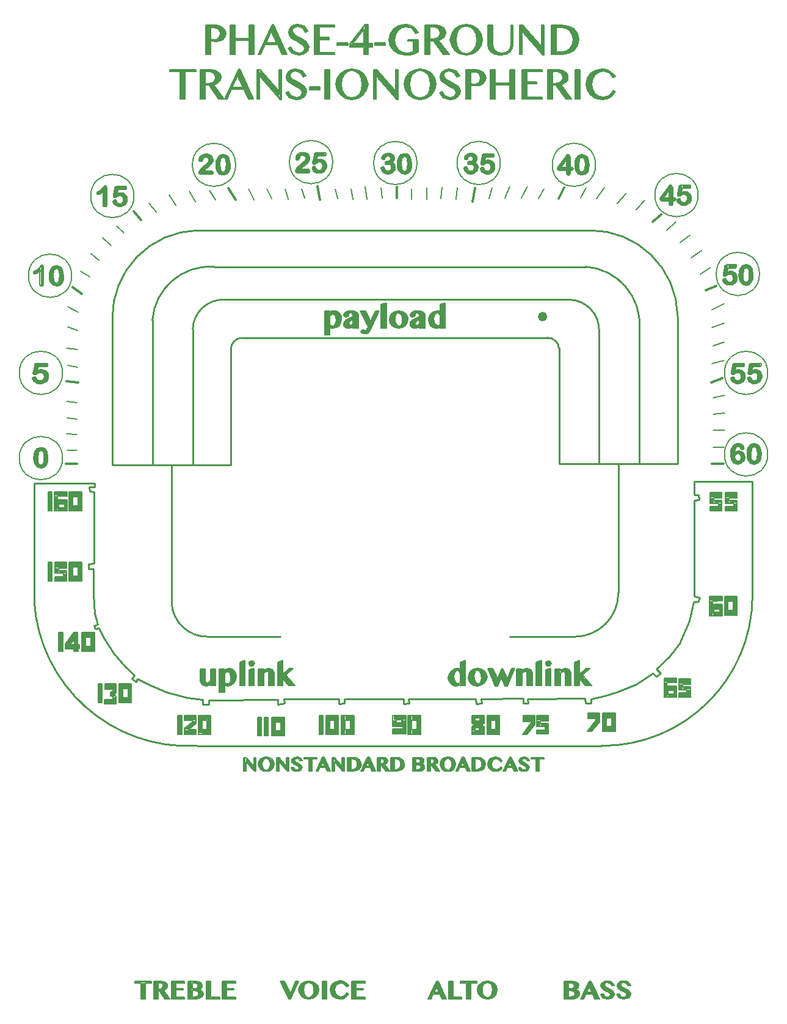
<source format=gto>
G04 Layer_Color=65535*
%FSLAX25Y25*%
%MOIN*%
G70*
G01*
G75*
%ADD10C,0.00600*%
%ADD14C,0.01000*%
%ADD75C,0.01400*%
%ADD76C,0.01200*%
%ADD77R,0.06326X0.01658*%
%ADD78R,0.05610X0.01671*%
%ADD79R,0.01865X0.08833*%
%ADD80R,0.01753X0.09735*%
%ADD81R,0.06179X0.01420*%
%ADD82R,0.04380X0.01458*%
%ADD83R,0.01174X0.01656*%
%ADD84R,0.05053X0.00944*%
%ADD85R,0.02669X0.06510*%
%ADD86R,0.01172X0.10303*%
%ADD87R,0.02669X0.10303*%
%ADD88R,0.12092X0.01725*%
%ADD89R,0.02245X0.15409*%
%ADD90R,0.01497X0.15869*%
%ADD91R,0.01062X0.15735*%
%ADD92R,0.09593X0.01500*%
%ADD93R,0.02829X0.15960*%
%ADD94R,0.11035X0.01025*%
%ADD95R,0.08269X0.01229*%
%ADD96R,0.02500X0.15869*%
%ADD97R,0.02751X0.15869*%
%ADD98R,0.04704X0.00554*%
%ADD99R,0.03050X0.15909*%
%ADD100R,0.05827X0.01400*%
%ADD101R,0.05827X0.01400*%
%ADD102R,0.02669X0.15869*%
%ADD103R,0.05827X0.01400*%
%ADD104R,0.02669X0.15869*%
%ADD105R,0.02669X0.15869*%
%ADD106R,0.07975X0.01026*%
%ADD107R,0.02669X0.14844*%
%ADD108R,0.14160X0.01025*%
%ADD109R,0.02574X0.07910*%
%ADD110R,0.02899X0.12797*%
%ADD111R,0.02796X0.12768*%
%ADD112R,0.02887X0.06965*%
%ADD113R,0.02783X0.09169*%
%ADD114R,0.02795X0.12797*%
%ADD115R,0.02795X0.09169*%
%ADD116R,0.02771X0.06568*%
%ADD117R,0.02711X0.08297*%
%ADD118R,0.05580X0.00801*%
%ADD119R,0.02331X0.09466*%
%ADD120R,0.02332X0.09466*%
%ADD121R,0.08877X0.00807*%
%ADD122R,0.02480X0.09466*%
%ADD123R,0.05796X0.00969*%
%ADD124R,0.02363X0.09466*%
%ADD125R,0.05433X0.00862*%
%ADD126R,0.03940X0.00807*%
%ADD127R,0.05933X0.00859*%
%ADD128R,0.02641X0.09466*%
%ADD129R,0.02317X0.09466*%
%ADD130R,0.05771X0.00862*%
%ADD131R,0.04747X0.00807*%
%ADD132R,0.02302X0.09359*%
%ADD133R,0.04707X0.00969*%
%ADD134R,0.02451X0.09466*%
%ADD135R,0.04471X0.00969*%
%ADD136R,0.04747X0.00807*%
%ADD137R,0.02602X0.09466*%
%ADD138R,0.02577X0.09466*%
%ADD139R,0.02317X0.08659*%
%ADD140R,0.08878X0.00807*%
%ADD141R,0.03573X0.00969*%
%ADD142R,0.06424X0.02887*%
%ADD143R,0.02216X0.03131*%
%ADD144R,0.04208X0.01621*%
%ADD145R,0.01853X0.04108*%
%ADD146R,0.04571X0.02199*%
%ADD147R,0.06530X0.02307*%
%ADD148R,0.01500X0.08227*%
%ADD149R,0.05030X0.01727*%
%ADD150R,0.05239X0.02504*%
%ADD151R,0.01500X0.03000*%
%ADD152R,0.02241X0.04000*%
%ADD153R,0.06365X0.03387*%
%ADD154R,0.01967X0.01910*%
%ADD155R,0.01712X0.02500*%
%ADD156R,0.02390X0.02027*%
%ADD157R,0.06714X0.01216*%
%ADD158R,0.01649X0.01848*%
%ADD159R,0.02500X0.04269*%
%ADD160R,0.06712X0.01769*%
%ADD161R,0.06675X0.01417*%
%ADD162R,0.00674X0.01717*%
%ADD163R,0.01901X0.01519*%
%ADD164R,0.05556X0.02246*%
%ADD165R,0.06239X0.02661*%
%ADD166R,0.01938X0.07739*%
%ADD167R,0.06938X0.02387*%
%ADD168R,0.02678X0.00811*%
%ADD169R,0.02188X0.01500*%
%ADD170R,0.06365X0.02489*%
%ADD171R,0.06365X0.02828*%
%ADD172R,0.01622X0.01910*%
%ADD173R,0.01679X0.01766*%
%ADD174R,0.06424X0.02257*%
%ADD175R,0.06031X0.03094*%
%ADD176R,0.07639X0.02431*%
%ADD177R,0.02142X0.10128*%
%ADD178R,0.02019X0.10128*%
%ADD179R,0.01868X0.10128*%
%ADD180R,0.03500X0.02632*%
%ADD181R,0.03537X0.02635*%
%ADD182R,0.03500X0.02327*%
%ADD183R,0.02019X0.09827*%
%ADD184R,0.02025X0.10185*%
%ADD185R,0.01935X0.07438*%
%ADD186R,0.02607X0.01096*%
%ADD187R,0.01820X0.06804*%
%ADD188R,0.06974X0.00635*%
%ADD189R,0.02078X0.07438*%
%ADD190R,0.01832X0.07438*%
%ADD191R,0.01868X0.07520*%
%ADD192R,0.01813X0.07438*%
%ADD193R,0.02015X0.07520*%
%ADD194R,0.01141X0.07020*%
%ADD195R,0.01156X0.07438*%
%ADD196R,0.06975X0.00635*%
%ADD197R,0.01141X0.07549*%
%ADD198R,0.01171X0.07438*%
G36*
X435266Y297834D02*
X436420D01*
X437616Y296639D01*
Y295497D01*
X437842Y295271D01*
X437515Y294944D01*
Y294500D01*
X435548D01*
X435070Y294978D01*
Y295778D01*
X434416Y296432D01*
X433801D01*
X433526Y296157D01*
X433032D01*
X432293Y295418D01*
X432202D01*
Y297151D01*
X432605Y297554D01*
X433301D01*
X433721Y297974D01*
X434966D01*
X435046Y298054D01*
X435266Y297834D01*
D02*
G37*
G36*
X456213D02*
X457367D01*
X458563Y296639D01*
Y295497D01*
X458789Y295271D01*
X458462Y294944D01*
Y294500D01*
X456496D01*
X456018Y294978D01*
Y295778D01*
X455364Y296432D01*
X454748D01*
X454473Y296157D01*
X453979D01*
X453240Y295418D01*
X453149D01*
Y297151D01*
X453552Y297554D01*
X454248D01*
X454669Y297974D01*
X455913D01*
X455993Y298054D01*
X456213Y297834D01*
D02*
G37*
G36*
X424271Y293085D02*
X425000Y293813D01*
Y294773D01*
X425500Y295273D01*
Y296295D01*
X426538Y297333D01*
Y298043D01*
X428344D01*
X426822Y294500D01*
X425318Y291000D01*
Y290430D01*
X424500Y289612D01*
Y288755D01*
X424243Y288497D01*
X422961D01*
Y289039D01*
X422307Y289692D01*
Y290282D01*
X421655Y290935D01*
Y291218D01*
X421437Y291435D01*
Y292620D01*
X420959Y293098D01*
Y292757D01*
X420272Y292070D01*
Y290930D01*
X419671Y290329D01*
X419500Y290158D01*
Y289016D01*
X418982Y288497D01*
X417614D01*
X413476Y298043D01*
X416394D01*
X417000Y297437D01*
Y296007D01*
X417939Y295068D01*
X418375Y293500D01*
X418811Y292782D01*
X419024Y292996D01*
Y293639D01*
X419878Y294493D01*
Y295573D01*
X420732Y296427D01*
Y297632D01*
X421203Y298103D01*
X421753D01*
X424271Y293085D01*
D02*
G37*
G36*
X294251Y297834D02*
X295405D01*
X296601Y296639D01*
Y295497D01*
X296827Y295271D01*
X296500Y294944D01*
Y294500D01*
X294534D01*
X294056Y294978D01*
Y295778D01*
X293402Y296432D01*
X292786D01*
X292511Y296157D01*
X292017D01*
X291278Y295418D01*
X291187D01*
Y297151D01*
X291590Y297554D01*
X292286D01*
X292707Y297974D01*
X293952D01*
X294031Y298054D01*
X294251Y297834D01*
D02*
G37*
G36*
X448034Y296814D02*
X445264D01*
Y297085D01*
X445662Y297483D01*
X448034Y298141D01*
Y296814D01*
D02*
G37*
G36*
X285731Y301765D02*
X286170Y301325D01*
Y300290D01*
X285443Y299562D01*
X284083D01*
X283369Y300276D01*
X283283D01*
Y301332D01*
X283845Y301894D01*
Y301909D01*
X284422D01*
X284669Y302156D01*
X285731Y301765D01*
D02*
G37*
G36*
X397197Y297822D02*
X398371D01*
X399296Y295871D01*
X398341D01*
X398229Y295759D01*
X397345Y296644D01*
Y296797D01*
X396916D01*
X396770Y296943D01*
X396526Y296699D01*
X396051D01*
Y296621D01*
X395043Y295613D01*
Y294414D01*
X394890Y294260D01*
Y292402D01*
X395297Y291996D01*
Y291246D01*
X396227Y290315D01*
Y290175D01*
X396765D01*
X397076Y289863D01*
X397266Y290053D01*
X397889D01*
X398371Y290534D01*
Y289241D01*
X398089D01*
X397540Y288691D01*
X396270D01*
X396075Y288496D01*
X395891Y288680D01*
X394651D01*
X393960Y289371D01*
X393674D01*
X392561Y290484D01*
Y291094D01*
X392062Y291593D01*
Y293045D01*
X391912Y293196D01*
X392061Y293345D01*
Y294742D01*
X392796Y295478D01*
Y295953D01*
X393936Y297093D01*
X394448D01*
X395202Y297847D01*
X396758D01*
X396965Y298054D01*
X397197Y297822D01*
D02*
G37*
G36*
X286073Y296814D02*
X283302D01*
Y297085D01*
X283700Y297483D01*
X286073Y298141D01*
Y296814D01*
D02*
G37*
G36*
X210605Y284789D02*
X209679Y283864D01*
Y283632D01*
X210662Y282649D01*
X208535D01*
X208014Y283170D01*
X207566D01*
Y284963D01*
X208275Y285282D01*
X208983Y285600D01*
X210605Y284789D01*
D02*
G37*
G36*
X408113Y297973D02*
X409326D01*
X409799Y297500D01*
X410828D01*
X412203Y296125D01*
Y295590D01*
X413122Y294671D01*
Y292695D01*
X412737Y292309D01*
Y291301D01*
X411676Y290240D01*
Y289987D01*
X411405D01*
X410342Y288924D01*
X409610D01*
X409064Y288781D01*
X408815Y288532D01*
X407186D01*
X406824Y288894D01*
X405701D01*
X404712Y289882D01*
X404401D01*
Y290092D01*
X403344Y291149D01*
Y292088D01*
X402966Y292467D01*
Y293983D01*
X403344Y294362D01*
Y295390D01*
X404401Y296446D01*
Y296687D01*
X404699D01*
X405707Y297695D01*
X406412D01*
X406772Y298054D01*
X408032D01*
X408113Y297973D01*
D02*
G37*
G36*
X254000Y268000D02*
X253143Y267143D01*
X252857D01*
X251214Y265500D01*
X251000D01*
X250500Y265000D01*
X250087Y265413D01*
X248351D01*
X251735Y268797D01*
X252104D01*
X254000Y268000D01*
D02*
G37*
G36*
X411497Y268360D02*
X410460Y267324D01*
X410316D01*
X411139Y266500D01*
X411000D01*
X410348Y265848D01*
X404788D01*
Y266398D01*
X405251Y266861D01*
X405887D01*
X406350Y267324D01*
X406002Y267672D01*
X405569D01*
X404788Y268500D01*
X411497D01*
Y268360D01*
D02*
G37*
G36*
X272584Y297883D02*
X273841D01*
X274479Y297246D01*
X274772D01*
X275686Y296332D01*
Y295747D01*
X276307Y295126D01*
Y292807D01*
X275977Y292477D01*
Y291378D01*
X275037Y290438D01*
Y290011D01*
X274840D01*
X273752Y288924D01*
X272770D01*
X272379Y288532D01*
X270686D01*
X270643Y288576D01*
X270567Y288500D01*
X269000D01*
Y290500D01*
X269957D01*
X270740Y289717D01*
X272089D01*
X272987Y290615D01*
Y291740D01*
X273340Y292093D01*
Y293384D01*
X273000Y293724D01*
Y295301D01*
X271869Y296432D01*
X271010D01*
X269873Y295296D01*
X269862D01*
Y297151D01*
X270510Y297799D01*
X272158D01*
X272413Y298054D01*
X272584Y297883D01*
D02*
G37*
G36*
X262159Y289558D02*
X261918D01*
X261175Y288815D01*
X260061D01*
X259778Y288532D01*
X259665Y288646D01*
X258622D01*
X257892Y289376D01*
X257484D01*
Y289488D01*
X256636Y290336D01*
Y291000D01*
X259412D01*
X259717Y290499D01*
X260290D01*
X260669Y290120D01*
X260994Y290444D01*
X261414D01*
Y290512D01*
X262159Y291256D01*
Y289558D01*
D02*
G37*
G36*
X304367Y295000D02*
X303976D01*
X303358Y294381D01*
X304116Y293623D01*
Y293220D01*
X307125Y290210D01*
Y289818D01*
X308240Y288703D01*
X304945D01*
Y288879D01*
X303000Y290824D01*
Y291032D01*
X301759Y292273D01*
Y294747D01*
X305396Y298043D01*
X307410D01*
X304367Y295000D01*
D02*
G37*
G36*
X466329D02*
X465938D01*
X465320Y294381D01*
X466078Y293623D01*
Y293220D01*
X469087Y290210D01*
Y289818D01*
X470202Y288703D01*
X466907D01*
Y288879D01*
X464962Y290824D01*
Y291032D01*
X463720Y292273D01*
Y294747D01*
X467358Y298043D01*
X469372D01*
X466329Y295000D01*
D02*
G37*
G36*
X168141Y462815D02*
Y461846D01*
X167661Y461366D01*
Y460398D01*
X168080D01*
X168647Y460964D01*
X170816D01*
X171264Y460517D01*
X171984D01*
X173641Y458860D01*
Y457537D01*
X173742Y457436D01*
Y456241D01*
X173013Y455512D01*
Y455101D01*
X171969Y454057D01*
X171279D01*
X170757Y453534D01*
X167588D01*
X167095Y454027D01*
X166502D01*
X165797Y454732D01*
X165730D01*
Y455060D01*
X165169Y455621D01*
Y456650D01*
X165327D01*
X165763Y457085D01*
X166508D01*
Y456943D01*
X167615Y455835D01*
Y455575D01*
X167886D01*
X168502Y454959D01*
X169986D01*
X170484Y455456D01*
X170737D01*
Y455651D01*
X171429Y456343D01*
Y458349D01*
X170533Y459245D01*
X169951D01*
X169702Y459495D01*
X168213D01*
X167247Y458529D01*
X166547D01*
X166416Y458398D01*
X166328Y458486D01*
X165897D01*
Y458507D01*
X165365Y459040D01*
X165457Y459132D01*
Y460356D01*
X165898Y460797D01*
Y463078D01*
X166349Y463530D01*
Y464000D01*
X166594D01*
X167162Y464568D01*
X168141Y462815D01*
D02*
G37*
G36*
X549087D02*
X548856Y462584D01*
Y460502D01*
X548854Y460500D01*
X549016Y460338D01*
Y460586D01*
X549411D01*
X549789Y460964D01*
X551687D01*
X552698Y459953D01*
X553049D01*
Y459823D01*
X553967Y458905D01*
Y457525D01*
X554056Y457436D01*
X553894Y457273D01*
Y455789D01*
X553248Y455144D01*
Y454871D01*
X552434Y454057D01*
X551911D01*
X551389Y453534D01*
X548616D01*
X547795Y454355D01*
X547342D01*
Y454533D01*
X546371Y455504D01*
Y456581D01*
X546875Y457085D01*
X547708D01*
X548155Y456639D01*
Y456134D01*
X549330Y454959D01*
X550478D01*
X550976Y455456D01*
X551390D01*
Y455698D01*
X552004Y456313D01*
Y457264D01*
X551919Y457350D01*
Y458489D01*
X550997Y459411D01*
X549422D01*
X549390Y459443D01*
X549023Y459234D01*
X548857D01*
X548022Y458398D01*
X547174D01*
X546708Y458864D01*
Y460787D01*
X547098Y461178D01*
Y463466D01*
X547912Y464280D01*
Y464470D01*
X549087Y462815D01*
D02*
G37*
G36*
X560737Y420053D02*
X561107D01*
X562274Y418886D01*
Y417459D01*
X562662Y417071D01*
Y415193D01*
X562841Y415014D01*
X562741Y414915D01*
Y412765D01*
X562140Y412163D01*
Y411292D01*
X560827Y409979D01*
Y409956D01*
X560170D01*
X559693Y409479D01*
X558340D01*
X557699Y410120D01*
X557003D01*
Y410331D01*
X555650Y411685D01*
Y412926D01*
X555202Y413374D01*
Y415842D01*
X555321Y415962D01*
Y417444D01*
X555694Y417817D01*
Y418647D01*
X556973Y419926D01*
Y420105D01*
X558977Y420669D01*
X560121D01*
X560737Y420053D01*
D02*
G37*
G36*
X551236Y420281D02*
X552082D01*
X553007Y419356D01*
X553101D01*
Y418667D01*
X553471Y418297D01*
X553239Y418065D01*
Y417741D01*
X552901D01*
X552650Y417491D01*
X552453Y417688D01*
X552069D01*
Y417842D01*
X551129Y418782D01*
Y418957D01*
X550832D01*
X550560Y419229D01*
X549705D01*
X548976Y418500D01*
X548938Y417938D01*
X548387Y417387D01*
Y415779D01*
X549070Y416461D01*
X550322D01*
X550613Y416752D01*
X550878Y416488D01*
X552222D01*
X553673Y415036D01*
Y413440D01*
X553919Y413194D01*
X553618Y412893D01*
Y411465D01*
X552098Y409945D01*
X551360D01*
X550879Y409464D01*
X549368D01*
X548756Y410076D01*
X547981D01*
Y410221D01*
X546591Y411611D01*
Y411796D01*
X546500Y411886D01*
Y413198D01*
X546107Y413590D01*
Y415863D01*
X546360Y416116D01*
Y417659D01*
X547235Y418534D01*
Y419177D01*
X547360D01*
X548464Y420281D01*
X549281D01*
X549654Y420654D01*
X550863D01*
X551236Y420281D01*
D02*
G37*
G36*
X365047Y493102D02*
X366259D01*
X366732Y492629D01*
X367761D01*
X369137Y491253D01*
Y490719D01*
X370056Y489800D01*
Y487823D01*
X369670Y487438D01*
Y486430D01*
X368609Y485369D01*
Y485116D01*
X368338D01*
X367275Y484052D01*
X366543D01*
X365997Y483910D01*
X365749Y483661D01*
X364119D01*
X363758Y484022D01*
X362634D01*
X361646Y485011D01*
X361334D01*
Y485221D01*
X360278Y486278D01*
Y487217D01*
X359899Y487596D01*
Y489112D01*
X360278Y489491D01*
Y490519D01*
X361334Y491575D01*
Y491816D01*
X361632D01*
X362640Y492824D01*
X363346D01*
X363705Y493183D01*
X364965D01*
X365047Y493102D01*
D02*
G37*
G36*
X376319Y488500D02*
X375835D01*
X375012Y487678D01*
X374762D01*
Y487646D01*
X374011Y486895D01*
Y485933D01*
X374756Y485187D01*
X375336D01*
X376068Y485920D01*
X376319D01*
Y484565D01*
X375815Y484061D01*
X375089D01*
X374689Y483661D01*
X372992D01*
X372629Y484024D01*
X372270D01*
X371405Y484889D01*
Y485853D01*
X371217Y486042D01*
X371417Y486242D01*
Y487214D01*
X372577Y488374D01*
X373279D01*
X374046Y489141D01*
X375123D01*
X375699Y489716D01*
X376319D01*
Y488500D01*
D02*
G37*
G36*
X558166Y462815D02*
X557935Y462584D01*
Y460502D01*
X557933Y460500D01*
X558095Y460338D01*
Y460586D01*
X558490D01*
X558868Y460964D01*
X560766D01*
X561777Y459953D01*
X562128D01*
Y459823D01*
X563046Y458905D01*
Y457525D01*
X563135Y457436D01*
X562973Y457273D01*
Y455789D01*
X562327Y455144D01*
Y454871D01*
X561513Y454057D01*
X560990D01*
X560468Y453534D01*
X557695D01*
X556874Y454355D01*
X556422D01*
Y454533D01*
X555450Y455504D01*
Y456581D01*
X555955Y457085D01*
X556787D01*
X557234Y456639D01*
Y456134D01*
X558409Y454959D01*
X559557D01*
X560055Y455456D01*
X560469D01*
Y455698D01*
X561083Y456313D01*
Y457264D01*
X560998Y457350D01*
Y458489D01*
X560076Y459411D01*
X558501D01*
X558470Y459443D01*
X558102Y459234D01*
X557936D01*
X557101Y458398D01*
X556253D01*
X555787Y458864D01*
Y460787D01*
X556178Y461178D01*
Y463466D01*
X556991Y464280D01*
Y464470D01*
X558166Y462815D01*
D02*
G37*
G36*
X340004Y488500D02*
X339520D01*
X338697Y487678D01*
X338447D01*
Y487646D01*
X337696Y486895D01*
Y485933D01*
X338441Y485187D01*
X339021D01*
X339753Y485920D01*
X340004D01*
Y484565D01*
X339500Y484061D01*
X338774D01*
X338374Y483661D01*
X336677D01*
X336314Y484024D01*
X335955D01*
X335090Y484889D01*
Y485853D01*
X334902Y486042D01*
X335102Y486242D01*
Y487214D01*
X336262Y488374D01*
X336964D01*
X337731Y489141D01*
X338808D01*
X339384Y489716D01*
X340004D01*
Y488500D01*
D02*
G37*
G36*
X301759Y301000D02*
X298988D01*
Y301271D01*
X299386Y301669D01*
X301759Y302327D01*
Y301000D01*
D02*
G37*
G36*
X401141D02*
X398371D01*
Y301271D01*
X398769Y301669D01*
X401141Y302327D01*
Y301000D01*
D02*
G37*
G36*
X447692Y301765D02*
X448132Y301325D01*
Y300290D01*
X447405Y299562D01*
X446045D01*
X445331Y300276D01*
X445245D01*
Y301332D01*
X445807Y301894D01*
Y301909D01*
X446384D01*
X446631Y302156D01*
X447692Y301765D01*
D02*
G37*
G36*
X280872Y301000D02*
X278101D01*
Y301271D01*
X278500Y301669D01*
X280872Y302327D01*
Y301000D01*
D02*
G37*
G36*
X187557Y314316D02*
X187764Y314108D01*
X187311Y313655D01*
Y313279D01*
X186000Y311968D01*
Y311592D01*
X185408Y311000D01*
X183043D01*
Y311489D01*
X184256Y312703D01*
Y313315D01*
X185662Y314720D01*
Y315446D01*
X187557Y317341D01*
Y314316D01*
D02*
G37*
G36*
X171261Y417941D02*
X171631D01*
X172798Y416774D01*
Y415348D01*
X173187Y414960D01*
Y413081D01*
X173365Y412903D01*
X173266Y412803D01*
Y410653D01*
X172664Y410051D01*
Y409180D01*
X171351Y407867D01*
Y407845D01*
X170694D01*
X170217Y407368D01*
X168865D01*
X168223Y408009D01*
X167527D01*
Y408220D01*
X166174Y409574D01*
Y410815D01*
X165726Y411263D01*
Y413731D01*
X165845Y413850D01*
Y415333D01*
X166219Y415706D01*
Y416536D01*
X167497Y417814D01*
Y417994D01*
X169501Y418557D01*
X170645D01*
X171261Y417941D01*
D02*
G37*
G36*
X442834Y301000D02*
X440063D01*
Y301271D01*
X440462Y301669D01*
X442834Y302327D01*
Y301000D01*
D02*
G37*
G36*
X463720D02*
X460950D01*
Y301271D01*
X461348Y301669D01*
X463720Y302327D01*
Y301000D01*
D02*
G37*
G36*
X474631Y268464D02*
X471420Y265252D01*
Y264747D01*
X470320Y263647D01*
X467977D01*
Y263958D01*
X470136Y266118D01*
Y266691D01*
X471679Y268234D01*
Y268560D01*
X472064Y268946D01*
X472450Y269446D01*
X474631D01*
Y268464D01*
D02*
G37*
G36*
X469999Y127021D02*
X470714Y126306D01*
Y125459D01*
X471631Y124541D01*
Y123619D01*
X472454Y122796D01*
Y121824D01*
X472954Y121324D01*
Y120783D01*
X473454Y120283D01*
Y119471D01*
X474433Y118492D01*
Y117893D01*
X472059D01*
X469499Y123500D01*
Y123995D01*
X469078Y124416D01*
Y123932D01*
X468356Y122887D01*
X467954Y121678D01*
X467198Y120922D01*
Y120476D01*
X465954Y118431D01*
Y117893D01*
X464378D01*
X465954Y121194D01*
X467532Y124500D01*
X468248Y126000D01*
X468620Y126779D01*
Y127015D01*
X468836Y127232D01*
X468992Y127558D01*
X469078Y127473D01*
X469163Y127558D01*
X469999D01*
Y127021D01*
D02*
G37*
G36*
X393400Y249094D02*
X394272Y249094D01*
X395694Y247673D01*
Y245891D01*
X395990Y245594D01*
X395694Y245298D01*
Y243884D01*
X394006Y242197D01*
X392049D01*
X391770Y241918D01*
Y241918D01*
X390721D01*
X390139Y242500D01*
X389267D01*
X387845Y243921D01*
Y245703D01*
X387549Y246000D01*
X387845Y246297D01*
Y247710D01*
X389533Y249397D01*
X391490D01*
X391770Y249676D01*
X392818D01*
X393400Y249094D01*
D02*
G37*
G36*
X489497Y127088D02*
X489975D01*
X490992Y126072D01*
Y125478D01*
X491456Y125014D01*
X489994D01*
X489291Y126191D01*
X489065D01*
X488561Y126695D01*
X487221D01*
X486799Y126273D01*
X486605D01*
Y125783D01*
X486245Y125422D01*
X486467Y125200D01*
Y124734D01*
X486486D01*
X487561Y123660D01*
X488358D01*
X489359Y122659D01*
X489923D01*
X491447Y121135D01*
Y119637D01*
X490502Y118692D01*
Y118533D01*
X489918D01*
X489135Y117751D01*
X486452D01*
X485702Y118501D01*
X485166D01*
Y118619D01*
X484088Y119697D01*
Y120400D01*
X485702D01*
X485949Y120153D01*
Y119613D01*
X486714Y118848D01*
X487597D01*
X487726Y118719D01*
X487992Y118985D01*
X488827D01*
Y118986D01*
X489340Y119499D01*
Y120440D01*
X488546Y121234D01*
Y121260D01*
X488241D01*
X487273Y122228D01*
X486376D01*
X485313Y123292D01*
X485081D01*
Y123432D01*
X484289Y124225D01*
Y125726D01*
X485252Y126689D01*
Y126808D01*
X485846D01*
X486596Y127558D01*
X489027D01*
X489497Y127088D01*
D02*
G37*
G36*
X386545Y127021D02*
X387260Y126306D01*
Y125459D01*
X388177Y124541D01*
Y123619D01*
X389000Y122796D01*
Y121824D01*
X389500Y121324D01*
Y120783D01*
X390000Y120283D01*
Y119471D01*
X390979Y118492D01*
Y117893D01*
X388605D01*
X386045Y123500D01*
Y123995D01*
X385624Y124416D01*
Y123932D01*
X384902Y122887D01*
X384500Y121678D01*
X383744Y120922D01*
Y120476D01*
X382500Y118431D01*
Y117893D01*
X380924D01*
X382500Y121194D01*
X384078Y124500D01*
X384794Y126000D01*
X385166Y126779D01*
Y127015D01*
X385382Y127232D01*
X385538Y127558D01*
X385624Y127473D01*
X385709Y127558D01*
X386545D01*
Y127021D01*
D02*
G37*
G36*
X286184Y244432D02*
Y242062D01*
X283000Y245245D01*
Y245766D01*
X281573Y247193D01*
X281500Y249520D01*
X286184Y244432D01*
D02*
G37*
G36*
X304125D02*
Y242062D01*
X300941Y245245D01*
Y245766D01*
X299514Y247193D01*
X299441Y249520D01*
X304125Y244432D01*
D02*
G37*
G36*
X294045Y249676D02*
X295150Y248572D01*
X295684D01*
Y248400D01*
X296583Y247501D01*
Y246072D01*
X296911Y245744D01*
X296583Y245416D01*
Y243884D01*
X294896Y242197D01*
X292938D01*
X292659Y241918D01*
X291272D01*
X290168Y243022D01*
X289634D01*
Y243194D01*
X288735Y244093D01*
Y245522D01*
X288407Y245850D01*
X288735Y246178D01*
Y247710D01*
X290422Y249397D01*
X292380D01*
X292659Y249676D01*
Y249676D01*
X294045Y249676D01*
D02*
G37*
G36*
X334374Y244432D02*
Y243000D01*
X335158D01*
Y241971D01*
X334374D01*
X333691Y242745D01*
X331191Y245245D01*
Y245766D01*
X329764Y247193D01*
X329691Y249520D01*
X334374Y244432D01*
D02*
G37*
G36*
X235106Y127237D02*
X236521D01*
X237130Y126628D01*
X237741D01*
Y126500D01*
X238658Y125584D01*
Y123951D01*
X237518Y122811D01*
X236882D01*
X236493Y122422D01*
X237179Y121736D01*
Y121218D01*
X238668Y119729D01*
Y119372D01*
X239863Y118176D01*
Y117893D01*
X237338D01*
X236516Y118715D01*
Y119129D01*
X235748Y119897D01*
Y120293D01*
X234500Y121541D01*
Y121833D01*
X234157Y122175D01*
X233749D01*
Y123001D01*
X233868Y123121D01*
X235325D01*
X236085Y123881D01*
Y124893D01*
X236191Y125000D01*
X236123Y125069D01*
Y125631D01*
X235443Y126311D01*
X234816D01*
X234689Y126438D01*
X233749D01*
X234000Y127359D01*
X234983D01*
X235106Y127237D01*
D02*
G37*
G36*
X254611Y127184D02*
X256132D01*
X257385Y125931D01*
Y124516D01*
X257584Y124317D01*
X257343Y124075D01*
Y123785D01*
X257275D01*
X256320Y122830D01*
X256626D01*
X257500Y121957D01*
X257590D01*
Y121704D01*
X258131Y121163D01*
Y119758D01*
X257148Y118775D01*
Y118662D01*
X256584D01*
X255814Y117893D01*
X252220D01*
Y118857D01*
X252216Y118862D01*
X254347D01*
X254808Y119323D01*
X255154D01*
Y119431D01*
X255617Y119894D01*
Y120412D01*
X255681Y120476D01*
X255562Y120594D01*
Y121420D01*
X254788Y122194D01*
X253555D01*
X253412Y122337D01*
X252216D01*
Y123258D01*
X254290D01*
X255197Y124164D01*
Y125455D01*
X254765Y125887D01*
Y126011D01*
X254418D01*
X253953Y126476D01*
X252216D01*
X252220Y127359D01*
X254436D01*
X254611Y127184D01*
D02*
G37*
G36*
X315965Y127416D02*
X317731D01*
X318373Y126774D01*
X319052D01*
X320817Y125009D01*
Y123772D01*
X321234Y123354D01*
X320957Y121243D01*
X319673Y119436D01*
Y119042D01*
X319145Y118733D01*
X317604Y117684D01*
X315823D01*
X315680Y117827D01*
X313914D01*
X313272Y118469D01*
X312593D01*
X310828Y120234D01*
Y121471D01*
X310411Y121888D01*
X310688Y124000D01*
X311973Y125807D01*
Y126201D01*
X312500Y126509D01*
X314041Y127558D01*
X315823D01*
X315965Y127416D01*
D02*
G37*
G36*
X413490D02*
X415256D01*
X415898Y126774D01*
X416577D01*
X418341Y125009D01*
Y123772D01*
X418759Y123354D01*
X418481Y121243D01*
X417197Y119436D01*
Y119042D01*
X416670Y118733D01*
X415128Y117684D01*
X413347D01*
X413205Y117827D01*
X411438D01*
X410796Y118469D01*
X410118D01*
X408353Y120234D01*
Y121471D01*
X407935Y121888D01*
X408213Y124000D01*
X409497Y125807D01*
Y126201D01*
X410024Y126509D01*
X411566Y127558D01*
X413347D01*
X413490Y127416D01*
D02*
G37*
G36*
X335006Y126865D02*
X335888D01*
X337470Y125284D01*
Y125023D01*
X336492Y124340D01*
X335842Y124990D01*
Y125142D01*
X335555D01*
X334676Y126020D01*
X334256Y126243D01*
X333340Y126410D01*
X333093Y126163D01*
X331783D01*
X330349Y124729D01*
Y122897D01*
X330083Y122631D01*
X330359Y122355D01*
Y120565D01*
X331825Y119099D01*
X333169D01*
X333416Y118852D01*
X333586Y119023D01*
X334678D01*
X335842Y120162D01*
Y120338D01*
X336473Y120969D01*
X337185Y120257D01*
X337441D01*
Y120044D01*
X335866Y118468D01*
X335376D01*
X334806Y117899D01*
X333326D01*
X333112Y117684D01*
X332934Y117862D01*
X331039D01*
X330401Y118500D01*
X329628D01*
X328743Y119385D01*
Y119778D01*
X327710Y120812D01*
Y122422D01*
X327501Y122631D01*
X327700Y122830D01*
Y124425D01*
X329019Y125745D01*
Y126191D01*
X329371D01*
X330397Y127217D01*
X331678D01*
X332048Y127587D01*
X334284D01*
X335006Y126865D01*
D02*
G37*
G36*
X480599Y127088D02*
X481078D01*
X482094Y126072D01*
Y125478D01*
X482558Y125014D01*
X481096D01*
X480393Y126191D01*
X480167D01*
X479664Y126695D01*
X478324D01*
X477902Y126273D01*
X477708D01*
Y125783D01*
X477347Y125422D01*
X477570Y125200D01*
Y124734D01*
X477589D01*
X478663Y123660D01*
X479460D01*
X480461Y122659D01*
X481026D01*
X482550Y121135D01*
Y119637D01*
X481605Y118692D01*
Y118533D01*
X481020D01*
X480238Y117751D01*
X477554D01*
X476804Y118501D01*
X476269D01*
Y118619D01*
X475190Y119697D01*
Y120400D01*
X476805D01*
X477051Y120153D01*
Y119613D01*
X477816Y118848D01*
X478699D01*
X478828Y118719D01*
X479094Y118985D01*
X479929D01*
Y118986D01*
X480442Y119499D01*
Y120440D01*
X479649Y121234D01*
Y121260D01*
X479344D01*
X478375Y122228D01*
X477479D01*
X476415Y123292D01*
X476183D01*
Y123432D01*
X475391Y124225D01*
Y125726D01*
X476354Y126689D01*
Y126808D01*
X476948D01*
X477698Y127558D01*
X480129D01*
X480599Y127088D01*
D02*
G37*
G36*
X460088Y127184D02*
X461609D01*
X462862Y125931D01*
Y124516D01*
X463061Y124317D01*
X462819Y124075D01*
Y123785D01*
X462751D01*
X461796Y122830D01*
X462103D01*
X462976Y121957D01*
X463066D01*
Y121704D01*
X463607Y121163D01*
Y119758D01*
X462624Y118775D01*
Y118662D01*
X462060D01*
X461291Y117893D01*
X457697D01*
Y118857D01*
X457692Y118862D01*
X459824D01*
X460285Y119323D01*
X460631D01*
Y119431D01*
X461093Y119894D01*
Y120412D01*
X461157Y120476D01*
X461039Y120594D01*
Y121420D01*
X460265Y122194D01*
X459031D01*
X458888Y122337D01*
X457692D01*
Y123258D01*
X459767D01*
X460673Y124164D01*
Y125455D01*
X460241Y125887D01*
Y126011D01*
X459895D01*
X459429Y126476D01*
X457692D01*
X457697Y127359D01*
X459913D01*
X460088Y127184D01*
D02*
G37*
G36*
X310173Y126881D02*
X309500Y126208D01*
Y125214D01*
X308461Y124176D01*
Y122974D01*
X307796Y122309D01*
Y121444D01*
X306908Y120556D01*
Y119444D01*
X305910Y118446D01*
Y117751D01*
X304828D01*
X302328Y123000D01*
X300252Y127359D01*
X302654D01*
Y126910D01*
X303500Y126064D01*
Y125280D01*
X304000Y124780D01*
Y124258D01*
X304735Y123522D01*
Y122477D01*
X305777Y121435D01*
Y121096D01*
X306500Y121819D01*
Y123031D01*
X307413Y123944D01*
Y125056D01*
X308301Y125944D01*
Y126978D01*
X308683Y127359D01*
X310173D01*
Y126881D01*
D02*
G37*
G36*
X356868Y249193D02*
X357904D01*
X358692Y248404D01*
Y246950D01*
X358748Y246894D01*
X358402Y246548D01*
Y246371D01*
X358290D01*
X357712Y245794D01*
X356503D01*
X356253Y245544D01*
X356030Y245767D01*
Y246189D01*
X356253D01*
X356850Y246786D01*
Y247334D01*
X356969Y247453D01*
X356880Y247543D01*
Y248163D01*
X356347Y248696D01*
X355853D01*
X355753Y248796D01*
X355015D01*
X355122Y249520D01*
X356540D01*
X356868Y249193D01*
D02*
G37*
G36*
X384246D02*
X385281D01*
X386070Y248404D01*
Y246950D01*
X386126Y246894D01*
X385780Y246548D01*
Y246371D01*
X385668D01*
X385090Y245794D01*
X383881D01*
X383631Y245544D01*
X383408Y245767D01*
Y246189D01*
X383631D01*
X384228Y246786D01*
Y247334D01*
X384348Y247453D01*
X384258Y247543D01*
Y248163D01*
X383725Y248696D01*
X383231D01*
X383131Y248796D01*
X382393D01*
X382500Y249520D01*
X383918D01*
X384246Y249193D01*
D02*
G37*
G36*
X409951Y248851D02*
X410738D01*
X412002Y247588D01*
Y246214D01*
X412352Y245864D01*
X412058Y245569D01*
Y244053D01*
X410791Y242785D01*
X410254D01*
X409712Y242243D01*
X408500D01*
X408340Y242082D01*
X406922D01*
X406735Y242269D01*
Y242843D01*
X407705D01*
X407903Y243041D01*
X408965D01*
X409922Y243998D01*
Y244379D01*
X410259Y244717D01*
Y245794D01*
X410315Y245850D01*
X410122Y246044D01*
Y247394D01*
X408969Y248547D01*
X407925D01*
X407705Y248766D01*
X406735D01*
X406922Y249520D01*
X409282D01*
X409951Y248851D01*
D02*
G37*
G36*
X426391Y249419D02*
X426472Y249500D01*
X429875Y242082D01*
X428010D01*
X427588Y242504D01*
Y243601D01*
X426771Y244417D01*
Y245451D01*
X425744Y246478D01*
Y247283D01*
X425098Y246637D01*
Y245370D01*
X424190Y244462D01*
Y244111D01*
X423213Y242082D01*
X421975D01*
Y242562D01*
X422677Y243264D01*
Y244048D01*
X423607Y244977D01*
Y245761D01*
X424323Y246477D01*
Y247523D01*
X425177Y248377D01*
Y249253D01*
X425601Y249676D01*
X426391D01*
Y249419D01*
D02*
G37*
G36*
X434934Y249094D02*
X435309D01*
Y249044D01*
X436260Y248094D01*
Y247677D01*
X435111D01*
X434559Y248602D01*
X434272Y248890D01*
X432854D01*
X432839Y248904D01*
X432601Y248666D01*
X432449D01*
Y248283D01*
X432164Y247999D01*
X432340Y247823D01*
Y247457D01*
X432355D01*
X433199Y246614D01*
X433825D01*
X434612Y245827D01*
X435095D01*
X436077Y244845D01*
Y244286D01*
X436252Y244111D01*
X436066Y243925D01*
Y243141D01*
X435058Y242134D01*
X434078D01*
X433915Y241971D01*
X432328D01*
X431739Y242560D01*
X431318D01*
Y242653D01*
X430471Y243499D01*
Y244052D01*
X431739D01*
X431933Y243858D01*
Y243432D01*
X432584Y242781D01*
X433785D01*
X433787Y242779D01*
X433948Y242940D01*
X434193D01*
Y243103D01*
X434541Y243451D01*
X434425Y243567D01*
Y244275D01*
X433578Y245122D01*
X432977D01*
X432419Y245680D01*
X431894D01*
X430799Y246775D01*
Y247440D01*
X430629Y247610D01*
X430821Y247803D01*
Y248459D01*
X431385Y249023D01*
Y249086D01*
X431849D01*
X432439Y249676D01*
X434352D01*
X434934Y249094D01*
D02*
G37*
G36*
X439167Y267018D02*
X435955Y263807D01*
Y263301D01*
X434856Y262201D01*
X432513D01*
Y262513D01*
X434672Y264672D01*
Y265245D01*
X436215Y266788D01*
Y267114D01*
X436600Y267500D01*
X436986Y268000D01*
X439167D01*
Y267018D01*
D02*
G37*
G36*
X419458Y249132D02*
X420151D01*
X421393Y247890D01*
Y247684D01*
X421161D01*
X420624Y247147D01*
X420114Y247777D01*
X419733D01*
X418736Y248774D01*
X417366D01*
X416604Y248012D01*
X416357D01*
Y247643D01*
X415589Y246875D01*
Y244746D01*
X416387Y243949D01*
Y243600D01*
X416656D01*
X417419Y242836D01*
X418803D01*
X419301Y243335D01*
X419585D01*
X420611Y244361D01*
Y244499D01*
X420811D01*
X421370Y243940D01*
X420777Y243348D01*
Y243178D01*
X420642D01*
X419550Y242086D01*
X418137D01*
X417968Y241918D01*
X417815Y242071D01*
X416327D01*
X415413Y242986D01*
X414805D01*
Y243295D01*
X413560Y244540D01*
Y247059D01*
X414754Y248252D01*
Y248602D01*
X415306D01*
X416403Y249699D01*
X418891D01*
X419458Y249132D01*
D02*
G37*
G36*
X310870Y249094D02*
X311245D01*
Y249044D01*
X312196Y248094D01*
Y247677D01*
X311047D01*
X310495Y248602D01*
X310208Y248890D01*
X308790D01*
X308775Y248904D01*
X308537Y248666D01*
X308385D01*
Y248283D01*
X308100Y247999D01*
X308276Y247823D01*
Y247457D01*
X308291D01*
X309135Y246614D01*
X309762D01*
X310548Y245827D01*
X311031D01*
X312013Y244845D01*
Y244286D01*
X312188Y244111D01*
X312002Y243925D01*
Y243141D01*
X310995Y242134D01*
X310014D01*
X309851Y241971D01*
X308264D01*
X307675Y242560D01*
X307254D01*
Y242653D01*
X306407Y243499D01*
Y244052D01*
X307675D01*
X307870Y243858D01*
Y243432D01*
X308520Y242781D01*
X309721D01*
X309723Y242779D01*
X309884Y242940D01*
X310129D01*
Y243103D01*
X310477Y243451D01*
X310361Y243567D01*
Y244275D01*
X309514Y245122D01*
X308914D01*
X308355Y245680D01*
X307831D01*
X306736Y246775D01*
Y247440D01*
X306565Y247610D01*
X306757Y247803D01*
Y248459D01*
X307322Y249023D01*
Y249086D01*
X307786D01*
X308375Y249676D01*
X310288D01*
X310870Y249094D01*
D02*
G37*
G36*
X342029Y248851D02*
X342816D01*
X344080Y247588D01*
Y246214D01*
X344430Y245864D01*
X344136Y245569D01*
Y244053D01*
X342869Y242785D01*
X342333D01*
X341790Y242243D01*
X340579D01*
X340418Y242082D01*
X339000D01*
X338813Y242269D01*
Y242843D01*
X339783D01*
X339981Y243041D01*
X341043D01*
X342000Y243998D01*
Y244379D01*
X342337Y244717D01*
Y245794D01*
X342393Y245850D01*
X342200Y246044D01*
Y247394D01*
X341048Y248547D01*
X340003D01*
X339783Y248766D01*
X338813D01*
X339000Y249520D01*
X341360D01*
X342029Y248851D01*
D02*
G37*
G36*
X348794Y249419D02*
X348875Y249500D01*
X352278Y242082D01*
X350413D01*
X349991Y242504D01*
Y243601D01*
X349175Y244417D01*
Y245451D01*
X348148Y246478D01*
Y247283D01*
X347501Y246637D01*
Y245370D01*
X346593Y244462D01*
Y244111D01*
X345616Y242082D01*
X344378D01*
Y242562D01*
X345080Y243264D01*
Y244048D01*
X346010Y244977D01*
Y245761D01*
X346726Y246477D01*
Y247523D01*
X347580Y248377D01*
Y249253D01*
X348004Y249676D01*
X348794D01*
Y249419D01*
D02*
G37*
G36*
X364992Y249500D02*
X365661Y248831D01*
X366448D01*
X367712Y247568D01*
Y246194D01*
X368062Y245843D01*
X367768Y245549D01*
Y244032D01*
X366501Y242765D01*
X365965D01*
X365422Y242223D01*
X364211D01*
X364050Y242062D01*
X362632D01*
X362445Y242249D01*
Y242823D01*
X363415D01*
X363613Y243021D01*
X364676D01*
X365632Y243977D01*
Y244359D01*
X365969Y244696D01*
Y245774D01*
X366026Y245830D01*
X365832Y246024D01*
Y247374D01*
X364680Y248526D01*
X363635D01*
X363415Y248746D01*
X362445D01*
X362500Y249520D01*
X364992Y249500D01*
D02*
G37*
G36*
X324214Y249419D02*
X324295Y249500D01*
X327698Y242082D01*
X325833D01*
X325411Y242504D01*
Y243601D01*
X324594Y244417D01*
Y245451D01*
X323567Y246478D01*
Y247283D01*
X322921Y246637D01*
Y245370D01*
X322013Y244462D01*
Y244111D01*
X321036Y242082D01*
X319798D01*
Y242562D01*
X320500Y243264D01*
Y244048D01*
X321430Y244977D01*
Y245761D01*
X322146Y246477D01*
Y247523D01*
X323000Y248377D01*
Y249253D01*
X323423Y249676D01*
X324214D01*
Y249419D01*
D02*
G37*
G36*
X386514Y243000D02*
X387197Y242082D01*
X385213D01*
X384000Y243295D01*
Y243916D01*
X382713Y245203D01*
Y245446D01*
X384548Y245641D01*
X386514Y243000D01*
D02*
G37*
G36*
X400527Y249419D02*
X400608Y249500D01*
X404011Y242082D01*
X402146D01*
X401724Y242504D01*
Y243601D01*
X400907Y244417D01*
Y245451D01*
X399880Y246478D01*
Y247283D01*
X399234Y246637D01*
Y245370D01*
X398326Y244462D01*
Y244111D01*
X397349Y242082D01*
X396111D01*
Y242562D01*
X396813Y243264D01*
Y244048D01*
X397743Y244977D01*
Y245761D01*
X398459Y246477D01*
Y247523D01*
X399313Y248377D01*
Y249253D01*
X399736Y249676D01*
X400527D01*
Y249419D01*
D02*
G37*
G36*
X359136Y243000D02*
X359819Y242082D01*
X357835D01*
X356622Y243295D01*
Y243916D01*
X355335Y245203D01*
Y245446D01*
X357170Y245641D01*
X359136Y243000D01*
D02*
G37*
G36*
X375914Y249382D02*
X377487D01*
X378472Y248397D01*
Y247831D01*
X378685Y247618D01*
X378439Y247372D01*
Y246711D01*
X378301D01*
X377551Y245961D01*
X377830Y245682D01*
X378226D01*
X378947Y244962D01*
Y244274D01*
X379058Y244163D01*
X378857Y243962D01*
Y243258D01*
X377841Y242242D01*
X376407D01*
X376246Y242082D01*
X374000D01*
Y242432D01*
X374411Y242843D01*
X376357D01*
X377033Y243519D01*
Y244686D01*
X377040Y244693D01*
X376889Y244844D01*
Y244924D01*
X376724D01*
X376075Y245573D01*
X374411D01*
Y246298D01*
X375611D01*
X375701Y246387D01*
X376129D01*
Y246401D01*
X376753Y247025D01*
X376730Y247048D01*
Y248142D01*
X376047Y248826D01*
X374411D01*
X374414Y249520D01*
X375775D01*
X375914Y249382D01*
D02*
G37*
G36*
X460179Y570926D02*
Y570241D01*
X459697Y569759D01*
X458085D01*
X457981Y569655D01*
X458590Y571430D01*
X459675D01*
X460179Y570926D01*
D02*
G37*
G36*
X360716Y578737D02*
X361181D01*
X362284Y577633D01*
Y576597D01*
X362508Y576374D01*
X362401Y576267D01*
Y575136D01*
X361643Y574377D01*
Y573844D01*
X361729D01*
X363038Y572535D01*
Y570592D01*
X362584Y570138D01*
Y569591D01*
X360978Y567985D01*
X359193D01*
X359100Y567892D01*
X358993Y567999D01*
X357449D01*
X356434Y569014D01*
X356327D01*
Y569316D01*
X355399Y570244D01*
Y571279D01*
X355943Y571823D01*
X356689D01*
X357290Y571222D01*
Y570440D01*
X358369Y569361D01*
X359423D01*
X359651Y569589D01*
X360150D01*
X360807Y570247D01*
Y571115D01*
X360993Y571301D01*
Y572180D01*
X360515Y572658D01*
Y572669D01*
X360253D01*
X359756Y573166D01*
X359746Y573156D01*
X357858D01*
X357465Y573548D01*
Y574191D01*
X357954Y574680D01*
X359295D01*
X359966Y575352D01*
X360350D01*
Y576074D01*
X360515Y576239D01*
X360386Y576369D01*
Y576951D01*
X360191D01*
X359501Y577642D01*
X359459Y577600D01*
X358259D01*
X357412Y576753D01*
Y576423D01*
X357095Y575837D01*
X356205D01*
X356136Y575768D01*
X355719Y576185D01*
Y577156D01*
X356642Y578078D01*
Y578209D01*
X356849D01*
X357629Y578989D01*
X358634D01*
X358712Y579067D01*
X360386D01*
X360716Y578737D01*
D02*
G37*
G36*
X405855Y578713D02*
X406320D01*
X407423Y577609D01*
Y576573D01*
X407647Y576349D01*
X407540Y576242D01*
Y575111D01*
X406782Y574353D01*
Y573820D01*
X406868D01*
X408177Y572510D01*
Y570568D01*
X407723Y570113D01*
Y569566D01*
X406117Y567960D01*
X404332D01*
X404239Y567867D01*
X404132Y567974D01*
X402588D01*
X401573Y568990D01*
X401466D01*
Y569291D01*
X400538Y570219D01*
Y571255D01*
X401083Y571799D01*
X401828D01*
X402429Y571197D01*
Y570415D01*
X403508Y569337D01*
X404562D01*
X404790Y569565D01*
X405289D01*
X405946Y570222D01*
Y571091D01*
X406132Y571276D01*
Y572156D01*
X405655Y572634D01*
Y572645D01*
X405392D01*
X404895Y573141D01*
X404885Y573131D01*
X402997D01*
X402604Y573524D01*
Y574167D01*
X403093Y574656D01*
X404434D01*
X405105Y575327D01*
X405489D01*
Y576050D01*
X405655Y576215D01*
X405525Y576345D01*
Y576927D01*
X405331D01*
X404640Y577617D01*
X404598Y577575D01*
X403398D01*
X402551Y576729D01*
Y576399D01*
X402234Y575812D01*
X401343D01*
X401275Y575744D01*
X400858Y576160D01*
Y577132D01*
X401781Y578054D01*
Y578184D01*
X401988D01*
X402768Y578964D01*
X403773D01*
X403851Y579042D01*
X405525D01*
X405855Y578713D01*
D02*
G37*
G36*
X458023Y577935D02*
Y577722D01*
X458590Y577155D01*
X457590Y576155D01*
X457115D01*
X455481Y574520D01*
Y573842D01*
X453517Y571878D01*
Y571430D01*
X453481Y569759D01*
X453160Y570080D01*
X451916D01*
Y570598D01*
X451562Y570952D01*
X451771Y571161D01*
Y571802D01*
X453336Y573366D01*
Y573781D01*
X454240Y574686D01*
Y575065D01*
X455578Y576402D01*
Y576871D01*
X456856Y578149D01*
Y578266D01*
X457220D01*
X457456Y578502D01*
X458023Y577935D01*
D02*
G37*
G36*
X296719Y649045D02*
Y648725D01*
X301092Y639225D01*
X303916Y633091D01*
X301198D01*
X299848Y636225D01*
X298466Y639225D01*
X297680Y640011D01*
Y641266D01*
X296845Y642102D01*
Y643185D01*
X295846Y644183D01*
Y645247D01*
X295404Y645689D01*
X294848Y645133D01*
Y643950D01*
X294007Y643108D01*
Y642196D01*
X293063Y641253D01*
Y640196D01*
X292592Y639725D01*
X291256D01*
X295778Y649318D01*
X296445D01*
X296719Y649045D01*
D02*
G37*
G36*
X290000Y623731D02*
X300500Y612000D01*
X299724Y611224D01*
X299852Y609323D01*
X300786Y609500D01*
Y608492D01*
X300265D01*
X299500Y609257D01*
X299539Y609264D01*
X294052Y615500D01*
X288905Y621398D01*
X289100Y624735D01*
X290000Y623731D01*
D02*
G37*
G36*
X320519Y577647D02*
X320288Y577417D01*
Y575335D01*
X320286Y575333D01*
X320448Y575171D01*
Y575419D01*
X320844D01*
X321222Y575797D01*
X323119D01*
X324131Y574786D01*
X324481D01*
Y574656D01*
X325399Y573738D01*
Y572358D01*
X325489Y572268D01*
X325326Y572106D01*
Y570622D01*
X324680Y569976D01*
Y569704D01*
X323866Y568889D01*
X323344D01*
X322821Y568367D01*
X320049D01*
X319228Y569188D01*
X318775D01*
Y569366D01*
X317804Y570337D01*
Y571414D01*
X318308Y571918D01*
X319141D01*
X319588Y571471D01*
Y570967D01*
X320762Y569792D01*
X321911D01*
X322408Y570289D01*
X322822D01*
Y570531D01*
X323437Y571146D01*
Y572097D01*
X323351Y572182D01*
Y573322D01*
X322429Y574244D01*
X320854D01*
X320823Y574275D01*
X320455Y574067D01*
X320289D01*
X319454Y573231D01*
X318606D01*
X318140Y573697D01*
Y575620D01*
X318531Y576010D01*
Y578299D01*
X319345Y579112D01*
Y579303D01*
X320519Y577647D01*
D02*
G37*
G36*
X313642Y579199D02*
X314716D01*
X316149Y577765D01*
Y575896D01*
X316223Y575822D01*
X316070Y575669D01*
Y574864D01*
X314510Y573304D01*
Y573285D01*
X314288D01*
X312141Y571138D01*
X311966D01*
X309569Y568554D01*
X309376D01*
X308755Y569175D01*
Y570263D01*
X309397Y570905D01*
Y571019D01*
X310500Y572122D01*
Y572122D01*
X310544D01*
X311999Y573577D01*
X312345D01*
X313825Y575057D01*
Y575517D01*
X314178Y575871D01*
Y577021D01*
X313365Y577834D01*
X312687D01*
X312478Y578043D01*
X312192Y577757D01*
X311314D01*
Y577533D01*
X310443Y576661D01*
Y575984D01*
X310382D01*
X309934Y575536D01*
X309852Y575618D01*
X309195D01*
Y576044D01*
X308785Y576454D01*
X309016Y576685D01*
Y577856D01*
X310006Y578846D01*
X310517D01*
X311228Y579557D01*
X313284D01*
X313642Y579199D01*
D02*
G37*
G36*
X369831Y578288D02*
X370200D01*
X371368Y577121D01*
Y575695D01*
X371756Y575307D01*
Y573428D01*
X371935Y573250D01*
X371835Y573150D01*
Y571000D01*
X371233Y570398D01*
Y569527D01*
X369920Y568214D01*
Y568192D01*
X369264D01*
X368787Y567715D01*
X367434D01*
X366793Y568356D01*
X366097D01*
Y568567D01*
X364743Y569920D01*
Y571162D01*
X364296Y571609D01*
Y574078D01*
X364415Y574197D01*
Y575680D01*
X364788Y576053D01*
Y576883D01*
X366067Y578161D01*
Y578340D01*
X368070Y578904D01*
X369215D01*
X369831Y578288D01*
D02*
G37*
G36*
X263550Y568957D02*
Y568038D01*
X263404D01*
X262981Y567616D01*
X262221D01*
X262825Y569376D01*
X263131D01*
X263550Y568957D01*
D02*
G37*
G36*
X316329Y569895D02*
Y568976D01*
X316182D01*
X315760Y568554D01*
X315000D01*
X315604Y570314D01*
X315910D01*
X316329Y569895D01*
D02*
G37*
G36*
X412398Y577147D02*
X412167Y576917D01*
Y574835D01*
X412165Y574833D01*
X412327Y574671D01*
Y574919D01*
X412723D01*
X413101Y575297D01*
X414999D01*
X416010Y574286D01*
X416361D01*
Y574156D01*
X417279Y573238D01*
Y571858D01*
X417368Y571769D01*
X417205Y571606D01*
Y570122D01*
X416560Y569476D01*
Y569204D01*
X415745Y568389D01*
X415223D01*
X414701Y567867D01*
X411928D01*
X411107Y568688D01*
X410654D01*
Y568866D01*
X409683Y569837D01*
Y570914D01*
X410187Y571418D01*
X411020D01*
X411467Y570971D01*
Y570467D01*
X412642Y569292D01*
X413790D01*
X414287Y569789D01*
X414701D01*
Y570031D01*
X415316Y570646D01*
Y571597D01*
X415231Y571682D01*
Y572822D01*
X414309Y573744D01*
X412733D01*
X412702Y573775D01*
X412334Y573567D01*
X412169D01*
X411333Y572731D01*
X410485D01*
X410019Y573197D01*
Y575120D01*
X410410Y575510D01*
Y577799D01*
X411224Y578612D01*
Y578803D01*
X412398Y577147D01*
D02*
G37*
G36*
X455734Y648504D02*
X458330D01*
X460000Y647334D01*
X460590Y647039D01*
Y646773D01*
X462616Y644746D01*
Y643294D01*
X463292Y642619D01*
Y639934D01*
X462690Y639332D01*
Y637716D01*
X460916Y635942D01*
Y635459D01*
X460349D01*
X458616Y633726D01*
X456855D01*
X456366Y633237D01*
X454242D01*
X454096Y633091D01*
X450409D01*
X450000Y633500D01*
X450746Y634246D01*
X454852D01*
X455300Y634694D01*
X456656D01*
X457974Y636012D01*
X458262D01*
Y636413D01*
X459654Y637805D01*
Y639268D01*
X460167Y639780D01*
Y642664D01*
X459687Y643144D01*
Y644241D01*
X458344Y645584D01*
Y645917D01*
X457812D01*
X456188Y647540D01*
X453460D01*
X453000Y648000D01*
X452788Y647788D01*
X450840D01*
X451000Y648960D01*
X455279D01*
X455734Y648504D01*
D02*
G37*
G36*
X427122Y638458D02*
Y636562D01*
X426500Y635939D01*
Y635288D01*
X425043Y633832D01*
X424172D01*
X423376Y633035D01*
X421224D01*
X420906Y632717D01*
X419223D01*
X418751Y633189D01*
X417091D01*
X415797Y634482D01*
X415351D01*
X414057Y636395D01*
X413617Y638657D01*
X416287D01*
Y637103D01*
X417115Y636274D01*
Y635705D01*
X418320Y634500D01*
X418825D01*
X419387Y633937D01*
X421039D01*
X421235Y633742D01*
X421430Y633937D01*
X423090D01*
X423774Y634622D01*
X424263D01*
X425500Y635859D01*
Y636445D01*
X426150Y637094D01*
Y638657D01*
X427322D01*
X427122Y638458D01*
D02*
G37*
G36*
X263634Y624426D02*
X265054D01*
X265909Y623571D01*
X266378D01*
Y623457D01*
X267461Y622375D01*
Y621614D01*
X267827Y621248D01*
Y619719D01*
X267156Y619047D01*
Y618440D01*
X266313Y617598D01*
X265725D01*
X264709Y616582D01*
X263855D01*
X263953Y616565D01*
Y616299D01*
X265500Y614752D01*
Y614253D01*
X267379Y612374D01*
Y611501D01*
X269731Y609149D01*
Y608866D01*
X266639D01*
Y609161D01*
X265000Y610800D01*
Y611319D01*
X263209Y613110D01*
Y613630D01*
X262469Y614370D01*
Y614665D01*
X261500Y615633D01*
Y615942D01*
X260796Y616646D01*
Y617118D01*
X262375Y616841D01*
X262456Y616923D01*
Y617354D01*
X262777D01*
X263453Y618030D01*
X263774D01*
Y618233D01*
X264946Y619405D01*
Y621569D01*
X264010Y622505D01*
Y622839D01*
X263612D01*
X262708Y623742D01*
X259249D01*
X259331Y624735D01*
X263325D01*
X263634Y624426D01*
D02*
G37*
G36*
X406744Y624538D02*
X409279D01*
X410262Y623555D01*
X410771D01*
Y623400D01*
X412272Y621899D01*
Y619907D01*
X412404Y619775D01*
X412057Y619428D01*
Y618168D01*
X410498Y616609D01*
X409611D01*
X409053Y616051D01*
X406953D01*
X406860Y615958D01*
X406791Y616028D01*
X404854D01*
X404675Y616207D01*
X404187D01*
Y617102D01*
X404431Y616857D01*
X406091D01*
X406205Y616744D01*
X406465Y617004D01*
X408077D01*
X409428Y618355D01*
Y619836D01*
X409639Y620048D01*
X409363Y620324D01*
Y621846D01*
X407898Y623311D01*
X406327D01*
X406075Y623563D01*
X404187D01*
X404067Y624735D01*
X406547D01*
X406744Y624538D01*
D02*
G37*
G36*
X401893Y649254D02*
X403398Y649289D01*
X404057Y648630D01*
X405637D01*
X406547Y647720D01*
X407201D01*
X408098Y646823D01*
X408231D01*
Y646552D01*
X409159Y645624D01*
Y645273D01*
X410087Y644345D01*
Y643147D01*
X410475Y642759D01*
Y641178D01*
X410762Y640891D01*
X410529Y640657D01*
X410065Y638500D01*
X410087Y638155D01*
X409500Y637232D01*
X408231Y635531D01*
Y635080D01*
X407904Y635080D01*
X406721Y633897D01*
X406015D01*
X405150Y633032D01*
X402350D01*
X401893Y632744D01*
Y632708D01*
X400501D01*
X399842Y633367D01*
X398262D01*
X397352Y634277D01*
X396698D01*
X395801Y635174D01*
X395667D01*
Y635445D01*
X394740Y636373D01*
Y636725D01*
X393812Y637652D01*
Y638851D01*
X393424Y639238D01*
Y640819D01*
X393137Y641107D01*
X393370Y641340D01*
Y643401D01*
X393812Y643842D01*
Y644611D01*
X395667Y646466D01*
Y646917D01*
X395995D01*
X397178Y648100D01*
X397884D01*
X398749Y648966D01*
X401549D01*
X401655Y649072D01*
X401549Y649246D01*
X401835Y649252D01*
X401893Y649310D01*
Y649254D01*
D02*
G37*
G36*
X453184Y624426D02*
X454604D01*
X455459Y623571D01*
X455929D01*
Y623457D01*
X457011Y622375D01*
Y621614D01*
X457377Y621248D01*
Y619719D01*
X456706Y619047D01*
Y618440D01*
X455863Y617598D01*
X455275D01*
X454259Y616582D01*
X453405D01*
X453503Y616565D01*
Y616299D01*
X455050Y614752D01*
Y614253D01*
X456929Y612374D01*
Y611501D01*
X459281Y609149D01*
Y608866D01*
X456189D01*
Y609161D01*
X454550Y610800D01*
Y611319D01*
X452759Y613110D01*
Y613630D01*
X452019Y614370D01*
Y614665D01*
X451050Y615633D01*
Y615942D01*
X450346Y616646D01*
Y617118D01*
X451925Y616841D01*
X452006Y616923D01*
Y617354D01*
X452327D01*
X453003Y618030D01*
X453324D01*
Y618233D01*
X454496Y619405D01*
Y621569D01*
X453560Y622505D01*
Y622839D01*
X453162D01*
X452259Y623742D01*
X448800D01*
X448881Y624735D01*
X452875D01*
X453184Y624426D01*
D02*
G37*
G36*
X392859Y624898D02*
X394506D01*
X395254Y624149D01*
X396228D01*
X396676Y623500D01*
X398116Y621415D01*
X396749Y620796D01*
X396000Y621545D01*
Y622416D01*
X394916Y623500D01*
X393681D01*
X393113Y624068D01*
X391434D01*
X390677Y623311D01*
X390287D01*
Y623107D01*
X389538Y622359D01*
Y620918D01*
X390905Y619551D01*
X391114D01*
X392009Y618656D01*
X392860D01*
X393730Y617786D01*
X394380D01*
X395308Y616857D01*
X396057D01*
X398124Y614791D01*
Y613432D01*
X398507Y613049D01*
X398148Y612691D01*
Y611088D01*
X397074Y610014D01*
Y609826D01*
X396672D01*
X395695Y608850D01*
X394230D01*
X393872Y608492D01*
X391784D01*
X391131Y609145D01*
X389512D01*
X388077Y610580D01*
Y611336D01*
X387194Y612219D01*
X387780Y612805D01*
X388627D01*
Y612418D01*
X390287Y610758D01*
Y610372D01*
X391211D01*
X392081Y609501D01*
X394006D01*
X394649Y610144D01*
X395194D01*
Y610201D01*
X396195Y611202D01*
Y612911D01*
X394836Y614270D01*
Y614327D01*
X394588D01*
X393414Y615500D01*
X392401D01*
X391402Y616499D01*
X390678D01*
X389213Y617964D01*
X388847D01*
Y618249D01*
X387488Y619608D01*
Y622188D01*
X388180Y622880D01*
Y623222D01*
X389146Y624189D01*
X389871D01*
X390613Y624930D01*
X392500D01*
X392663Y625093D01*
X392859Y624898D01*
D02*
G37*
G36*
X308957D02*
X310604D01*
X311352Y624149D01*
X312326D01*
X312774Y623500D01*
X314214Y621415D01*
X312847Y620796D01*
X312098Y621545D01*
Y622416D01*
X311014Y623500D01*
X309779D01*
X309211Y624068D01*
X307532D01*
X306775Y623311D01*
X306385D01*
Y623107D01*
X305636Y622359D01*
Y620918D01*
X307003Y619551D01*
X307212D01*
X308107Y618656D01*
X308958D01*
X309828Y617786D01*
X310478D01*
X311406Y616857D01*
X312155D01*
X314222Y614791D01*
Y613432D01*
X314604Y613049D01*
X314246Y612691D01*
Y611088D01*
X313172Y610014D01*
Y609826D01*
X312770D01*
X311793Y608850D01*
X310328D01*
X309970Y608492D01*
X307882D01*
X307229Y609145D01*
X305610D01*
X304175Y610580D01*
Y611336D01*
X303292Y612219D01*
X303878Y612805D01*
X304725D01*
Y612418D01*
X306385Y610758D01*
Y610372D01*
X307309D01*
X308179Y609501D01*
X310104D01*
X310747Y610144D01*
X311292D01*
Y610201D01*
X312293Y611202D01*
Y612911D01*
X310934Y614270D01*
Y614327D01*
X310686D01*
X309512Y615500D01*
X308499D01*
X307500Y616499D01*
X306776D01*
X305311Y617964D01*
X304945D01*
Y618249D01*
X303586Y619608D01*
Y622188D01*
X304278Y622880D01*
Y623222D01*
X305244Y624189D01*
X305969D01*
X306711Y624930D01*
X308598D01*
X308761Y625093D01*
X308957Y624898D01*
D02*
G37*
G36*
X477641Y624752D02*
X478983D01*
X479887Y623848D01*
X480676D01*
X483158Y621366D01*
Y621008D01*
X482768D01*
X482003Y620243D01*
X480615Y622000D01*
X479773Y622843D01*
Y623067D01*
X478899D01*
X478012Y623954D01*
X475778D01*
X475282Y623457D01*
X474040D01*
X472607Y622025D01*
X472277D01*
Y621632D01*
X470878Y620232D01*
Y618505D01*
X470365Y617993D01*
Y615710D01*
X470870Y615206D01*
Y613468D01*
X472253Y612084D01*
Y611519D01*
X472591D01*
X473990Y610119D01*
X475280D01*
X475768Y609631D01*
X478210D01*
X478959Y610380D01*
X479561D01*
X481156Y611975D01*
X481172D01*
Y612203D01*
X482035Y613065D01*
Y613293D01*
X482442D01*
X483158Y612577D01*
X482725Y612143D01*
Y611761D01*
X481352Y610388D01*
X481107D01*
X480021Y609302D01*
X478939D01*
X478300Y608663D01*
X476168D01*
X475997Y608492D01*
X475814Y608675D01*
X473775D01*
X473299Y609151D01*
X472087D01*
X470853Y610385D01*
X470197D01*
X468754Y611828D01*
Y612683D01*
X467584Y613852D01*
Y616399D01*
X467240Y616744D01*
X467561Y617065D01*
Y618867D01*
X467883Y619188D01*
Y620222D01*
X469000Y621339D01*
Y621897D01*
X470609Y623506D01*
X471594D01*
X472784Y624697D01*
X474813D01*
X475210Y625093D01*
X477299D01*
X477641Y624752D01*
D02*
G37*
G36*
X353785Y623731D02*
X364285Y612000D01*
X363509Y611224D01*
X363637Y609323D01*
X364571Y609500D01*
Y608492D01*
X364050D01*
X363285Y609257D01*
X363324Y609264D01*
X357837Y615500D01*
X352689Y621398D01*
X352885Y624735D01*
X353785Y623731D01*
D02*
G37*
G36*
X339344Y625037D02*
X340849Y625072D01*
X341508Y624413D01*
X343088D01*
X343998Y623504D01*
X344652D01*
X345549Y622607D01*
X345683D01*
Y622335D01*
X346610Y621408D01*
Y621056D01*
X347538Y620128D01*
Y618930D01*
X347926Y618542D01*
Y616962D01*
X348213Y616674D01*
X347979Y616440D01*
Y614380D01*
X347538Y613939D01*
Y613170D01*
X345683Y611315D01*
Y610863D01*
X345355Y610863D01*
X344172Y609680D01*
X343466D01*
X342601Y608815D01*
X339801D01*
X339344Y608527D01*
Y608492D01*
X337952D01*
X337293Y609151D01*
X335713D01*
X334803Y610061D01*
X334149D01*
X333252Y610957D01*
X333118D01*
Y611229D01*
X332191Y612156D01*
Y612508D01*
X331263Y613436D01*
Y614634D01*
X330875Y615022D01*
Y616603D01*
X330588Y616890D01*
X330821Y617124D01*
Y619184D01*
X331263Y619626D01*
Y620394D01*
X333118Y622250D01*
Y622701D01*
X333446D01*
X334629Y623884D01*
X335335D01*
X336200Y624749D01*
X339000D01*
X339106Y624855D01*
X339000Y625029D01*
X339286Y625036D01*
X339344Y625093D01*
Y625037D01*
D02*
G37*
G36*
X291256Y639094D02*
X291970Y638380D01*
X291659Y638070D01*
Y637380D01*
X290948Y636669D01*
Y635699D01*
X290001Y634751D01*
Y633628D01*
X289463Y633091D01*
X288128D01*
X291256Y639725D01*
Y639094D01*
D02*
G37*
G36*
X378000Y624835D02*
X378767Y624706D01*
X380057Y624450D01*
X381257Y623796D01*
X382000Y623229D01*
X382808Y622899D01*
X382942D01*
Y622628D01*
X383869Y621700D01*
Y621349D01*
X384797Y620421D01*
Y619222D01*
X385185Y618835D01*
Y617254D01*
X385472Y616966D01*
X385239Y616733D01*
Y614673D01*
X384797Y614231D01*
Y613463D01*
X382942Y611607D01*
Y611156D01*
X382614Y611156D01*
X381431Y609973D01*
X380725D01*
X379860Y609108D01*
X377000Y608565D01*
X376658Y608742D01*
Y608484D01*
X375267D01*
X374607Y609143D01*
X373027D01*
X372117Y610052D01*
X371463D01*
X370567Y610949D01*
X370433D01*
Y611220D01*
X369505Y612148D01*
Y612500D01*
X368577Y613427D01*
Y614626D01*
X368190Y615014D01*
Y616594D01*
X367902Y616882D01*
X368136Y617116D01*
Y619176D01*
X368577Y619617D01*
Y620386D01*
X370433Y622241D01*
Y622693D01*
X370760D01*
X371943Y623876D01*
X372649D01*
X373514Y624741D01*
X376314D01*
X376499Y624926D01*
X376259Y625321D01*
X378000Y624835D01*
D02*
G37*
G36*
X433414Y647955D02*
X443914Y636225D01*
X443138Y635449D01*
X443266Y633548D01*
X444200Y633725D01*
Y632717D01*
X443679D01*
X442914Y633482D01*
X442953Y633489D01*
X437466Y639725D01*
X432318Y645623D01*
X432514Y648960D01*
X433414Y647955D01*
D02*
G37*
G36*
X278370Y624820D02*
Y624500D01*
X282744Y615000D01*
X285568Y608866D01*
X282850D01*
X281500Y612000D01*
X280118Y615000D01*
X279332Y615786D01*
Y617041D01*
X278496Y617877D01*
Y618960D01*
X277498Y619958D01*
Y621022D01*
X277056Y621464D01*
X276500Y620908D01*
Y619725D01*
X275658Y618883D01*
Y617972D01*
X274715Y617028D01*
Y615972D01*
X274243Y615500D01*
X272907D01*
X277430Y625093D01*
X278097D01*
X278370Y624820D01*
D02*
G37*
G36*
X272907Y614870D02*
X273621Y614155D01*
X273311Y613845D01*
Y613155D01*
X272600Y612444D01*
Y611474D01*
X271652Y610526D01*
Y609404D01*
X271115Y608866D01*
X269780D01*
X272907Y615500D01*
Y614870D01*
D02*
G37*
G36*
X260863Y578261D02*
X261937D01*
X263371Y576827D01*
Y574958D01*
X263444Y574884D01*
X263291Y574731D01*
Y573926D01*
X261731Y572366D01*
Y572346D01*
X261510D01*
X259363Y570200D01*
X259187D01*
X256790Y567616D01*
X256597D01*
X255977Y568237D01*
Y569325D01*
X256618Y569967D01*
Y570081D01*
X257721Y571184D01*
Y571184D01*
X257765D01*
X259220Y572639D01*
X259566D01*
X261046Y574119D01*
Y574579D01*
X261400Y574933D01*
Y576082D01*
X260586Y576896D01*
X259908D01*
X259699Y577105D01*
X259413Y576819D01*
X258535D01*
Y576594D01*
X257664Y575723D01*
Y575046D01*
X257603D01*
X257155Y574598D01*
X257073Y574680D01*
X256417D01*
Y575106D01*
X256006Y575516D01*
X256238Y575747D01*
Y576917D01*
X257228Y577908D01*
X257738D01*
X258450Y578619D01*
X260505D01*
X260863Y578261D01*
D02*
G37*
G36*
X171003Y507133D02*
X170663Y506793D01*
X169678D01*
X169250Y507099D01*
X169444Y507293D01*
X171003D01*
Y507133D01*
D02*
G37*
G36*
X264676Y648763D02*
X267211D01*
X268195Y647780D01*
X268703D01*
Y647625D01*
X270204Y646124D01*
Y644132D01*
X270337Y644000D01*
X269989Y643652D01*
Y642393D01*
X268430Y640834D01*
X267543D01*
X266985Y640276D01*
X264886D01*
X264793Y640183D01*
X264724Y640252D01*
X262786D01*
X262607Y640431D01*
X262120D01*
Y641326D01*
X262364Y641082D01*
X264024D01*
X264138Y640969D01*
X264398Y641229D01*
X266009D01*
X267360Y642580D01*
Y644061D01*
X267572Y644273D01*
X267295Y644549D01*
Y646071D01*
X265830Y647536D01*
X264260D01*
X264008Y647788D01*
X262120D01*
X262000Y648960D01*
X264480D01*
X264676Y648763D01*
D02*
G37*
G36*
X179840Y517190D02*
X180210D01*
X181377Y516022D01*
Y514596D01*
X181765Y514208D01*
Y512329D01*
X181944Y512151D01*
X181844Y512051D01*
Y509901D01*
X181243Y509300D01*
Y508428D01*
X179930Y507115D01*
Y507093D01*
X179273D01*
X178796Y506616D01*
X177443D01*
X176802Y507257D01*
X176106D01*
Y507468D01*
X174752Y508822D01*
Y510063D01*
X174305Y510511D01*
Y512979D01*
X174424Y513098D01*
Y514581D01*
X174797Y514954D01*
Y515784D01*
X176076Y517063D01*
Y517242D01*
X178080Y517805D01*
X179224D01*
X179840Y517190D01*
D02*
G37*
G36*
X354200Y492529D02*
X353218Y491548D01*
Y490452D01*
X352314Y489548D01*
Y488620D01*
X351500Y487806D01*
Y486594D01*
X350500Y485594D01*
Y484382D01*
X349585Y483468D01*
Y482619D01*
X348205Y481239D01*
X347632D01*
X346979Y480585D01*
X345252D01*
X344531Y481306D01*
X344519D01*
Y482050D01*
X344434Y482136D01*
X345001Y482703D01*
X346057D01*
X346063Y482709D01*
X346515Y482258D01*
X346924D01*
Y482459D01*
X348302Y483837D01*
Y484492D01*
X347782Y485012D01*
Y485984D01*
X346750Y487016D01*
Y488144D01*
X345460Y489434D01*
Y490242D01*
X344500Y491202D01*
Y492494D01*
X343824Y493171D01*
X346764D01*
X347366Y492569D01*
Y491401D01*
X348500Y490267D01*
Y489165D01*
X349670Y487996D01*
Y487511D01*
X352233Y493171D01*
X354200D01*
Y492529D01*
D02*
G37*
G36*
X348235Y648500D02*
X348127Y648392D01*
X346000D01*
Y646757D01*
X345000Y645757D01*
Y645117D01*
X342732Y642849D01*
Y642126D01*
X339984Y639378D01*
Y638918D01*
X338682D01*
X338405Y638641D01*
X346000Y648392D01*
Y648597D01*
X346722Y649318D01*
X348235D01*
Y648500D01*
D02*
G37*
G36*
X556289Y517647D02*
X556659D01*
X557826Y516480D01*
Y515054D01*
X558214Y514666D01*
Y512787D01*
X558393Y512609D01*
X558293Y512509D01*
Y510359D01*
X557692Y509757D01*
Y508886D01*
X556379Y507573D01*
Y507551D01*
X555722D01*
X555245Y507074D01*
X553892D01*
X553251Y507715D01*
X552555D01*
Y507926D01*
X551201Y509279D01*
Y510521D01*
X550754Y510968D01*
Y513437D01*
X550873Y513556D01*
Y515039D01*
X551246Y515412D01*
Y516242D01*
X552525Y517520D01*
Y517700D01*
X554529Y518263D01*
X555673D01*
X556289Y517647D01*
D02*
G37*
G36*
X386360Y648651D02*
X387780D01*
X388635Y647796D01*
X389105D01*
Y647682D01*
X390187Y646600D01*
Y645839D01*
X390553Y645473D01*
Y643944D01*
X389882Y643272D01*
Y642665D01*
X389039Y641823D01*
X388451D01*
X387435Y640807D01*
X386581D01*
X386679Y640789D01*
Y640524D01*
X388226Y638977D01*
Y638478D01*
X390105Y636599D01*
Y635726D01*
X392457Y633374D01*
Y633091D01*
X389365D01*
Y633386D01*
X387726Y635024D01*
Y635544D01*
X385935Y637335D01*
Y637855D01*
X385195Y638595D01*
Y638889D01*
X384226Y639858D01*
Y640167D01*
X383522Y640871D01*
Y641343D01*
X385101Y641066D01*
X385182Y641148D01*
Y641579D01*
X385503D01*
X386179Y642254D01*
X386500D01*
Y642457D01*
X387672Y643630D01*
Y645794D01*
X386736Y646730D01*
Y647064D01*
X386338D01*
X385435Y647967D01*
X381975D01*
X382057Y648960D01*
X386051D01*
X386360Y648651D01*
D02*
G37*
G36*
X376000Y493000D02*
X376043Y493043D01*
X377704D01*
X378893Y491853D01*
Y491743D01*
X376151Y491242D01*
Y491697D01*
X375617Y492231D01*
X374488D01*
X373913Y491656D01*
Y490698D01*
X373285Y490070D01*
Y489924D01*
X372767D01*
X372657Y489814D01*
X372321Y490150D01*
X371705D01*
Y490632D01*
X371339Y490998D01*
X371661Y491321D01*
Y491883D01*
X371833D01*
X372705Y492755D01*
X373511D01*
X373975Y493220D01*
X375780D01*
X376000Y493000D01*
D02*
G37*
G36*
X339685D02*
X339727Y493043D01*
X341389D01*
X342578Y491853D01*
Y491743D01*
X339836Y491242D01*
Y491697D01*
X339302Y492231D01*
X338173D01*
X337598Y491656D01*
Y490698D01*
X336970Y490070D01*
Y489924D01*
X336452D01*
X336342Y489814D01*
X336006Y490150D01*
X335390D01*
Y490632D01*
X335024Y490998D01*
X335347Y491321D01*
Y491883D01*
X335518D01*
X336390Y492755D01*
X337196D01*
X337660Y493220D01*
X339465D01*
X339685Y493000D01*
D02*
G37*
G36*
X386400Y492951D02*
X387574D01*
X388500Y491000D01*
X387544D01*
X387433Y490888D01*
X386548Y491773D01*
Y491926D01*
X386120D01*
X385973Y492072D01*
X385729Y491828D01*
X385254D01*
Y491750D01*
X384247Y490742D01*
Y489543D01*
X384093Y489389D01*
Y487531D01*
X384500Y487124D01*
Y486374D01*
X385431Y485444D01*
Y485303D01*
X385968D01*
X386280Y484992D01*
X386469Y485182D01*
X387092D01*
X387574Y485663D01*
Y484370D01*
X387293D01*
X386743Y483820D01*
X385474D01*
X385279Y483625D01*
X385094Y483809D01*
X383854D01*
X383163Y484500D01*
X382877D01*
X381765Y485613D01*
Y486223D01*
X381265Y486722D01*
Y488174D01*
X381115Y488325D01*
X381264Y488474D01*
Y489871D01*
X382000Y490607D01*
Y491082D01*
X383140Y492222D01*
X383652D01*
X384405Y492976D01*
X385961D01*
X386169Y493183D01*
X386400Y492951D01*
D02*
G37*
G36*
X368632Y649169D02*
X370618D01*
X371262Y648525D01*
X372311D01*
X373414Y647422D01*
X373674D01*
X374911Y646185D01*
Y645819D01*
X375498Y645233D01*
X374732Y644468D01*
X374342D01*
Y644685D01*
X372737Y646290D01*
Y646667D01*
X371762Y647642D01*
X370358D01*
X369821Y648179D01*
X368547D01*
X368201Y647833D01*
X366802D01*
X366193Y647224D01*
X365558D01*
X363860Y645526D01*
Y644606D01*
X363000Y643746D01*
Y641715D01*
X362688Y641403D01*
Y640158D01*
X363022Y639825D01*
Y638080D01*
X363780Y637321D01*
Y636491D01*
X365271Y635000D01*
X365996D01*
X366996Y634000D01*
X368734D01*
X369106Y633628D01*
X370357D01*
X370500Y633771D01*
X372942Y634719D01*
X373223Y635000D01*
X375611D01*
Y634246D01*
X375365Y634000D01*
X374616D01*
X373963Y633347D01*
X372922D01*
X372389Y632814D01*
X369561D01*
X369492Y632746D01*
X367332D01*
X366884Y633193D01*
X365198D01*
X364090Y634302D01*
X362975D01*
X361500Y635776D01*
Y636484D01*
X360000Y637985D01*
Y639758D01*
X359685Y640073D01*
Y642685D01*
X360214Y643214D01*
Y644468D01*
X361509Y645763D01*
Y646250D01*
X362758Y647500D01*
X363394D01*
X364528Y648634D01*
X365634D01*
X366133Y649133D01*
X368297D01*
X368482Y649318D01*
X368632Y649169D01*
D02*
G37*
G36*
X390345Y496129D02*
X387574D01*
Y496400D01*
X387973Y496798D01*
X390345Y497456D01*
Y496129D01*
D02*
G37*
G36*
X358118D02*
X355347D01*
Y496400D01*
X355746Y496798D01*
X358118Y497456D01*
Y496129D01*
D02*
G37*
G36*
X544640Y516531D02*
X544409Y516300D01*
Y514218D01*
X544407Y514216D01*
X544569Y514054D01*
Y514303D01*
X544965D01*
X545343Y514681D01*
X547240D01*
X548252Y513669D01*
X548602D01*
Y513539D01*
X549520Y512621D01*
Y511241D01*
X549610Y511152D01*
X549447Y510989D01*
Y509506D01*
X548802Y508860D01*
Y508587D01*
X547987Y507773D01*
X547465D01*
X546942Y507250D01*
X544170D01*
X543349Y508071D01*
X542896D01*
Y508249D01*
X541925Y509221D01*
Y510297D01*
X542429Y510802D01*
X543262D01*
X543709Y510355D01*
Y509850D01*
X544883Y508675D01*
X546032D01*
X546529Y509172D01*
X546943D01*
Y509415D01*
X547558Y510029D01*
Y510980D01*
X547472Y511066D01*
Y512206D01*
X546550Y513128D01*
X544975D01*
X544944Y513159D01*
X544576Y512950D01*
X544411D01*
X543575Y512115D01*
X542727D01*
X542261Y512580D01*
Y514503D01*
X542652Y514894D01*
Y517182D01*
X543466Y517996D01*
Y518187D01*
X544640Y516531D01*
D02*
G37*
G36*
X270812Y577826D02*
X271182D01*
X272349Y576659D01*
Y575233D01*
X272737Y574844D01*
Y572966D01*
X272916Y572787D01*
X272816Y572688D01*
Y570538D01*
X272214Y569936D01*
Y569065D01*
X270901Y567752D01*
Y567730D01*
X270245D01*
X269767Y567252D01*
X268415D01*
X267774Y567894D01*
X267078D01*
Y568105D01*
X265724Y569458D01*
Y570700D01*
X265277Y571147D01*
Y573616D01*
X265396Y573735D01*
Y575218D01*
X265769Y575591D01*
Y576420D01*
X267048Y577699D01*
Y577878D01*
X269051Y578442D01*
X270196D01*
X270812Y577826D01*
D02*
G37*
G36*
X204723Y561188D02*
X205096D01*
X205494Y560141D01*
X203776D01*
X203969Y557593D01*
X203991Y557571D01*
Y557307D01*
X203969Y557593D01*
X203465Y558097D01*
X202980Y557612D01*
X202741D01*
X202256Y557127D01*
X202018D01*
X201534Y556642D01*
X200809D01*
X200642Y556809D01*
X200438D01*
Y556928D01*
X200115Y557251D01*
Y557750D01*
X200514Y558149D01*
X200854D01*
X201779Y559074D01*
X202375D01*
X203599Y560298D01*
Y560548D01*
X204143Y561093D01*
Y561155D01*
X204487D01*
X204621Y561289D01*
X204723Y561188D01*
D02*
G37*
G36*
X514042Y561280D02*
Y561067D01*
X514609Y560500D01*
X513609Y559500D01*
X513135D01*
X511500Y557865D01*
Y557187D01*
X509536Y555223D01*
Y554775D01*
X509500Y553104D01*
X509179Y553425D01*
X507936D01*
Y553944D01*
X507582Y554298D01*
X507791Y554506D01*
Y555147D01*
X509355Y556711D01*
Y557126D01*
X510260Y558031D01*
Y558410D01*
X511597Y559748D01*
Y560216D01*
X512876Y561494D01*
Y561612D01*
X513240D01*
X513475Y561847D01*
X514042Y561280D01*
D02*
G37*
G36*
X457008Y568371D02*
X458590D01*
Y567772D01*
X458199Y567381D01*
X457319D01*
Y567482D01*
X456853Y567948D01*
X456725Y568655D01*
X457008Y568371D01*
D02*
G37*
G36*
X310151Y649122D02*
X311797D01*
X312546Y648374D01*
X313520D01*
X313968Y647725D01*
X315407Y645640D01*
X314040Y645021D01*
X313292Y645770D01*
Y646641D01*
X312207Y647725D01*
X310973D01*
X310405Y648293D01*
X308726D01*
X307969Y647536D01*
X307578D01*
Y647332D01*
X306830Y646584D01*
Y645143D01*
X308197Y643776D01*
X308405D01*
X309301Y642881D01*
X310152D01*
X311022Y642010D01*
X311672D01*
X312600Y641082D01*
X313349D01*
X315416Y639015D01*
Y637656D01*
X315798Y637274D01*
X315440Y636915D01*
Y635312D01*
X314366Y634238D01*
Y634051D01*
X313963D01*
X312986Y633074D01*
X311522D01*
X311164Y632717D01*
X309076D01*
X308422Y633370D01*
X306803D01*
X305369Y634804D01*
Y635561D01*
X304486Y636444D01*
X305072Y637030D01*
X305919D01*
Y636643D01*
X307578Y634983D01*
Y634596D01*
X308502D01*
X309373Y633726D01*
X311298D01*
X311941Y634369D01*
X312486D01*
Y634426D01*
X313487Y635426D01*
Y637136D01*
X312128Y638494D01*
Y638552D01*
X311879D01*
X310706Y639725D01*
X309693D01*
X308693Y640724D01*
X307969D01*
X306505Y642189D01*
X306138D01*
Y642474D01*
X304779Y643833D01*
Y646413D01*
X305472Y647105D01*
Y647447D01*
X306438Y648413D01*
X307162D01*
X307904Y649155D01*
X309792D01*
X309955Y649318D01*
X310151Y649122D01*
D02*
G37*
G36*
X466706Y577826D02*
X467076D01*
X468243Y576659D01*
Y575233D01*
X468631Y574844D01*
Y572966D01*
X468810Y572787D01*
X468710Y572688D01*
Y570538D01*
X468109Y569936D01*
Y569065D01*
X466796Y567752D01*
Y567730D01*
X466139D01*
X465662Y567252D01*
X464309D01*
X463668Y567894D01*
X462972D01*
Y568105D01*
X461618Y569458D01*
Y570700D01*
X461171Y571147D01*
Y573616D01*
X461290Y573735D01*
Y575218D01*
X461663Y575591D01*
Y576420D01*
X462942Y577699D01*
Y577878D01*
X464946Y578442D01*
X466090D01*
X466706Y577826D01*
D02*
G37*
G36*
X330018Y493011D02*
X331275D01*
X331913Y492374D01*
X332206D01*
X333120Y491460D01*
Y490875D01*
X333741Y490253D01*
Y487935D01*
X333411Y487605D01*
Y486506D01*
X332471Y485565D01*
Y485139D01*
X332274D01*
X331186Y484051D01*
X330204D01*
X329813Y483660D01*
X328120D01*
X328077Y483704D01*
X328001Y483628D01*
X326434D01*
Y485628D01*
X327391D01*
X328174Y484844D01*
X329523D01*
X330421Y485743D01*
Y486867D01*
X330774Y487220D01*
Y488511D01*
X330434Y488852D01*
Y490429D01*
X329303Y491560D01*
X328444D01*
X327308Y490423D01*
X327296D01*
Y492279D01*
X327944Y492927D01*
X329592D01*
X329847Y493182D01*
X330018Y493011D01*
D02*
G37*
G36*
X513027Y551717D02*
X514609D01*
Y551117D01*
X514218Y550726D01*
X513338D01*
Y550827D01*
X512872Y551293D01*
X512744Y552000D01*
X513027Y551717D01*
D02*
G37*
G36*
X205493Y550600D02*
X205095Y550202D01*
X203924D01*
X203464Y550910D01*
X205183D01*
X205493Y550600D01*
D02*
G37*
G36*
X170232Y517881D02*
X170605D01*
X171003Y516834D01*
X169285D01*
X169478Y514286D01*
X169500Y514264D01*
Y514000D01*
X169478Y514286D01*
X168974Y514790D01*
X168489Y514305D01*
X168250D01*
X167765Y513820D01*
X167528D01*
X167043Y513335D01*
X166318D01*
X166152Y513502D01*
X165948D01*
Y513621D01*
X165624Y513944D01*
Y514444D01*
X166023Y514842D01*
X166363D01*
X167288Y515767D01*
X167884D01*
X169108Y516992D01*
Y517242D01*
X169653Y517786D01*
Y517848D01*
X169996D01*
X170130Y517983D01*
X170232Y517881D01*
D02*
G37*
G36*
X516198Y554271D02*
Y553586D01*
X515716Y553104D01*
X514104D01*
X514000Y553000D01*
X514609Y554775D01*
X515694D01*
X516198Y554271D01*
D02*
G37*
G36*
X519654Y560055D02*
X519423Y559824D01*
Y557742D01*
X519421Y557740D01*
X519583Y557579D01*
Y557827D01*
X519978D01*
X520356Y558205D01*
X522254D01*
X523266Y557193D01*
X523616D01*
Y557063D01*
X524534Y556145D01*
Y554765D01*
X524623Y554676D01*
X524461Y554513D01*
Y553030D01*
X523815Y552384D01*
Y552111D01*
X523001Y551297D01*
X522479D01*
X521956Y550774D01*
X519183D01*
X518363Y551595D01*
X517910D01*
Y551773D01*
X516938Y552744D01*
Y553821D01*
X517443Y554326D01*
X518275D01*
X518722Y553879D01*
Y553374D01*
X519897Y552199D01*
X521046D01*
X521543Y552697D01*
X521957D01*
Y552939D01*
X522572Y553553D01*
Y554504D01*
X522486Y554590D01*
Y555730D01*
X521564Y556652D01*
X519989D01*
X519958Y556683D01*
X519590Y556474D01*
X519424D01*
X518589Y555639D01*
X517741D01*
X517275Y556104D01*
Y558027D01*
X517666Y558418D01*
Y560706D01*
X518479Y561520D01*
Y561711D01*
X519654Y560055D01*
D02*
G37*
G36*
X211759Y559380D02*
X211528Y559149D01*
Y557067D01*
X211526Y557065D01*
X211688Y556903D01*
Y557151D01*
X212084D01*
X212462Y557530D01*
X214360D01*
X215371Y556518D01*
X215721D01*
Y556388D01*
X216639Y555470D01*
Y554090D01*
X216729Y554001D01*
X216566Y553838D01*
Y552354D01*
X215921Y551709D01*
Y551436D01*
X215106Y550622D01*
X214584D01*
X214061Y550099D01*
X211289D01*
X210468Y550920D01*
X210015D01*
Y551098D01*
X209044Y552069D01*
Y553146D01*
X209548Y553650D01*
X210381D01*
X210828Y553204D01*
Y552699D01*
X212002Y551524D01*
X213151D01*
X213648Y552021D01*
X214062D01*
Y552263D01*
X214677Y552878D01*
Y553829D01*
X214591Y553915D01*
Y555054D01*
X213669Y555976D01*
X212094D01*
X212063Y556007D01*
X211695Y555799D01*
X211530D01*
X210694Y554963D01*
X209846D01*
X209380Y555429D01*
Y557352D01*
X209771Y557743D01*
Y560031D01*
X210585Y560845D01*
Y561035D01*
X211759Y559380D01*
D02*
G37*
%LPC*%
G36*
X414264Y126761D02*
X413347D01*
Y126761D01*
X412416D01*
X411230Y125622D01*
Y124872D01*
X410508Y124150D01*
Y121188D01*
X411230Y120466D01*
X411240Y119673D01*
X412431Y118482D01*
X413347D01*
Y118482D01*
X414279D01*
X415464Y119621D01*
Y120371D01*
X416186Y121093D01*
Y124055D01*
X415464Y124777D01*
X415454Y125570D01*
X414264Y126761D01*
D02*
G37*
G36*
X401893Y648678D02*
Y648528D01*
X400809D01*
X400263Y647983D01*
X399215D01*
X397049Y645817D01*
Y644531D01*
X396441Y643923D01*
Y641286D01*
X396262Y641107D01*
X396425Y640943D01*
Y638258D01*
X396994Y637689D01*
Y636938D01*
X397686Y636246D01*
Y635654D01*
X397777D01*
X399356Y634075D01*
X399910D01*
X400268Y633717D01*
X401682D01*
X401893Y633506D01*
X403090Y633469D01*
X403636Y634014D01*
X404722Y634500D01*
X406060Y635654D01*
X406850Y637466D01*
X407099Y638071D01*
X407458Y640711D01*
X407637Y640891D01*
X407474Y641054D01*
Y643740D01*
X406905Y644309D01*
Y645059D01*
X406213Y645751D01*
X406213Y646343D01*
X406122D01*
X404543Y647922D01*
X403989D01*
X403631Y648281D01*
X402217D01*
X402006Y648492D01*
X401893Y648678D01*
D02*
G37*
G36*
X316739Y126761D02*
X315823D01*
Y126761D01*
X314891D01*
X313705Y125622D01*
Y124872D01*
X312984Y124150D01*
Y121188D01*
X313705Y120466D01*
X313716Y119673D01*
X314906Y118482D01*
X315823D01*
Y118482D01*
X316754D01*
X317940Y119621D01*
Y120371D01*
X318662Y121093D01*
Y124055D01*
X317940Y124777D01*
X317930Y125570D01*
X316739Y126761D01*
D02*
G37*
G36*
X378699Y623998D02*
X378966Y623783D01*
X379024Y623767D01*
X378699Y623998D01*
D02*
G37*
G36*
X178051Y516291D02*
X177733D01*
X176609Y515167D01*
Y512493D01*
X176356Y512241D01*
X176521Y512076D01*
Y509542D01*
X177073Y508990D01*
Y508589D01*
X177666D01*
X178124Y508130D01*
X178363Y508369D01*
X178960D01*
X179743Y509152D01*
Y510696D01*
X179900Y510853D01*
Y513178D01*
X179736Y513343D01*
Y515296D01*
X178783Y516248D01*
X178050D01*
X178051Y516291D01*
D02*
G37*
G36*
X554500Y516749D02*
X554182D01*
X553058Y515625D01*
Y512951D01*
X552806Y512698D01*
X552970Y512534D01*
Y510000D01*
X553522Y509448D01*
Y509046D01*
X554115D01*
X554574Y508588D01*
X554812Y508826D01*
X555409D01*
X556192Y509610D01*
Y511154D01*
X556349Y511310D01*
Y513636D01*
X556185Y513800D01*
Y515754D01*
X555232Y516706D01*
X554499D01*
X554500Y516749D01*
D02*
G37*
G36*
X408454Y296955D02*
X407641D01*
X407397Y296711D01*
X407007D01*
Y296596D01*
X406096Y295686D01*
Y294130D01*
X405957Y293990D01*
X406121Y293826D01*
Y291410D01*
X407355Y290175D01*
Y289998D01*
X408020D01*
X408362Y289656D01*
X408612Y289907D01*
X408930D01*
X409142Y290000D01*
X410040Y292000D01*
X410119Y292079D01*
Y294198D01*
X409558Y294760D01*
Y295851D01*
X408454Y296955D01*
D02*
G37*
G36*
X169473Y417043D02*
X169155D01*
X168030Y415918D01*
Y413245D01*
X167778Y412992D01*
X167942Y412828D01*
Y410294D01*
X168494Y409742D01*
Y409340D01*
X169087D01*
X169546Y408882D01*
X169785Y409121D01*
X170381D01*
X171164Y409904D01*
Y411448D01*
X171321Y411604D01*
Y413930D01*
X171157Y414094D01*
Y416047D01*
X170204Y417000D01*
X169472D01*
X169473Y417043D01*
D02*
G37*
G36*
X365387Y492084D02*
X364574D01*
X364330Y491840D01*
X363940D01*
Y491725D01*
X363030Y490815D01*
Y489259D01*
X362890Y489119D01*
X363054Y488955D01*
Y486539D01*
X364288Y485304D01*
Y485126D01*
X364953D01*
X365295Y484785D01*
X365546Y485035D01*
X365863D01*
X366075Y485129D01*
X366973Y487129D01*
X367052Y487208D01*
Y489327D01*
X366491Y489889D01*
Y490980D01*
X365387Y492084D01*
D02*
G37*
G36*
X550852Y415286D02*
X549487D01*
X548611Y414410D01*
Y414376D01*
X548602Y414401D01*
X548353Y414153D01*
Y413283D01*
X548876Y412124D01*
Y411605D01*
X549518D01*
X550189Y410934D01*
X550497Y411242D01*
X551127D01*
X551681Y411795D01*
Y412919D01*
X551926Y413164D01*
X551696Y413395D01*
Y414443D01*
X550852Y415286D01*
D02*
G37*
G36*
X558948Y419154D02*
X558630D01*
X557506Y418030D01*
Y415356D01*
X557254Y415104D01*
X557418Y414940D01*
Y412405D01*
X557970Y411853D01*
Y411452D01*
X558563D01*
X559022Y410993D01*
X559260Y411232D01*
X559857D01*
X560640Y412015D01*
Y413559D01*
X560797Y413716D01*
Y416042D01*
X560633Y416206D01*
Y418159D01*
X559680Y419111D01*
X558948D01*
X558948Y419154D01*
D02*
G37*
G36*
X292659Y249050D02*
X292424Y248815D01*
X291656D01*
X290570Y247729D01*
Y245992D01*
X290428Y245850D01*
X290570Y245708D01*
Y243906D01*
X291686Y242790D01*
X292413D01*
X292659Y242545D01*
Y242544D01*
X292894Y242779D01*
X293662D01*
X294748Y243865D01*
Y245602D01*
X294890Y245744D01*
X294748Y245886D01*
Y247688D01*
X293632Y248804D01*
X292904D01*
X292659Y249049D01*
Y249050D01*
D02*
G37*
G36*
X339344Y624462D02*
Y624312D01*
X338260D01*
X337714Y623767D01*
X336666D01*
X334500Y621600D01*
Y620314D01*
X333892Y619706D01*
Y617069D01*
X333712Y616890D01*
X333876Y616727D01*
Y614041D01*
X334445Y613472D01*
Y612721D01*
X335136Y612030D01*
Y611437D01*
X335228D01*
X336807Y609859D01*
X337361D01*
X337719Y609500D01*
X339133D01*
X339344Y609289D01*
X340541Y609252D01*
X341087Y609798D01*
X342134D01*
X343510Y611437D01*
X344301Y613250D01*
X344909Y613858D01*
Y616495D01*
X345088Y616674D01*
X344925Y616838D01*
Y619523D01*
X344356Y620092D01*
Y620843D01*
X343664Y621534D01*
X343664Y622127D01*
X343573D01*
X341994Y623705D01*
X341440D01*
X341082Y624064D01*
X339668D01*
X339457Y624275D01*
X339344Y624462D01*
D02*
G37*
G36*
X376658Y624663D02*
Y624304D01*
X375574D01*
X375029Y623758D01*
X373981D01*
X371814Y621592D01*
Y620306D01*
X371206Y619698D01*
Y617061D01*
X371027Y616882D01*
X371190Y616718D01*
Y614033D01*
X371760Y613464D01*
Y612713D01*
X372451Y612022D01*
Y611429D01*
X372542D01*
X374121Y609850D01*
X374675D01*
X375034Y609492D01*
X376447D01*
X376603Y609336D01*
Y609581D01*
X377800Y609545D01*
X379024Y609859D01*
X379393Y610090D01*
X380769Y611730D01*
X381560Y613542D01*
X382168Y614151D01*
Y616787D01*
X382347Y616966D01*
X382184Y617130D01*
Y619815D01*
X381615Y620385D01*
Y621135D01*
X380923Y621827D01*
X380923Y622419D01*
X380832D01*
X379500Y623352D01*
X378966Y623783D01*
X376927Y624357D01*
X376716Y624568D01*
X376658Y624663D01*
D02*
G37*
G36*
X391770Y249050D02*
X391535Y248815D01*
X390767D01*
X389681Y247729D01*
Y245991D01*
X389540Y245850D01*
X389681Y245709D01*
Y243906D01*
X390797Y242790D01*
X391524D01*
X391770Y242545D01*
Y242544D01*
X392004Y242779D01*
X392772D01*
X393859Y243866D01*
Y245603D01*
X394000Y245744D01*
X393859Y245885D01*
Y247688D01*
X392742Y248804D01*
X392015D01*
X391770Y249049D01*
Y249050D01*
D02*
G37*
G36*
X269023Y576928D02*
X268705D01*
X267581Y575803D01*
Y573130D01*
X267328Y572877D01*
X267492Y572713D01*
Y570178D01*
X268044Y569626D01*
Y569225D01*
X268638D01*
X269096Y568766D01*
X269335Y569005D01*
X269932D01*
X270715Y569789D01*
Y571333D01*
X270871Y571489D01*
Y573815D01*
X270707Y573979D01*
Y575932D01*
X269755Y576885D01*
X269022D01*
X269023Y576928D01*
D02*
G37*
G36*
X464917D02*
X464599D01*
X463475Y575803D01*
Y573130D01*
X463222Y572877D01*
X463386Y572713D01*
Y570178D01*
X463939Y569626D01*
Y569225D01*
X464532D01*
X464990Y568766D01*
X465229Y569005D01*
X465826D01*
X466609Y569789D01*
Y571333D01*
X466766Y571489D01*
Y573815D01*
X466602Y573979D01*
Y575932D01*
X465649Y576885D01*
X464916D01*
X464917Y576928D01*
D02*
G37*
G36*
X368042Y577390D02*
X367724D01*
X366600Y576265D01*
Y573592D01*
X366347Y573339D01*
X366511Y573175D01*
Y570641D01*
X367063Y570089D01*
Y569687D01*
X367656D01*
X368115Y569229D01*
X368354Y569467D01*
X368950D01*
X369734Y570251D01*
Y571795D01*
X369890Y571951D01*
Y574277D01*
X369726Y574441D01*
Y576395D01*
X368774Y577347D01*
X368041D01*
X368042Y577390D01*
D02*
G37*
%LPD*%
D10*
X328894Y574320D02*
G03*
X328894Y574320I-11800J0D01*
G01*
X181394Y412820D02*
G03*
X181394Y412820I-11800J0D01*
G01*
Y459320D02*
G03*
X181394Y459320I-11800J0D01*
G01*
X186394Y512320D02*
G03*
X186394Y512320I-11800J0D01*
G01*
X220394Y555820D02*
G03*
X220394Y555820I-11800J0D01*
G01*
X275894Y572820D02*
G03*
X275894Y572820I-11800J0D01*
G01*
X374894Y573820D02*
G03*
X374894Y573820I-11800J0D01*
G01*
X472394Y572820D02*
G03*
X472394Y572820I-11800J0D01*
G01*
X528394Y556320D02*
G03*
X528394Y556320I-11800J0D01*
G01*
X420394Y573820D02*
G03*
X420394Y573820I-11800J0D01*
G01*
X561894Y513320D02*
G03*
X561894Y513320I-11800J0D01*
G01*
X566394Y459320D02*
G03*
X566394Y459320I-11800J0D01*
G01*
Y414820D02*
G03*
X566394Y414820I-11800J0D01*
G01*
X171164Y410724D02*
X171321Y413052D01*
X170620Y409359D02*
X171164Y410724D01*
X169546Y408882D02*
X170620Y409359D01*
X168494Y409340D02*
X169546Y408882D01*
X167942Y410695D02*
X168494Y409340D01*
X167778Y412992D02*
X167942Y410695D01*
X167778Y412992D02*
X168162Y416051D01*
X169531Y417043D01*
X170605Y416600D01*
X171157Y415286D01*
X171321Y413052D01*
X172798Y416387D02*
X173365Y412903D01*
X171997Y417576D02*
X172798Y416387D01*
X170896Y418307D02*
X171997Y417576D01*
X169501Y418557D02*
X170896Y418307D01*
X167497Y417994D02*
X169501Y418557D01*
X166219Y416357D02*
X167497Y417994D01*
X165845Y414805D02*
X166219Y416357D01*
X165726Y412776D02*
X165845Y414805D01*
X165726Y412776D02*
X165835Y411154D01*
X166174Y409785D01*
X167527Y408009D01*
X169560Y407368D01*
X171351Y407845D01*
X172664Y409203D01*
X173216Y410799D01*
X173365Y412903D01*
X194069Y310205D02*
Y315066D01*
X196991D01*
Y310205D02*
Y315066D01*
X194069Y310205D02*
X196991D01*
X192087Y307570D02*
Y317696D01*
X198973D01*
Y307570D02*
Y317696D01*
X192087Y307570D02*
X198973D01*
X487742Y117751D02*
X489342Y117960D01*
X490501Y118533D01*
X491209Y119399D01*
X491445Y120476D01*
X491222Y121359D02*
X491445Y120476D01*
X490634Y122071D02*
X491222Y121359D01*
X489798Y122659D02*
X490634Y122071D01*
X488843Y123172D02*
X489798Y122659D01*
X487890Y123660D02*
X488843Y123172D01*
X487054Y124165D02*
X487890Y123660D01*
X486466Y124734D02*
X487054Y124165D01*
X486242Y125422D02*
X486466Y124734D01*
X486242Y125422D02*
X486329Y125863D01*
X486603Y126273D01*
X487102Y126576D01*
X487867Y126695D01*
X488697Y126558D01*
X489291Y126191D01*
X489703Y125660D01*
X489994Y125014D01*
X491455D01*
X490989Y126011D02*
X491455Y125014D01*
X490244Y126818D02*
X490989Y126011D01*
X489223Y127359D02*
X490244Y126818D01*
X487932Y127558D02*
X489223Y127359D01*
X486394D02*
X487932Y127558D01*
X485250Y126808D02*
X486394Y127359D01*
X484533Y125973D02*
X485250Y126808D01*
X484286Y124928D02*
X484533Y125973D01*
X484286Y124928D02*
X484506Y124008D01*
X485079Y123292D01*
X485886Y122716D01*
X486811Y122228D01*
X487738Y121762D01*
X488545Y121260D01*
X489120Y120660D01*
X489337Y119915D01*
X489196Y119355D02*
X489337Y119915D01*
X488824Y118985D02*
X489196Y119355D01*
X488307Y118780D02*
X488824Y118985D01*
X487723Y118719D02*
X488307Y118780D01*
X486940Y118848D02*
X487723Y118719D01*
X486356Y119203D02*
X486940Y118848D01*
X485949Y119735D02*
X486356Y119203D01*
X485702Y120400D02*
X485949Y119735D01*
X484088Y120400D02*
X485702D01*
X484088D02*
X484449Y119336D01*
X485165Y118501D01*
X486253Y117950D01*
X487742Y117751D01*
X478847D02*
X480446Y117960D01*
X481605Y118533D01*
X482311Y119399D01*
X482550Y120476D01*
X482326Y121359D02*
X482550Y120476D01*
X481737Y122071D02*
X482326Y121359D01*
X480902Y122659D02*
X481737Y122071D01*
X479948Y123172D02*
X480902Y122659D01*
X478994Y123660D02*
X479948Y123172D01*
X478158Y124165D02*
X478994Y123660D01*
X477570Y124734D02*
X478158Y124165D01*
X477347Y125422D02*
X477570Y124734D01*
X477347Y125422D02*
X477431Y125863D01*
X477708Y126273D01*
X478205Y126576D01*
X478969Y126695D01*
X479801Y126558D01*
X480393Y126191D01*
X480807Y125660D01*
X481096Y125014D01*
X482558D01*
X482094Y126011D02*
X482558Y125014D01*
X481348Y126818D02*
X482094Y126011D01*
X480328Y127359D02*
X481348Y126818D01*
X479037Y127558D02*
X480328Y127359D01*
X477499D02*
X479037Y127558D01*
X476354Y126808D02*
X477499Y127359D01*
X475638Y125973D02*
X476354Y126808D01*
X475391Y124928D02*
X475638Y125973D01*
X475391Y124928D02*
X475608Y124008D01*
X476183Y123292D01*
X476990Y122716D01*
X477917Y122228D01*
X478842Y121762D01*
X479649Y121260D01*
X480222Y120660D01*
X480442Y119915D01*
X480298Y119355D02*
X480442Y119915D01*
X479929Y118985D02*
X480298Y119355D01*
X479411Y118780D02*
X479929Y118985D01*
X478828Y118719D02*
X479411Y118780D01*
X478044Y118848D02*
X478828Y118719D01*
X477461Y119203D02*
X478044Y118848D01*
X477051Y119735D02*
X477461Y119203D01*
X476805Y120400D02*
X477051Y119735D01*
X475190Y120400D02*
X476805D01*
X475190D02*
X475551Y119336D01*
X476269Y118501D01*
X477355Y117950D01*
X478847Y117751D01*
X467633Y121359D02*
X469076Y124416D01*
X470481Y121359D01*
X467633D02*
X470481D01*
X468992Y127558D02*
X469998D01*
X464378Y117893D02*
X468992Y127558D01*
X464378Y117893D02*
X465954D01*
X467196Y120476D01*
X470872D01*
X472057Y117893D01*
X474431D01*
X469998Y127558D02*
X474431Y117893D01*
X457694Y118862D02*
Y122337D01*
X458890D01*
X459953Y122194D01*
X460656Y121805D01*
X461040Y121216D01*
X461158Y120476D01*
X461030Y119830D02*
X461158Y120476D01*
X460631Y119323D02*
X461030Y119830D01*
X459948Y118985D02*
X460631Y119323D01*
X458974Y118862D02*
X459948Y118985D01*
X457694Y118862D02*
X458974D01*
X457694Y123258D02*
Y126476D01*
X458556D01*
X459555Y126353D01*
X460242Y126011D01*
X460645Y125483D01*
X460778Y124805D01*
X460675Y124184D02*
X460778Y124805D01*
X460371Y123694D02*
X460675Y124184D01*
X459881Y123371D02*
X460371Y123694D01*
X459221Y123258D02*
X459881Y123371D01*
X457694Y123258D02*
X459221D01*
X455366Y117893D02*
Y127359D01*
Y117893D02*
X460029D01*
X461496Y118097D01*
X462626Y118662D01*
X463352Y119502D01*
X463607Y120542D01*
X463466Y121306D02*
X463607Y120542D01*
X463068Y121957D02*
X463466Y121306D01*
X462460Y122475D02*
X463068Y121957D01*
X461689Y122830D02*
X462460Y122475D01*
X461689Y122830D02*
X462373Y123300D01*
X462821Y123785D01*
X463062Y124317D01*
X463133Y124938D01*
X462862Y125925D02*
X463133Y124938D01*
X462103Y126690D02*
X462862Y125925D01*
X460930Y127184D02*
X462103Y126690D01*
X459430Y127359D02*
X460930Y127184D01*
X455366Y127359D02*
X459430D01*
X412117Y118795D02*
X413347Y118482D01*
X411230Y119673D02*
X412117Y118795D01*
X410689Y121007D02*
X411230Y119673D01*
X410508Y122688D02*
X410689Y121007D01*
X410508Y122688D02*
X410689Y124330D01*
X411230Y125622D01*
X412117Y126463D01*
X413347Y126761D01*
X414566Y126463D01*
X415451Y125622D01*
X415991Y124330D01*
X416177Y122688D01*
X415991Y121007D02*
X416177Y122688D01*
X415451Y119673D02*
X415991Y121007D01*
X414566Y118795D02*
X415451Y119673D01*
X413347Y118482D02*
X414566Y118795D01*
X413347Y117684D02*
X415478Y118045D01*
X417198Y119065D01*
X418341Y120652D01*
X418759Y122707D01*
X418341Y124663D02*
X418759Y122707D01*
X417198Y126197D02*
X418341Y124663D01*
X415478Y127198D02*
X417198Y126197D01*
X413347Y127558D02*
X415478Y127198D01*
X411211Y127203D02*
X413347Y127558D01*
X409497Y126201D02*
X411211Y127203D01*
X408353Y124663D02*
X409497Y126201D01*
X407935Y122688D02*
X408353Y124663D01*
X407935Y122688D02*
X408353Y120671D01*
X409497Y119089D01*
X411211Y118054D01*
X413347Y117684D01*
X398735Y127359D02*
X407612D01*
X398735Y126552D02*
Y127359D01*
Y126552D02*
X402020D01*
Y117893D02*
Y126552D01*
Y117893D02*
X404337D01*
Y126552D01*
X407612D01*
Y127359D01*
X392137Y117893D02*
Y127359D01*
Y117893D02*
X399295D01*
Y118862D01*
X394463D02*
X399295D01*
X394463D02*
Y127359D01*
X392137D02*
X394463D01*
X384180Y121359D02*
X385624Y124416D01*
X387029Y121359D01*
X384180D02*
X387029D01*
X385538Y127558D02*
X386545D01*
X380924Y117893D02*
X385538Y127558D01*
X380924Y117893D02*
X382500D01*
X383744Y120476D01*
X387418D01*
X388605Y117893D01*
X390979D01*
X386545Y127558D02*
X390979Y117893D01*
X339359Y127359D02*
X346432D01*
X339359Y117893D02*
Y127359D01*
Y117893D02*
X346432D01*
Y118862D01*
X341685D02*
X346432D01*
X341685D02*
Y122621D01*
X345625D01*
Y123428D01*
X341685D02*
X345625D01*
X341685D02*
Y126552D01*
X346432D01*
Y127359D01*
X330083Y122631D02*
X330349Y124260D01*
X331061Y125441D01*
X332096Y126163D01*
X333340Y126410D01*
X334256Y126243D01*
X335096Y125798D01*
X335842Y125142D01*
X336492Y124340D01*
X337470Y125023D01*
X336701Y126053D02*
X337470Y125023D01*
X335708Y126865D02*
X336701Y126053D01*
X334474Y127397D02*
X335708Y126865D01*
X332979Y127587D02*
X334474Y127397D01*
X330748Y127217D02*
X332979Y127587D01*
X329019Y126191D02*
X330748Y127217D01*
X327899Y124625D02*
X329019Y126191D01*
X327501Y122631D02*
X327899Y124625D01*
X327501Y122631D02*
X327918Y120603D01*
X329086Y119042D01*
X330862Y118040D01*
X333112Y117684D01*
X334488Y117899D01*
X335694Y118468D01*
X336686Y119289D01*
X337441Y120257D01*
X336473Y120969D02*
X337441Y120257D01*
X335842Y120162D02*
X336473Y120969D01*
X335143Y119488D02*
X335842Y120162D01*
X334341Y119023D02*
X335143Y119488D01*
X333416Y118852D02*
X334341Y119023D01*
X332167Y119099D02*
X333416Y118852D01*
X331099Y119825D02*
X332167Y119099D01*
X330359Y121007D02*
X331099Y119825D01*
X330083Y122631D02*
X330359Y121007D01*
X323162Y117893D02*
Y127359D01*
Y117893D02*
X325478D01*
Y127359D01*
X323162D02*
X325478D01*
X314593Y118795D02*
X315823Y118482D01*
X313705Y119673D02*
X314593Y118795D01*
X313164Y121007D02*
X313705Y119673D01*
X312984Y122688D02*
X313164Y121007D01*
X312984Y122688D02*
X313164Y124330D01*
X313705Y125622D01*
X314593Y126463D01*
X315823Y126761D01*
X317043Y126463D01*
X317925Y125622D01*
X318467Y124330D01*
X318652Y122688D01*
X318467Y121007D02*
X318652Y122688D01*
X317925Y119673D02*
X318467Y121007D01*
X317043Y118795D02*
X317925Y119673D01*
X315823Y118482D02*
X317043Y118795D01*
X315823Y117684D02*
X317954Y118045D01*
X319673Y119065D01*
X320817Y120652D01*
X321234Y122707D01*
X320817Y124663D02*
X321234Y122707D01*
X319673Y126197D02*
X320817Y124663D01*
X317954Y127198D02*
X319673Y126197D01*
X315823Y127558D02*
X317954Y127198D01*
X313686Y127203D02*
X315823Y127558D01*
X311973Y126201D02*
X313686Y127203D01*
X310828Y124663D02*
X311973Y126201D01*
X310411Y122688D02*
X310828Y124663D01*
X310411Y122688D02*
X310828Y120671D01*
X311973Y119089D01*
X313686Y118054D01*
X315823Y117684D01*
X300252Y127359D02*
X302654D01*
X300252D02*
X304828Y117751D01*
X305910D01*
X310173Y127359D01*
X308683D02*
X310173D01*
X305777Y120817D02*
X308683Y127359D01*
X302654D02*
X305777Y120817D01*
X272766Y570684D02*
X272915Y572787D01*
X272214Y569087D02*
X272766Y570684D01*
X270901Y567730D02*
X272214Y569087D01*
X269111Y567252D02*
X270901Y567730D01*
X267078Y567894D02*
X269111Y567252D01*
X265724Y569669D02*
X267078Y567894D01*
X265385Y571039D02*
X265724Y569669D01*
X265277Y572661D02*
X265385Y571039D01*
X265277Y572661D02*
X265396Y574690D01*
X265769Y576241D01*
X267048Y577878D01*
X269051Y578442D01*
X270446Y578192D01*
X271547Y577461D01*
X272348Y576271D01*
X272915Y572787D01*
X270707Y575171D02*
X270871Y572937D01*
X270155Y576484D02*
X270707Y575171D01*
X269081Y576928D02*
X270155Y576484D01*
X267712Y575935D02*
X269081Y576928D01*
X267328Y572877D02*
X267712Y575935D01*
X267328Y572877D02*
X267492Y570579D01*
X268044Y569225D01*
X269096Y568766D01*
X270170Y569244D01*
X270715Y570609D01*
X270871Y572937D01*
X371785Y571146D02*
X371935Y573250D01*
X371233Y569550D02*
X371785Y571146D01*
X369920Y568192D02*
X371233Y569550D01*
X368130Y567715D02*
X369920Y568192D01*
X366097Y568356D02*
X368130Y567715D01*
X364743Y570132D02*
X366097Y568356D01*
X364404Y571501D02*
X364743Y570132D01*
X364296Y573123D02*
X364404Y571501D01*
X364296Y573123D02*
X364415Y575152D01*
X364788Y576704D01*
X366067Y578341D01*
X368070Y578904D01*
X369464Y578654D01*
X370566Y577923D01*
X371368Y576734D01*
X371935Y573250D01*
X369726Y575634D02*
X369890Y573399D01*
X369174Y576946D02*
X369726Y575634D01*
X368100Y577390D02*
X369174Y576946D01*
X366731Y576398D02*
X368100Y577390D01*
X366348Y573339D02*
X366731Y576398D01*
X366348Y573339D02*
X366511Y571042D01*
X367064Y569687D01*
X368115Y569229D01*
X369189Y569706D01*
X369733Y571072D01*
X369890Y573399D01*
X558245Y510505D02*
X558394Y512609D01*
X557692Y508909D02*
X558245Y510505D01*
X556379Y507551D02*
X557692Y508909D01*
X554588Y507074D02*
X556379Y507551D01*
X552557Y507715D02*
X554588Y507074D01*
X551203Y509490D02*
X552557Y507715D01*
X550864Y510860D02*
X551203Y509490D01*
X550755Y512482D02*
X550864Y510860D01*
X550755Y512482D02*
X550875Y514511D01*
X551246Y516063D01*
X552527Y517700D01*
X554529Y518263D01*
X555924Y518013D01*
X557024Y517282D01*
X557827Y516092D01*
X558394Y512609D01*
X556186Y514993D02*
X556349Y512758D01*
X555633Y516305D02*
X556186Y514993D01*
X554558Y516749D02*
X555633Y516305D01*
X553191Y515757D02*
X554558Y516749D01*
X552806Y512698D02*
X553191Y515757D01*
X552806Y512698D02*
X552970Y510401D01*
X553522Y509046D01*
X554575Y508588D01*
X555649Y509065D01*
X556193Y510430D01*
X556349Y512758D01*
X548175Y415566D02*
X549279Y416461D01*
X550613Y416752D01*
X551924Y416488D01*
X552976Y415734D01*
X553673Y414581D01*
X553919Y413194D01*
X553437Y411284D02*
X553919Y413194D01*
X552094Y409945D02*
X553437Y411284D01*
X550144Y409464D02*
X552094Y409945D01*
X547981Y410076D02*
X550144Y409464D01*
X546591Y411885D02*
X547981Y410076D01*
X546107Y414813D02*
X546591Y411885D01*
X546107Y414813D02*
X546399Y417334D01*
X547235Y419177D01*
X548554Y420281D01*
X550323Y420654D01*
X552005Y420281D01*
X553101Y419356D01*
X553000Y419500D02*
X553371Y418441D01*
X553239Y417741D02*
X553471Y418297D01*
X552650Y417491D02*
X553239Y417741D01*
X552069Y417688D02*
X552650Y417491D01*
X551674Y418237D02*
X552069Y417688D01*
X551129Y418957D02*
X551674Y418237D01*
X550263Y419229D02*
X551129Y418957D01*
X549477Y419001D02*
X550263Y419229D01*
X548816Y418386D02*
X549477Y419001D01*
X548175Y415566D02*
X548816Y418386D01*
X550189Y410934D02*
X551435Y411550D01*
X551926Y413164D01*
X551696Y414331D02*
X551926Y413164D01*
X551061Y415077D02*
X551696Y414331D01*
X550174Y415335D02*
X551061Y415077D01*
X549290Y415089D02*
X550174Y415335D01*
X548611Y414376D02*
X549290Y415089D01*
X548353Y413283D02*
X548611Y414376D01*
X548353Y413283D02*
X548876Y411605D01*
X550189Y410934D01*
X562692Y412911D02*
X562841Y415014D01*
X562139Y411314D02*
X562692Y412911D01*
X560827Y409957D02*
X562139Y411314D01*
X559036Y409479D02*
X560827Y409957D01*
X557003Y410120D02*
X559036Y409479D01*
X555650Y411896D02*
X557003Y410120D01*
X555310Y413265D02*
X555650Y411896D01*
X555202Y414887D02*
X555310Y413265D01*
X555202Y414887D02*
X555321Y416916D01*
X555694Y418468D01*
X556973Y420105D01*
X558976Y420669D01*
X560371Y420418D01*
X561472Y419687D01*
X562274Y418498D01*
X562841Y415014D01*
X560633Y417398D02*
X560797Y415163D01*
X560081Y418711D02*
X560633Y417398D01*
X559006Y419155D02*
X560081Y418711D01*
X557638Y418162D02*
X559006Y419155D01*
X557254Y415104D02*
X557638Y418162D01*
X557254Y415104D02*
X557417Y412806D01*
X557970Y411452D01*
X559021Y410993D01*
X560096Y411471D01*
X560639Y412836D01*
X560797Y415163D01*
X181795Y510047D02*
X181944Y512151D01*
X181243Y508451D02*
X181795Y510047D01*
X179930Y507093D02*
X181243Y508451D01*
X178139Y506616D02*
X179930Y507093D01*
X176106Y507257D02*
X178139Y506616D01*
X174752Y509033D02*
X176106Y507257D01*
X174414Y510402D02*
X174752Y509033D01*
X174305Y512024D02*
X174414Y510402D01*
X174305Y512024D02*
X174424Y514053D01*
X174797Y515605D01*
X176076Y517242D01*
X178080Y517805D01*
X179474Y517556D01*
X180575Y516824D01*
X181377Y515635D01*
X181944Y512151D01*
X179736Y514535D02*
X179900Y512300D01*
X179184Y515848D02*
X179736Y514535D01*
X178109Y516291D02*
X179184Y515848D01*
X176741Y515299D02*
X178109Y516291D01*
X176356Y512241D02*
X176741Y515299D01*
X176356Y512241D02*
X176520Y509943D01*
X177073Y508589D01*
X178124Y508130D01*
X179199Y508607D01*
X179743Y509973D01*
X179900Y512300D01*
X456724Y568371D02*
Y569759D01*
X452979D02*
X456724D01*
X451916Y570080D02*
X452979Y569759D01*
X451562Y570952D02*
X451916Y570080D01*
X451562Y570952D02*
X451615Y571239D01*
X451771Y571546D01*
X451987Y571855D01*
X452263Y572221D01*
X456217Y577509D01*
X456856Y578266D01*
X457455Y578502D01*
X458589Y577204D01*
Y571429D02*
Y577204D01*
Y571429D02*
X458909D01*
X459832Y571273D01*
X460179Y570587D01*
X459894Y569956D02*
X460179Y570587D01*
X459045Y569759D02*
X459894Y569956D01*
X458589Y569759D02*
X459045D01*
X458589Y568371D02*
Y569759D01*
X458336Y567517D02*
X458589Y568371D01*
X457656Y567237D02*
X458336Y567517D01*
X456981Y567524D02*
X457656Y567237D01*
X456724Y568371D02*
X456981Y567524D01*
X453517Y571429D02*
X456724D01*
Y575764D01*
X453517Y571429D02*
X456724Y575764D01*
X468660Y570684D02*
X468809Y572787D01*
X468108Y569087D02*
X468660Y570684D01*
X466795Y567730D02*
X468108Y569087D01*
X465005Y567252D02*
X466795Y567730D01*
X462971Y567894D02*
X465005Y567252D01*
X461618Y569669D02*
X462971Y567894D01*
X461279Y571039D02*
X461618Y569669D01*
X461170Y572661D02*
X461279Y571039D01*
X461170Y572661D02*
X461290Y574690D01*
X461663Y576241D01*
X462942Y577878D01*
X464945Y578442D01*
X466340Y578192D01*
X467441Y577461D01*
X468242Y576271D01*
X468809Y572787D01*
X466601Y575171D02*
X466765Y572937D01*
X466049Y576484D02*
X466601Y575171D01*
X464975Y576928D02*
X466049Y576484D01*
X463607Y575935D02*
X464975Y576928D01*
X463223Y572877D02*
X463607Y575935D01*
X463223Y572877D02*
X463385Y570579D01*
X463939Y569225D01*
X464990Y568766D01*
X466064Y569244D01*
X466608Y570609D01*
X466765Y572937D01*
X512744Y551717D02*
Y553104D01*
X508999D02*
X512744D01*
X507936Y553425D02*
X508999Y553104D01*
X507582Y554298D02*
X507936Y553425D01*
X507582Y554298D02*
X507635Y554585D01*
X507791Y554891D01*
X508006Y555200D01*
X508283Y555566D01*
X512236Y560855D01*
X512876Y561612D01*
X513475Y561847D01*
X514609Y560549D01*
Y554775D02*
Y560549D01*
Y554775D02*
X514929D01*
X515851Y554619D01*
X516198Y553932D01*
X515914Y553302D02*
X516198Y553932D01*
X515064Y553104D02*
X515914Y553302D01*
X514609Y553104D02*
X515064D01*
X514609Y551717D02*
Y553104D01*
X514355Y550863D02*
X514609Y551717D01*
X513675Y550583D02*
X514355Y550863D01*
X513000Y550870D02*
X513675Y550583D01*
X512744Y551717D02*
X513000Y550870D01*
X509536Y554775D02*
X512744D01*
Y559109D01*
X509536Y554775D02*
X512744Y559109D01*
X376319Y485920D02*
Y488569D01*
X375543Y485395D02*
X376319Y485920D01*
X374854Y485187D02*
X375543Y485395D01*
X374537Y485291D02*
X374854Y485187D01*
X374268Y485566D02*
X374537Y485291D01*
X374078Y485975D02*
X374268Y485566D01*
X374011Y486469D02*
X374078Y485975D01*
X374011Y486469D02*
X374219Y487104D01*
X374762Y487678D01*
X375507Y488172D01*
X376319Y488569D01*
X379113Y483832D02*
Y490705D01*
X378893Y491743D02*
X379113Y490705D01*
X378210Y492536D02*
X378893Y491743D01*
X377032Y493043D02*
X378210Y492536D01*
X375329Y493220D02*
X377032Y493043D01*
X373804Y493049D02*
X375329Y493220D01*
X372535Y492585D02*
X373804Y493049D01*
X371661Y491883D02*
X372535Y492585D01*
X371339Y490998D02*
X371661Y491883D01*
X371339Y490998D02*
X371705Y490150D01*
X372657Y489814D01*
X373285Y489924D01*
X373669Y490216D01*
X373859Y490644D01*
X373913Y491145D01*
X374170Y491913D01*
X375085Y492231D01*
X375983Y491865D01*
X376319Y490620D01*
Y489716D02*
Y490620D01*
X376013Y489643D02*
X376319Y489716D01*
X374878Y489283D02*
X376013Y489643D01*
X373773Y488868D02*
X374878Y489283D01*
X372779Y488374D02*
X373773Y488868D01*
X371967Y487763D02*
X372779Y488374D01*
X371417Y486994D02*
X371967Y487763D01*
X371217Y486042D02*
X371417Y486994D01*
X371217Y486042D02*
X371405Y485096D01*
X371949Y484345D01*
X372809Y483845D01*
X373951Y483661D01*
X374756Y483729D01*
X375372Y483918D01*
X375866Y484205D01*
X376319Y484565D01*
Y483832D02*
Y484565D01*
Y483832D02*
X379113D01*
X364288Y485126D02*
X365295Y484785D01*
X363531Y486060D02*
X364288Y485126D01*
X363055Y487440D02*
X363531Y486060D01*
X362891Y489118D02*
X363055Y487440D01*
X362891Y489118D02*
X363031Y490241D01*
X363404Y491187D01*
X363941Y491840D01*
X364576Y492084D01*
X365729Y491743D01*
X366491Y490821D01*
X366920Y489460D01*
X367052Y487800D01*
X366920Y486658D02*
X367052Y487800D01*
X366553Y485700D02*
X366920Y486658D01*
X365997Y485035D02*
X366553Y485700D01*
X365295Y484785D02*
X365997Y485035D01*
X364977Y483661D02*
X367004Y484052D01*
X368609Y485114D01*
X369672Y486683D01*
X370056Y488593D01*
X369672Y490394D02*
X370056Y488593D01*
X368604Y491852D02*
X369672Y490394D01*
X366993Y492829D02*
X368604Y491852D01*
X364967Y493183D02*
X366993Y492829D01*
X362940Y492823D02*
X364967Y493183D01*
X361334Y491816D02*
X362940Y492823D01*
X360279Y490278D02*
X361334Y491816D01*
X359899Y488325D02*
X360279Y490278D01*
X359899Y488325D02*
X360279Y486487D01*
X361334Y485010D01*
X362945Y484022D01*
X364977Y483661D01*
X358117Y483832D02*
Y497456D01*
X355347Y496687D02*
X358117Y497456D01*
X355347Y483832D02*
Y496687D01*
Y483832D02*
X358117D01*
X343824Y493171D02*
X348302Y484492D01*
X347974Y483759D02*
X348302Y484492D01*
X347754Y483289D02*
X347974Y483759D01*
X347491Y482795D02*
X347754Y483289D01*
X347204Y482410D02*
X347491Y482795D01*
X346924Y482258D02*
X347204Y482410D01*
X346588Y482343D02*
X346924Y482258D01*
X346339Y482526D02*
X346588Y482343D01*
X346063Y482709D02*
X346339Y482526D01*
X345654Y482795D02*
X346063Y482709D01*
X345038Y482703D02*
X345654Y482795D01*
X344641Y482465D02*
X345038Y482703D01*
X344434Y482136D02*
X344641Y482465D01*
X344373Y481781D02*
X344434Y482136D01*
X344373Y481781D02*
X344519Y481306D01*
X344910Y480927D01*
X345478Y480677D01*
X346167Y480585D01*
X347150Y480756D01*
X348114Y481239D01*
X348956Y481989D01*
X349585Y482966D01*
X354200Y493171D01*
X352233D02*
X354200D01*
X349670Y487519D02*
X352233Y493171D01*
X346764D02*
X349670Y487519D01*
X343824Y493171D02*
X346764D01*
X340003Y485920D02*
Y488569D01*
X339228Y485395D02*
X340003Y485920D01*
X338538Y485187D02*
X339228Y485395D01*
X338221Y485291D02*
X338538Y485187D01*
X337952Y485566D02*
X338221Y485291D01*
X337763Y485975D02*
X337952Y485566D01*
X337696Y486469D02*
X337763Y485975D01*
X337696Y486469D02*
X337903Y487104D01*
X338446Y487678D01*
X339191Y488172D01*
X340003Y488569D01*
X342798Y483832D02*
Y490705D01*
X342578Y491743D02*
X342798Y490705D01*
X341895Y492536D02*
X342578Y491743D01*
X340717Y493043D02*
X341895Y492536D01*
X339014Y493220D02*
X340717Y493043D01*
X337488Y493049D02*
X339014Y493220D01*
X336219Y492585D02*
X337488Y493049D01*
X335346Y491883D02*
X336219Y492585D01*
X335022Y490998D02*
X335346Y491883D01*
X335022Y490998D02*
X335389Y490150D01*
X336341Y489814D01*
X336969Y489924D01*
X337354Y490216D01*
X337543Y490644D01*
X337598Y491145D01*
X337854Y491913D01*
X338770Y492231D01*
X339667Y491865D01*
X340003Y490620D01*
Y489716D02*
Y490620D01*
X339698Y489643D02*
X340003Y489716D01*
X338562Y489283D02*
X339698Y489643D01*
X337457Y488868D02*
X338562Y489283D01*
X336463Y488374D02*
X337457Y488868D01*
X335651Y487763D02*
X336463Y488374D01*
X335102Y486994D02*
X335651Y487763D01*
X334900Y486042D02*
X335102Y486994D01*
X334900Y486042D02*
X335089Y485096D01*
X335633Y484345D01*
X336493Y483845D01*
X337635Y483661D01*
X338440Y483729D01*
X339057Y483918D01*
X339551Y484205D01*
X340003Y484565D01*
Y483832D02*
Y484565D01*
Y483832D02*
X342798D01*
X327295Y486384D02*
Y490424D01*
X328107Y491224D01*
X329090Y491560D01*
X330298Y490656D01*
X330774Y487970D01*
X330634Y486695D02*
X330774Y487970D01*
X330256Y485688D02*
X330634Y486695D01*
X329700Y485022D02*
X330256Y485688D01*
X329029Y484785D02*
X329700Y485022D01*
X328321Y484907D02*
X329029Y484785D01*
X327771Y485248D02*
X328321Y484907D01*
X327417Y485761D02*
X327771Y485248D01*
X327295Y486384D02*
X327417Y485761D01*
X324500Y480232D02*
Y493000D01*
Y480232D02*
X327295D01*
Y483906D01*
X328076Y483704D01*
X329029Y483661D01*
X330988Y484052D01*
X332471Y485139D01*
X333411Y486793D01*
X333741Y488874D01*
X333460Y490534D02*
X333741Y488874D01*
X332672Y491908D02*
X333460Y490534D01*
X331446Y492841D02*
X332672Y491908D01*
X329847Y493183D02*
X331446Y492841D01*
X328394Y492927D02*
X329847Y493183D01*
X327295Y492279D02*
X328394Y492927D01*
X327295Y492279D02*
Y493000D01*
X324500D02*
X327295D01*
X387574Y485663D02*
Y490082D01*
X386963Y485182D02*
X387574Y485663D01*
X386280Y484992D02*
X386963Y485182D01*
X385431Y485303D02*
X386280Y484992D01*
X384735Y486139D02*
X385431Y485303D01*
X384264Y487360D02*
X384735Y486139D01*
X384093Y488813D02*
X384264Y487360D01*
X384093Y488813D02*
X384247Y490119D01*
X384655Y491150D01*
X385254Y491828D01*
X385973Y492072D01*
X386548Y491926D01*
X387061Y491517D01*
X387433Y490888D01*
X387574Y490082D01*
Y483832D02*
Y484370D01*
Y483832D02*
X390343D01*
Y497456D01*
X387574Y496687D02*
X390343Y497456D01*
X387574Y492951D02*
Y496687D01*
X386169Y493183D02*
X387574Y492951D01*
X384198Y492768D02*
X386169Y493183D01*
X382593Y491676D02*
X384198Y492768D01*
X381512Y490119D02*
X382593Y491676D01*
X381115Y488325D02*
X381512Y490119D01*
X381115Y488325D02*
X381439Y486548D01*
X382330Y485047D01*
X383654Y484010D01*
X385279Y483625D01*
X386462Y483820D01*
X387574Y484370D01*
X259327Y291414D02*
Y297872D01*
Y291414D02*
X259431Y290908D01*
X259717Y290499D01*
X260145Y290224D01*
X260669Y290120D01*
X261414Y290444D01*
X262159Y291256D01*
Y297872D01*
X264942D01*
Y288703D02*
Y297872D01*
X262159Y288703D02*
X264942D01*
X262159D02*
Y289558D01*
X260987Y288815D02*
X262159Y289558D01*
X259778Y288532D02*
X260987Y288815D01*
X258509Y288759D02*
X259778Y288532D01*
X257484Y289376D02*
X258509Y288759D01*
X256794Y290290D02*
X257484Y289376D01*
X256543Y291414D02*
X256794Y290290D01*
X256543Y291414D02*
Y297872D01*
X259327D01*
X267066D02*
X269862D01*
Y297151D02*
Y297872D01*
Y297151D02*
X270960Y297799D01*
X272413Y298054D01*
X274012Y297712D01*
X275239Y296779D01*
X276026Y295407D01*
X276307Y293746D01*
X275977Y291664D02*
X276307Y293746D01*
X275037Y290011D02*
X275977Y291664D01*
X273554Y288924D02*
X275037Y290011D01*
X271595Y288532D02*
X273554Y288924D01*
X270643Y288576D02*
X271595Y288532D01*
X269862Y288777D02*
X270643Y288576D01*
X269862Y285104D02*
Y288777D01*
X267066Y285104D02*
X269862D01*
X267066D02*
Y297872D01*
X269862Y291256D02*
X269984Y290632D01*
X270338Y290120D01*
X270887Y289778D01*
X271595Y289656D01*
X272266Y289894D01*
X272822Y290559D01*
X273200Y291567D01*
X273340Y292843D01*
X272864Y295529D02*
X273340Y292843D01*
X271656Y296432D02*
X272864Y295529D01*
X270673Y296095D02*
X271656Y296432D01*
X269862Y295296D02*
X270673Y296095D01*
X269862Y291256D02*
Y295296D01*
X278101Y288703D02*
X280872D01*
X278101D02*
Y301559D01*
X280872Y302327D01*
Y288703D02*
Y302327D01*
X283167Y300802D02*
X283283Y301332D01*
X283607Y301765D01*
X284083Y302053D01*
X284669Y302156D01*
X285249Y302053D01*
X285731Y301765D01*
X286054Y301332D01*
X286170Y300802D01*
X286054Y300276D02*
X286170Y300802D01*
X285731Y299850D02*
X286054Y300276D01*
X285249Y299562D02*
X285731Y299850D01*
X284669Y299459D02*
X285249Y299562D01*
X284083D02*
X284669Y299459D01*
X283607Y299850D02*
X284083Y299562D01*
X283283Y300276D02*
X283607Y299850D01*
X283167Y300802D02*
X283283Y300276D01*
X283289Y297371D02*
X286073Y298141D01*
Y288703D02*
Y298141D01*
X283289Y288703D02*
X286073D01*
X283289D02*
Y297371D01*
X293775Y296059D02*
X294056Y294978D01*
X293128Y296432D02*
X293775Y296059D01*
X292713Y296359D02*
X293128Y296432D01*
X292225Y296157D02*
X292713Y296359D01*
X291700Y295839D02*
X292225Y296157D01*
X291187Y295418D02*
X291700Y295839D01*
X291187Y288703D02*
Y295418D01*
X288392Y288703D02*
X291187D01*
X288392D02*
Y297872D01*
X291187D01*
Y297151D02*
Y297872D01*
Y297151D02*
X292567Y297834D01*
X294031Y298054D01*
X295106Y297834D01*
X295997Y297243D01*
X296601Y296364D01*
X296827Y295271D01*
Y288703D02*
Y295271D01*
X294056Y288703D02*
X296827D01*
X294056D02*
Y294978D01*
X301759Y294747D02*
X305396Y298043D01*
X307410D01*
X303358Y294381D02*
X307410Y298043D01*
X303358Y294381D02*
X308240Y288703D01*
X304945D02*
X308240D01*
X301759Y292390D02*
X304945Y288703D01*
X301759D02*
Y292390D01*
X298963Y288703D02*
X301759D01*
X298963D02*
Y301559D01*
X301759Y302327D01*
Y294747D02*
Y302327D01*
X397387Y288693D02*
X398498Y289241D01*
X396203Y288497D02*
X397387Y288693D01*
X394580Y288881D02*
X396203Y288497D01*
X393256Y289919D02*
X394580Y288881D01*
X392364Y291420D02*
X393256Y289919D01*
X392041Y293196D02*
X392364Y291420D01*
X392041Y293196D02*
X392437Y294992D01*
X393518Y296547D01*
X395122Y297639D01*
X397094Y298054D01*
X398498Y297824D01*
Y301559D01*
X401269Y302327D01*
Y288703D02*
Y302327D01*
X398498Y288703D02*
X401269D01*
X398498D02*
Y289241D01*
X398358Y295759D02*
X398498Y294953D01*
X397986Y296388D02*
X398358Y295759D01*
X397473Y296798D02*
X397986Y296388D01*
X396899Y296945D02*
X397473Y296798D01*
X396179Y296701D02*
X396899Y296945D01*
X395581Y296022D02*
X396179Y296701D01*
X395171Y294992D02*
X395581Y296022D01*
X395019Y293684D02*
X395171Y294992D01*
X395019Y293684D02*
X395190Y292233D01*
X395659Y291012D01*
X396357Y290175D01*
X397204Y289864D01*
X397888Y290053D01*
X398498Y290534D01*
Y294953D01*
X406012Y288894D02*
X408044Y288532D01*
X404401Y289882D02*
X406012Y288894D01*
X403344Y291359D02*
X404401Y289882D01*
X402966Y293196D02*
X403344Y291359D01*
X402966Y293196D02*
X403344Y295149D01*
X404401Y296687D01*
X406005Y297695D01*
X408032Y298054D01*
X410058Y297701D01*
X411669Y296725D01*
X412737Y295266D01*
X413122Y293464D01*
X412737Y291555D02*
X413122Y293464D01*
X411676Y289987D02*
X412737Y291555D01*
X410070Y288924D02*
X411676Y289987D01*
X408044Y288532D02*
X410070Y288924D01*
X408362Y289656D02*
X409064Y289907D01*
X409619Y290573D01*
X409985Y291530D01*
X410119Y292672D01*
X409985Y294333D02*
X410119Y292672D01*
X409558Y295693D02*
X409985Y294333D01*
X408795Y296614D02*
X409558Y295693D01*
X407641Y296955D02*
X408795Y296614D01*
X407007Y296711D02*
X407641Y296955D01*
X406469Y296059D02*
X407007Y296711D01*
X406096Y295114D02*
X406469Y296059D01*
X405957Y293990D02*
X406096Y295114D01*
X405957Y293990D02*
X406121Y292311D01*
X406598Y290932D01*
X407355Y289998D01*
X408362Y289656D01*
X416394Y298043D02*
X418811Y292501D01*
X421203Y298103D01*
X421753D01*
X424182Y292575D01*
X426538Y298043D01*
X428344D01*
X424243Y288497D02*
X428344Y298043D01*
X422961Y288497D02*
X424243D01*
X420959Y293098D02*
X422961Y288497D01*
X418982D02*
X420959Y293098D01*
X417614Y288497D02*
X418982D01*
X413476Y298043D02*
X417614Y288497D01*
X413476Y298043D02*
X416394D01*
X434790Y296059D02*
X435070Y294978D01*
X434143Y296432D02*
X434790Y296059D01*
X433728Y296359D02*
X434143Y296432D01*
X433239Y296157D02*
X433728Y296359D01*
X432714Y295839D02*
X433239Y296157D01*
X432202Y295418D02*
X432714Y295839D01*
X432202Y288703D02*
Y295418D01*
X429407Y288703D02*
X432202D01*
X429407D02*
Y297872D01*
X432202D01*
Y297151D02*
Y297872D01*
Y297151D02*
X433581Y297834D01*
X435046Y298054D01*
X436120Y297834D01*
X437011Y297243D01*
X437616Y296364D01*
X437842Y295271D01*
Y288703D02*
Y295271D01*
X435070Y288703D02*
X437842D01*
X435070D02*
Y294978D01*
X440063Y288703D02*
X442834D01*
X440063D02*
Y301559D01*
X442834Y302327D01*
Y288703D02*
Y302327D01*
X445129Y300802D02*
X445246Y301332D01*
X445568Y301765D01*
X446045Y302053D01*
X446631Y302156D01*
X447210Y302053D01*
X447692Y301765D01*
X448015Y301332D01*
X448132Y300802D01*
X448015Y300276D02*
X448132Y300802D01*
X447692Y299850D02*
X448015Y300276D01*
X447210Y299562D02*
X447692Y299850D01*
X446631Y299459D02*
X447210Y299562D01*
X446045D02*
X446631Y299459D01*
X445568Y299850D02*
X446045Y299562D01*
X445246Y300276D02*
X445568Y299850D01*
X445129Y300802D02*
X445246Y300276D01*
X445251Y297371D02*
X448034Y298141D01*
Y288703D02*
Y298141D01*
X445251Y288703D02*
X448034D01*
X445251D02*
Y297371D01*
X455737Y296059D02*
X456018Y294978D01*
X455090Y296432D02*
X455737Y296059D01*
X454675Y296359D02*
X455090Y296432D01*
X454187Y296157D02*
X454675Y296359D01*
X453662Y295839D02*
X454187Y296157D01*
X453149Y295418D02*
X453662Y295839D01*
X453149Y288703D02*
Y295418D01*
X450354Y288703D02*
X453149D01*
X450354D02*
Y297872D01*
X453149D01*
Y297151D02*
Y297872D01*
Y297151D02*
X454529Y297834D01*
X455993Y298054D01*
X457068Y297834D01*
X457959Y297243D01*
X458564Y296364D01*
X458789Y295271D01*
Y288703D02*
Y295271D01*
X456018Y288703D02*
X458789D01*
X456018D02*
Y294978D01*
X463720Y294747D02*
X467358Y298043D01*
X469372D01*
X465320Y294381D02*
X469372Y298043D01*
X465320Y294381D02*
X470202Y288703D01*
X466907D02*
X470202D01*
X463720Y292390D02*
X466907Y288703D01*
X463720D02*
Y292390D01*
X460925Y288703D02*
X463720D01*
X460925D02*
Y301559D01*
X463720Y302327D01*
Y294747D02*
Y302327D01*
X254139Y623710D02*
Y624735D01*
X248394Y623710D02*
X254139D01*
X248394Y608866D02*
Y623710D01*
X245724Y608866D02*
X248394D01*
X245724D02*
Y623710D01*
X239979D02*
X245724D01*
X239979D02*
Y624735D01*
X254139D01*
X256580D02*
X262082D01*
X264588Y624426D01*
X266378Y623571D01*
X267461Y622261D01*
X267827Y620601D01*
X267550Y619209D02*
X267827Y620601D01*
X266761Y618046D02*
X267550Y619209D01*
X265532Y617150D02*
X266761Y618046D01*
X263953Y616565D02*
X265532Y617150D01*
X263953Y616565D02*
X269731Y608866D01*
X266639D02*
X269731D01*
X261121Y616321D02*
X266639Y608866D01*
X259249Y616321D02*
X261121D01*
X259249Y608866D02*
Y616321D01*
X256580Y608866D02*
X259249D01*
X256580D02*
Y624735D01*
X259249Y617118D02*
X260796D01*
X262456Y617354D01*
X263774Y618030D01*
X264637Y619095D01*
X264946Y620503D01*
X264702Y621813D02*
X264946Y620503D01*
X264010Y622839D02*
X264702Y621813D01*
X262944Y623506D02*
X264010Y622839D01*
X261593Y623742D02*
X262944Y623506D01*
X259249Y623742D02*
X261593D01*
X259249Y617118D02*
Y623742D01*
X278097Y625093D02*
X285568Y608866D01*
X282850D02*
X285568D01*
X280425Y614155D02*
X282850Y608866D01*
X273621Y614155D02*
X280425D01*
X271115Y608866D02*
X273621Y614155D01*
X269780Y608866D02*
X271115D01*
X269780D02*
X277430Y625093D01*
X278097D01*
X274093Y615181D02*
X279936D01*
X277056Y621464D02*
X279936Y615181D01*
X274093D02*
X277056Y621464D01*
X287603Y624735D02*
X289100D01*
X299500Y613130D01*
X299614D01*
Y624735D01*
X300786D01*
Y608492D02*
Y624735D01*
X300167Y608492D02*
X300786D01*
X288905Y621398D02*
X300167Y608492D01*
X288807Y621398D02*
X288905D01*
X288807Y608866D02*
Y621398D01*
X287603Y608866D02*
X288807D01*
X287603D02*
Y624735D01*
X309103Y609501D02*
X310267Y609663D01*
X311292Y610144D01*
X312016Y610925D01*
X312293Y611991D01*
X311919Y613285D02*
X312293Y611991D01*
X310934Y614327D02*
X311919Y613285D01*
X309542Y615222D02*
X310934Y614327D01*
X307939Y616060D02*
X309542Y615222D01*
X306336Y616939D02*
X307939Y616060D01*
X304945Y617964D02*
X306336Y616939D01*
X303960Y619234D02*
X304945Y617964D01*
X303586Y620845D02*
X303960Y619234D01*
X303586Y620845D02*
X303927Y622530D01*
X304928Y623873D01*
X306548Y624768D01*
X308761Y625093D01*
X312326Y624149D01*
X314214Y621415D01*
X312847Y620796D02*
X314214Y621415D01*
X311349Y623165D02*
X312847Y620796D01*
X308631Y624068D02*
X311349Y623165D01*
X307321Y623856D02*
X308631Y624068D01*
X306385Y623311D02*
X307321Y623856D01*
X305823Y622546D02*
X306385Y623311D01*
X305636Y621675D02*
X305823Y622546D01*
X305636Y621675D02*
X306019Y620536D01*
X307036Y619551D01*
X308477Y618656D01*
X310120Y617786D01*
X311764Y616857D01*
X313205Y615808D01*
X314222Y614563D01*
X314604Y613049D01*
X314246Y611275D02*
X314604Y613049D01*
X313172Y609826D02*
X314246Y611275D01*
X311390Y608850D02*
X313172Y609826D01*
X308908Y608492D02*
X311390Y608850D01*
X305278Y609476D02*
X308908Y608492D01*
X303292Y612219D02*
X305278Y609476D01*
X303292Y612219D02*
X304725Y612805D01*
X306385Y610372D01*
X309103Y609501D01*
X322042Y613879D02*
Y615279D01*
X316216Y613879D02*
X322042D01*
X316216D02*
Y615279D01*
X322042D01*
X324614Y624735D02*
X327283D01*
Y608866D02*
Y624735D01*
X324614Y608866D02*
X327283D01*
X324614D02*
Y624735D01*
X335901Y609151D02*
X339344Y608492D01*
X333118Y610957D02*
X335901Y609151D01*
X331263Y613627D02*
X333118Y610957D01*
X330588Y616890D02*
X331263Y613627D01*
X330588Y616890D02*
X331263Y620096D01*
X333118Y622701D01*
X335901Y624450D01*
X339344Y625093D01*
X342786Y624450D01*
X345569Y622701D01*
X347424Y620096D01*
X348099Y616890D01*
X347424Y613627D02*
X348099Y616890D01*
X345569Y610957D02*
X347424Y613627D01*
X342786Y609151D02*
X345569Y610957D01*
X339344Y608492D02*
X342786Y609151D01*
X339344Y609289D02*
X341753Y609859D01*
X343510Y611437D01*
X344593Y613846D01*
X344959Y616890D01*
X344593Y619885D02*
X344959Y616890D01*
X343510Y622237D02*
X344593Y619885D01*
X341753Y623767D02*
X343510Y622237D01*
X339344Y624312D02*
X341753Y623767D01*
X336903D02*
X339344Y624312D01*
X335136Y622237D02*
X336903Y623767D01*
X334071Y619885D02*
X335136Y622237D01*
X333712Y616890D02*
X334071Y619885D01*
X333712Y616890D02*
X334071Y613846D01*
X335136Y611437D01*
X336903Y609859D01*
X339344Y609289D01*
X351387Y624735D02*
X352885D01*
X363285Y613130D01*
X363399D01*
Y624735D01*
X364571D01*
Y608492D02*
Y624735D01*
X363952Y608492D02*
X364571D01*
X352689Y621398D02*
X363952Y608492D01*
X352592Y621398D02*
X352689D01*
X352592Y608866D02*
Y621398D01*
X351387Y608866D02*
X352592D01*
X351387D02*
Y624735D01*
X373173Y609151D02*
X376615Y608492D01*
X370390Y610957D02*
X373173Y609151D01*
X368534Y613627D02*
X370390Y610957D01*
X367859Y616890D02*
X368534Y613627D01*
X367859Y616890D02*
X368534Y620096D01*
X370390Y622701D01*
X373173Y624450D01*
X376615Y625093D01*
X380057Y624450D01*
X382841Y622701D01*
X384696Y620096D01*
X385371Y616890D01*
X384696Y613627D02*
X385371Y616890D01*
X382841Y610957D02*
X384696Y613627D01*
X380057Y609151D02*
X382841Y610957D01*
X376615Y608492D02*
X380057Y609151D01*
X376615Y609289D02*
X379024Y609859D01*
X380782Y611437D01*
X381864Y613846D01*
X382230Y616890D01*
X381864Y619885D02*
X382230Y616890D01*
X380782Y622237D02*
X381864Y619885D01*
X379024Y623767D02*
X380782Y622237D01*
X376615Y624312D02*
X379024Y623767D01*
X374173D02*
X376615Y624312D01*
X372408Y622237D02*
X374173Y623767D01*
X371342Y619885D02*
X372408Y622237D01*
X370984Y616890D02*
X371342Y619885D01*
X370984Y616890D02*
X371342Y613846D01*
X372408Y611437D01*
X374173Y609859D01*
X376615Y609289D01*
X393005Y609501D02*
X394169Y609663D01*
X395194Y610144D01*
X395918Y610925D01*
X396195Y611991D01*
X395821Y613285D02*
X396195Y611991D01*
X394836Y614327D02*
X395821Y613285D01*
X393444Y615222D02*
X394836Y614327D01*
X391841Y616060D02*
X393444Y615222D01*
X390238Y616939D02*
X391841Y616060D01*
X388847Y617964D02*
X390238Y616939D01*
X387862Y619234D02*
X388847Y617964D01*
X387488Y620845D02*
X387862Y619234D01*
X387488Y620845D02*
X387829Y622530D01*
X388830Y623873D01*
X390450Y624768D01*
X392663Y625093D01*
X396228Y624149D01*
X398116Y621415D01*
X396749Y620796D02*
X398116Y621415D01*
X395251Y623165D02*
X396749Y620796D01*
X392533Y624068D02*
X395251Y623165D01*
X391223Y623856D02*
X392533Y624068D01*
X390287Y623311D02*
X391223Y623856D01*
X389725Y622546D02*
X390287Y623311D01*
X389538Y621675D02*
X389725Y622546D01*
X389538Y621675D02*
X389921Y620536D01*
X390938Y619551D01*
X392379Y618656D01*
X394022Y617786D01*
X395666Y616857D01*
X397107Y615808D01*
X398124Y614563D01*
X398506Y613049D01*
X398148Y611275D02*
X398506Y613049D01*
X397074Y609826D02*
X398148Y611275D01*
X395292Y608850D02*
X397074Y609826D01*
X392810Y608492D02*
X395292Y608850D01*
X389180Y609476D02*
X392810Y608492D01*
X387194Y612219D02*
X389180Y609476D01*
X387194Y612219D02*
X388627Y612805D01*
X390287Y610372D01*
X393005Y609501D01*
X401518Y624735D02*
X406547D01*
X408874Y624434D01*
X410770Y623555D01*
X412040Y622131D01*
X412504Y620194D01*
X412056Y618314D02*
X412504Y620194D01*
X410876Y616988D02*
X412056Y618314D01*
X409208Y616206D02*
X410876Y616988D01*
X407296Y615946D02*
X409208Y616206D01*
X406425Y615971D02*
X407296Y615946D01*
X405554Y616028D02*
X406425Y615971D01*
X404773Y616109D02*
X405554Y616028D01*
X404187Y616206D02*
X404773Y616109D01*
X404187Y608866D02*
Y616206D01*
X401518Y608866D02*
X404187D01*
X401518D02*
Y624735D01*
X404187Y617102D02*
X405163Y616857D01*
X406205Y616744D01*
X407711Y617004D01*
X408784Y617712D01*
X409427Y618762D01*
X409639Y620048D01*
X409363Y621496D02*
X409639Y620048D01*
X408606Y622603D02*
X409363Y621496D01*
X407474Y623311D02*
X408606Y622603D01*
X406075Y623563D02*
X407474Y623311D01*
X404187Y623563D02*
X406075D01*
X404187Y617102D02*
Y623563D01*
X417501Y608866D02*
Y616483D01*
X414831Y608866D02*
X417501D01*
X414831D02*
Y624735D01*
X417501D01*
Y617509D02*
Y624735D01*
Y617509D02*
X425476D01*
Y624735D01*
X428145D01*
Y608866D02*
Y624735D01*
X425476Y608866D02*
X428145D01*
X425476D02*
Y616483D01*
X417501D02*
X425476D01*
X443168Y623710D02*
Y624735D01*
X434802Y623710D02*
X443168D01*
X434802Y618030D02*
Y623710D01*
Y618030D02*
X440401D01*
Y617004D02*
Y618030D01*
X434802Y617004D02*
X440401D01*
X434802Y609891D02*
Y617004D01*
Y609891D02*
X443168D01*
Y608866D02*
Y609891D01*
X432132Y608866D02*
X443168D01*
X432132D02*
Y624735D01*
X443168D01*
X446130D02*
X451631D01*
X454138Y624426D01*
X455928Y623571D01*
X457011Y622261D01*
X457377Y620601D01*
X457100Y619209D02*
X457377Y620601D01*
X456311Y618046D02*
X457100Y619209D01*
X455082Y617150D02*
X456311Y618046D01*
X453503Y616565D02*
X455082Y617150D01*
X453503Y616565D02*
X459281Y608866D01*
X456188D02*
X459281D01*
X450671Y616321D02*
X456188Y608866D01*
X448800Y616321D02*
X450671D01*
X448800Y608866D02*
Y616321D01*
X446130Y608866D02*
X448800D01*
X446130D02*
Y624735D01*
X448800Y617118D02*
X450346D01*
X452006Y617354D01*
X453324Y618030D01*
X454187Y619095D01*
X454496Y620503D01*
X454252Y621813D02*
X454496Y620503D01*
X453560Y622839D02*
X454252Y621813D01*
X452494Y623506D02*
X453560Y622839D01*
X451143Y623742D02*
X452494Y623506D01*
X448800Y623742D02*
X451143D01*
X448800Y617118D02*
Y623742D01*
X461267Y624735D02*
X463936D01*
Y608866D02*
Y624735D01*
X461267Y608866D02*
X463936D01*
X461267D02*
Y624735D01*
X470365Y616744D02*
X470870Y613757D01*
X472253Y611519D01*
X474328Y610119D01*
X476924Y609631D01*
X478536Y609956D01*
X479984Y610803D01*
X481172Y611975D01*
X482035Y613293D01*
X483158Y612577D01*
X482003Y611039D02*
X483158Y612577D01*
X480456Y609737D02*
X482003Y611039D01*
X478471Y608834D02*
X480456Y609737D01*
X475997Y608492D02*
X478471Y608834D01*
X472408Y609151D02*
X475997Y608492D01*
X469641Y610941D02*
X472408Y609151D01*
X467867Y613570D02*
X469641Y610941D01*
X467240Y616744D02*
X467867Y613570D01*
X467240Y616744D02*
X467883Y619934D01*
X469698Y622595D01*
X472505Y624418D01*
X476127Y625093D01*
X478463Y624752D01*
X480407Y623848D01*
X481978Y622546D01*
X483158Y621008D01*
X482003Y620243D02*
X483158Y621008D01*
X479773Y623067D02*
X482003Y620243D01*
X476940Y623954D02*
X479773Y623067D01*
X474369Y623457D02*
X476940Y623954D01*
X472277Y622025D02*
X474369Y623457D01*
X470878Y619755D02*
X472277Y622025D01*
X470365Y616744D02*
X470878Y619755D01*
X259450Y648960D02*
X264480D01*
X266807Y648659D01*
X268703Y647780D01*
X269973Y646356D01*
X270436Y644419D01*
X269989Y642539D02*
X270436Y644419D01*
X268809Y641213D02*
X269989Y642539D01*
X267141Y640431D02*
X268809Y641213D01*
X265228Y640171D02*
X267141Y640431D01*
X264358Y640195D02*
X265228Y640171D01*
X263487Y640252D02*
X264358Y640195D01*
X262705Y640334D02*
X263487Y640252D01*
X262120Y640431D02*
X262705Y640334D01*
X262120Y633091D02*
Y640431D01*
X259450Y633091D02*
X262120D01*
X259450D02*
Y648960D01*
X262120Y641326D02*
X263096Y641082D01*
X264138Y640969D01*
X265644Y641229D01*
X266718Y641937D01*
X267360Y642987D01*
X267572Y644273D01*
X267295Y645721D02*
X267572Y644273D01*
X266538Y646828D02*
X267295Y645721D01*
X265407Y647536D02*
X266538Y646828D01*
X264008Y647788D02*
X265407Y647536D01*
X262120Y647788D02*
X264008D01*
X262120Y641326D02*
Y647788D01*
X275433Y633091D02*
Y640708D01*
X272764Y633091D02*
X275433D01*
X272764D02*
Y648960D01*
X275433D01*
Y641734D02*
Y648960D01*
Y641734D02*
X283408D01*
Y648960D01*
X286078D01*
Y633091D02*
Y648960D01*
X283408Y633091D02*
X286078D01*
X283408D02*
Y640708D01*
X275433D02*
X283408D01*
X296446Y649318D02*
X303916Y633091D01*
X301198D02*
X303916D01*
X298773Y638381D02*
X301198Y633091D01*
X291970Y638381D02*
X298773D01*
X289463Y633091D02*
X291970Y638381D01*
X288128Y633091D02*
X289463D01*
X288128D02*
X295778Y649318D01*
X296446D01*
X292442Y639406D02*
X298285D01*
X295404Y645689D02*
X298285Y639406D01*
X292442D02*
X295404Y645689D01*
X310297Y633726D02*
X311460Y633888D01*
X312486Y634369D01*
X313210Y635150D01*
X313487Y636216D01*
X313112Y637510D02*
X313487Y636216D01*
X312128Y638552D02*
X313112Y637510D01*
X310736Y639446D02*
X312128Y638552D01*
X309133Y640285D02*
X310736Y639446D01*
X307530Y641164D02*
X309133Y640285D01*
X306138Y642189D02*
X307530Y641164D01*
X305153Y643459D02*
X306138Y642189D01*
X304779Y645070D02*
X305153Y643459D01*
X304779Y645070D02*
X305121Y646755D01*
X306122Y648097D01*
X307741Y648993D01*
X309955Y649318D01*
X313520Y648374D01*
X315407Y645640D01*
X314040Y645021D02*
X315407Y645640D01*
X312543Y647389D02*
X314040Y645021D01*
X309825Y648293D02*
X312543Y647389D01*
X308514Y648081D02*
X309825Y648293D01*
X307578Y647536D02*
X308514Y648081D01*
X307017Y646771D02*
X307578Y647536D01*
X306830Y645900D02*
X307017Y646771D01*
X306830Y645900D02*
X307212Y644761D01*
X308230Y643776D01*
X309670Y642881D01*
X311314Y642010D01*
X312958Y641082D01*
X314398Y640033D01*
X315416Y638787D01*
X315798Y637274D01*
X315440Y635500D02*
X315798Y637274D01*
X314366Y634051D02*
X315440Y635500D01*
X312583Y633074D02*
X314366Y634051D01*
X310101Y632717D02*
X312583Y633074D01*
X306472Y633701D02*
X310101Y632717D01*
X304486Y636444D02*
X306472Y633701D01*
X304486Y636444D02*
X305918Y637030D01*
X307578Y634596D01*
X310297Y633726D01*
X329844Y647935D02*
Y648960D01*
X321478Y647935D02*
X329844D01*
X321478Y642254D02*
Y647935D01*
Y642254D02*
X327077D01*
Y641229D02*
Y642254D01*
X321478Y641229D02*
X327077D01*
X321478Y634116D02*
Y641229D01*
Y634116D02*
X329844D01*
Y633091D02*
Y634116D01*
X318809Y633091D02*
X329844D01*
X318809D02*
Y648960D01*
X329844D01*
X337234Y638104D02*
Y639504D01*
X331406Y638104D02*
X337234D01*
X331406D02*
Y639504D01*
X337234D01*
X338405Y637193D02*
X345990D01*
X338405D02*
Y638641D01*
X346722Y649318D01*
X348235D01*
Y638918D02*
Y649318D01*
Y638918D02*
X350498D01*
Y637193D02*
Y638918D01*
X348235Y637193D02*
X350498D01*
X348235Y633091D02*
Y637193D01*
X345990Y633091D02*
X348235D01*
X345990D02*
Y637193D01*
X339984Y638918D02*
X345990D01*
Y646746D01*
X339984Y638918D02*
X345990Y646746D01*
X357675Y638104D02*
Y639504D01*
X351848Y638104D02*
X357675D01*
X351848D02*
Y639504D01*
X357675D01*
X366635Y647666D02*
X369296Y648179D01*
X364544Y646209D02*
X366635Y647666D01*
X363177Y643923D02*
X364544Y646209D01*
X362688Y640903D02*
X363177Y643923D01*
X362688Y640903D02*
X363217Y637884D01*
X364674Y635597D01*
X366855Y634141D01*
X369556Y633628D01*
X371437Y633913D01*
X372942Y634719D01*
Y640285D01*
X369948D02*
X372942D01*
X369948D02*
Y641229D01*
X375611D01*
Y634246D02*
Y641229D01*
X374203Y633587D02*
X375611Y634246D01*
X372682Y633107D02*
X374203Y633587D01*
X370883Y632814D02*
X372682Y633107D01*
X368662Y632717D02*
X370883Y632814D01*
X365024Y633367D02*
X368662Y632717D01*
X362143Y635134D02*
X365024Y633367D01*
X360247Y637738D02*
X362143Y635134D01*
X359563Y640903D02*
X360247Y637738D01*
X359563Y640903D02*
X360214Y644102D01*
X362045Y646787D01*
X364861Y648634D01*
X368482Y649318D01*
X370810Y648976D01*
X372763Y648073D01*
X374325Y646771D01*
X375498Y645233D01*
X374342Y644468D02*
X375498Y645233D01*
X372112Y647292D02*
X374342Y644468D01*
X369296Y648179D02*
X372112Y647292D01*
X379306Y648960D02*
X384807D01*
X387314Y648651D01*
X389106Y647796D01*
X390188Y646486D01*
X390554Y644826D01*
X390277Y643434D02*
X390554Y644826D01*
X389488Y642271D02*
X390277Y643434D01*
X388259Y641375D02*
X389488Y642271D01*
X386679Y640789D02*
X388259Y641375D01*
X386679Y640789D02*
X392459Y633091D01*
X389366D02*
X392459D01*
X383847Y640545D02*
X389366Y633091D01*
X381975Y640545D02*
X383847D01*
X381975Y633091D02*
Y640545D01*
X379306Y633091D02*
X381975D01*
X379306D02*
Y648960D01*
X381975Y641343D02*
X383522D01*
X385182Y641579D01*
X386500Y642254D01*
X387363Y643321D01*
X387673Y644728D01*
X387428Y646039D02*
X387673Y644728D01*
X386736Y647064D02*
X387428Y646039D01*
X385670Y647731D02*
X386736Y647064D01*
X384319Y647967D02*
X385670Y647731D01*
X381975Y647967D02*
X384319D01*
X381975Y641343D02*
Y647967D01*
X398407Y633376D02*
X401850Y632717D01*
X395624Y635182D02*
X398407Y633376D01*
X393769Y637852D02*
X395624Y635182D01*
X393093Y641115D02*
X393769Y637852D01*
X393093Y641115D02*
X393769Y644321D01*
X395624Y646926D01*
X398407Y648675D01*
X401850Y649318D01*
X405292Y648675D01*
X408076Y646926D01*
X409931Y644321D01*
X410606Y641115D01*
X409931Y637852D02*
X410606Y641115D01*
X408076Y635182D02*
X409931Y637852D01*
X405292Y633376D02*
X408076Y635182D01*
X401850Y632717D02*
X405292Y633376D01*
X401850Y633514D02*
X404258Y634084D01*
X406016Y635663D01*
X407099Y638071D01*
X407465Y641115D01*
X407099Y644110D02*
X407465Y641115D01*
X406016Y646461D02*
X407099Y644110D01*
X404258Y647992D02*
X406016Y646461D01*
X401850Y648537D02*
X404258Y647992D01*
X399408D02*
X401850Y648537D01*
X397642Y646461D02*
X399408Y647992D01*
X396576Y644110D02*
X397642Y646461D01*
X396218Y641115D02*
X396576Y644110D01*
X396218Y641115D02*
X396576Y638071D01*
X397642Y635663D01*
X399408Y634084D01*
X401850Y633514D01*
X413617Y648960D02*
X416287D01*
Y638657D02*
Y648960D01*
Y638657D02*
X416637Y636753D01*
X417629Y635191D01*
X419192Y634133D01*
X421235Y633742D01*
X423285Y634133D01*
X424831Y635191D01*
X425808Y636753D01*
X426150Y638657D01*
Y648960D01*
X427322D01*
Y638657D02*
Y648960D01*
X426923Y636362D02*
X427322Y638657D01*
X425686Y634474D02*
X426923Y636362D01*
X423529Y633189D02*
X425686Y634474D01*
X420372Y632717D02*
X423529Y633189D01*
X417466D02*
X420372Y632717D01*
X415351Y634482D02*
X417466Y633189D01*
X414057Y636395D02*
X415351Y634482D01*
X413617Y638723D02*
X414057Y636395D01*
X413617Y638723D02*
Y648960D01*
X431016D02*
X432514D01*
X442914Y637355D01*
X443028D01*
Y648960D01*
X444200D01*
Y632717D02*
Y648960D01*
X443581Y632717D02*
X444200D01*
X432318Y645623D02*
X443581Y632717D01*
X432221Y645623D02*
X432318D01*
X432221Y633091D02*
Y645623D01*
X431016Y633091D02*
X432221D01*
X431016D02*
Y648960D01*
X448172D02*
X453461D01*
X457660Y648504D01*
X460590Y647039D01*
X462616Y644419D01*
X463292Y641164D01*
X462690Y638023D02*
X463292Y641164D01*
X460916Y635459D02*
X462690Y638023D01*
X458027Y633726D02*
X460916Y635459D01*
X454096Y633091D02*
X458027Y633726D01*
X448172Y633091D02*
X454096D01*
X448172D02*
Y648960D01*
X450840Y634246D02*
X453673D01*
X456203Y634694D01*
X458262Y636012D01*
X459654Y638161D01*
X460167Y641115D01*
X459687Y643809D02*
X460167Y641115D01*
X458344Y645917D02*
X459687Y643809D01*
X456293Y647292D02*
X458344Y645917D01*
X453689Y647788D02*
X456293Y647292D01*
X450840Y647788D02*
X453689D01*
X450840Y634246D02*
Y647788D01*
X229771Y126552D02*
Y127359D01*
X226495Y126552D02*
X229771D01*
X226495Y117893D02*
Y126552D01*
X224179Y117893D02*
X226495D01*
X224179D02*
Y126552D01*
X220894D02*
X224179D01*
X220894D02*
Y127359D01*
X229771D01*
X231423D02*
X234983D01*
X236593Y127165D01*
X237741Y126628D01*
X238430Y125812D01*
X238658Y124776D01*
X238501Y124017D02*
X238658Y124776D01*
X238060Y123353D02*
X238501Y124017D01*
X237376Y122811D02*
X238060Y123353D01*
X236493Y122422D02*
X237376Y122811D01*
X236493Y122422D02*
X239863Y117893D01*
X237338D02*
X239863D01*
X234157Y122175D02*
X237338Y117893D01*
X233749Y122175D02*
X234157D01*
X233749Y117893D02*
Y122175D01*
X231423Y117893D02*
X233749D01*
X231423D02*
Y127359D01*
X233749Y123001D02*
X234252D01*
X235040Y123121D01*
X235667Y123462D01*
X236085Y124002D01*
X236236Y124729D01*
X236123Y125413D02*
X236236Y124729D01*
X235800Y125954D02*
X236123Y125413D01*
X235311Y126311D02*
X235800Y125954D01*
X234689Y126438D02*
X235311Y126311D01*
X233749Y126438D02*
X234689D01*
X233749Y123001D02*
Y126438D01*
X247971Y126552D02*
Y127359D01*
X243225Y126552D02*
X247971D01*
X243225Y123428D02*
Y126552D01*
Y123428D02*
X247165D01*
Y122621D02*
Y123428D01*
X243225Y122621D02*
X247165D01*
X243225Y118862D02*
Y122621D01*
Y118862D02*
X247971D01*
Y117893D02*
Y118862D01*
X240898Y117893D02*
X247971D01*
X240898D02*
Y127359D01*
X247971D01*
X249889D02*
X253953D01*
X255453Y127184D01*
X256626Y126690D01*
X257385Y125925D01*
X257656Y124938D01*
X257584Y124317D02*
X257656Y124938D01*
X257343Y123785D02*
X257584Y124317D01*
X256896Y123300D02*
X257343Y123785D01*
X256213Y122830D02*
X256896Y123300D01*
X256213Y122830D02*
X256982Y122475D01*
X257590Y121957D01*
X257988Y121306D01*
X258131Y120542D01*
X257874Y119502D02*
X258131Y120542D01*
X257148Y118662D02*
X257874Y119502D01*
X256018Y118097D02*
X257148Y118662D01*
X254551Y117893D02*
X256018Y118097D01*
X249889Y117893D02*
X254551D01*
X249889D02*
Y127359D01*
X252216Y123258D02*
X253744D01*
X254404Y123371D01*
X254893Y123694D01*
X255197Y124184D01*
X255301Y124805D01*
X255168Y125483D02*
X255301Y124805D01*
X254765Y126011D02*
X255168Y125483D01*
X254077Y126353D02*
X254765Y126011D01*
X253080Y126476D02*
X254077Y126353D01*
X252216Y126476D02*
X253080D01*
X252216Y123258D02*
Y126476D01*
Y118862D02*
X253497D01*
X254471Y118985D01*
X255154Y119323D01*
X255553Y119830D01*
X255681Y120476D01*
X255562Y121216D02*
X255681Y120476D01*
X255178Y121805D02*
X255562Y121216D01*
X254475Y122194D02*
X255178Y121805D01*
X253412Y122337D02*
X254475Y122194D01*
X252216Y122337D02*
X253412D01*
X252216Y118862D02*
Y122337D01*
X260049Y127359D02*
X262375D01*
Y118862D02*
Y127359D01*
Y118862D02*
X267207D01*
Y117893D02*
Y118862D01*
X260049Y117893D02*
X267207D01*
X260049D02*
Y127359D01*
X275771Y126552D02*
Y127359D01*
X271024Y126552D02*
X275771D01*
X271024Y123428D02*
Y126552D01*
Y123428D02*
X274964D01*
Y122621D02*
Y123428D01*
X271024Y122621D02*
X274964D01*
X271024Y118862D02*
Y122621D01*
Y118862D02*
X275771D01*
Y117893D02*
Y118862D01*
X268698Y117893D02*
X275771D01*
X268698D02*
Y127359D01*
X275771D01*
X280417Y249520D02*
X281588D01*
X285826Y244790D01*
Y249520D01*
X286967D01*
Y241971D02*
Y249520D01*
X286184Y241971D02*
X286967D01*
X281573Y247193D02*
X286184Y241971D01*
X281573Y242082D02*
Y247193D01*
X280417Y242082D02*
X281573D01*
X280417D02*
Y249520D01*
X290981Y242210D02*
X292659Y241918D01*
X289634Y243022D02*
X290981Y242210D01*
X288735Y244264D02*
X289634Y243022D01*
X288407Y245850D02*
X288735Y244264D01*
X288407Y245850D02*
X288735Y247402D01*
X289634Y248609D01*
X290981Y249397D01*
X292659Y249676D01*
X294334Y249393D01*
X295684Y248606D01*
X296583Y247402D01*
X296911Y245864D01*
X296583Y244249D02*
X296911Y245864D01*
X295684Y243003D02*
X296583Y244249D01*
X294334Y242201D02*
X295684Y243003D01*
X292659Y241918D02*
X294334Y242201D01*
X292659Y242545D02*
X293618Y242790D01*
X294311Y243480D01*
X294737Y244529D01*
X294882Y245850D01*
X294737Y247140D02*
X294882Y245850D01*
X294311Y248154D02*
X294737Y247140D01*
X293618Y248815D02*
X294311Y248154D01*
X292659Y249050D02*
X293618Y248815D01*
X291693D02*
X292659Y249050D01*
X290996Y248154D02*
X291693Y248815D01*
X290570Y247140D02*
X290996Y248154D01*
X290428Y245850D02*
X290570Y247140D01*
X290428Y245850D02*
X290570Y244529D01*
X290996Y243480D01*
X291693Y242790D01*
X292659Y242545D01*
X298343Y249520D02*
X299514D01*
X303752Y244790D01*
Y249520D01*
X304893D01*
Y241971D02*
Y249520D01*
X304110Y241971D02*
X304893D01*
X299499Y247193D02*
X304110Y241971D01*
X299499Y242082D02*
Y247193D01*
X298343Y242082D02*
X299499D01*
X298343D02*
Y249520D01*
X308108Y242127D02*
X309279Y241971D01*
X307254Y242560D02*
X308108Y242127D01*
X306691Y243216D02*
X307254Y242560D01*
X306407Y244052D02*
X306691Y243216D01*
X306407Y244052D02*
X307675D01*
X307870Y243529D01*
X308190Y243112D01*
X308649Y242832D01*
X309264Y242730D01*
X309723Y242779D01*
X310130Y242940D01*
X310421Y243231D01*
X310532Y243672D01*
X310361Y244256D02*
X310532Y243672D01*
X309909Y244727D02*
X310361Y244256D01*
X309276Y245122D02*
X309909Y244727D01*
X308548Y245488D02*
X309276Y245122D01*
X307821Y245872D02*
X308548Y245488D01*
X307187Y246323D02*
X307821Y245872D01*
X306736Y246886D02*
X307187Y246323D01*
X306564Y247610D02*
X306736Y246886D01*
X306564Y247610D02*
X306758Y248430D01*
X307322Y249086D01*
X308220Y249520D01*
X309429Y249676D01*
X310443Y249520D01*
X311245Y249094D01*
X311830Y248460D01*
X312196Y247677D01*
X311047D02*
X312196D01*
X310820Y248184D02*
X311047Y247677D01*
X310495Y248602D02*
X310820Y248184D01*
X310029Y248890D02*
X310495Y248602D01*
X309376Y248997D02*
X310029Y248890D01*
X308775Y248904D02*
X309376Y248997D01*
X308384Y248666D02*
X308775Y248904D01*
X308168Y248344D02*
X308384Y248666D01*
X308101Y247999D02*
X308168Y248344D01*
X308101Y247999D02*
X308276Y247457D01*
X308739Y247010D01*
X309396Y246614D01*
X310145Y246230D01*
X310894Y245827D01*
X311551Y245364D01*
X312013Y244806D01*
X312189Y244111D01*
X312002Y243265D02*
X312189Y244111D01*
X311446Y242585D02*
X312002Y243265D01*
X310536Y242134D02*
X311446Y242585D01*
X309279Y241971D02*
X310536Y242134D01*
X320163Y248886D02*
Y249520D01*
X317590Y248886D02*
X320163D01*
X317590Y242082D02*
Y248886D01*
X315770Y242082D02*
X317590D01*
X315770D02*
Y248886D01*
X313188D02*
X315770D01*
X313188D02*
Y249520D01*
X320163D01*
X324214Y249676D02*
X327698Y242082D01*
X325833D02*
X327698D01*
X324900Y244111D02*
X325833Y242082D01*
X322013Y244111D02*
X324900D01*
X321036Y242082D02*
X322013Y244111D01*
X319798Y242082D02*
X321036D01*
X319798D02*
X323423Y249676D01*
X324214D01*
X322357Y244806D02*
X324594D01*
X323490Y247206D02*
X324594Y244806D01*
X322357D02*
X323490Y247206D01*
X328608Y249520D02*
X329779D01*
X334016Y244790D01*
Y249520D01*
X335158D01*
Y241971D02*
Y249520D01*
X334374Y241971D02*
X335158D01*
X329764Y247193D02*
X334374Y241971D01*
X329764Y242082D02*
Y247193D01*
X328608Y242082D02*
X329764D01*
X328608D02*
Y249520D01*
X336985D02*
X339686D01*
X341603Y249277D01*
X343102Y248566D01*
X344080Y247415D01*
X344430Y245864D01*
X344136Y244391D02*
X344430Y245864D01*
X343274Y243190D02*
X344136Y244391D01*
X341875Y242380D02*
X343274Y243190D01*
X339977Y242082D02*
X341875Y242380D01*
X336985Y242082D02*
X339977D01*
X336985D02*
Y249520D01*
X338813Y242843D02*
X339783D01*
X340794Y243041D01*
X341625Y243623D01*
X342188Y244567D01*
X342393Y245850D01*
X342200Y247010D02*
X342393Y245850D01*
X341659Y247935D02*
X342200Y247010D01*
X340830Y248547D02*
X341659Y247935D01*
X339783Y248766D02*
X340830Y248547D01*
X338813Y248766D02*
X339783D01*
X338813Y242843D02*
Y248766D01*
X348794Y249676D02*
X352277Y242082D01*
X350412D02*
X352277D01*
X349480Y244111D02*
X350412Y242082D01*
X346592Y244111D02*
X349480D01*
X345616Y242082D02*
X346592Y244111D01*
X344378Y242082D02*
X345616D01*
X344378D02*
X348003Y249676D01*
X348794D01*
X346936Y244806D02*
X349173D01*
X348070Y247206D02*
X349173Y244806D01*
X346936D02*
X348070Y247206D01*
X353187Y249520D02*
X355985D01*
X357249Y249367D01*
X358151Y248945D01*
X358692Y248304D01*
X358872Y247491D01*
X358748Y246894D02*
X358872Y247491D01*
X358402Y246371D02*
X358748Y246894D01*
X357865Y245946D02*
X358402Y246371D01*
X357171Y245641D02*
X357865Y245946D01*
X357171Y245641D02*
X359820Y242082D01*
X357835D02*
X359820D01*
X355336Y245446D02*
X357835Y242082D01*
X355015Y245446D02*
X355336D01*
X355015Y242082D02*
Y245446D01*
X353187Y242082D02*
X355015D01*
X353187D02*
Y249520D01*
X355015Y246095D02*
X355410D01*
X356030Y246189D01*
X356522Y246458D01*
X356851Y246882D01*
X356970Y247453D01*
X356880Y247990D02*
X356970Y247453D01*
X356627Y248416D02*
X356880Y247990D01*
X356242Y248696D02*
X356627Y248416D01*
X355753Y248796D02*
X356242Y248696D01*
X355015Y248796D02*
X355753D01*
X355015Y246095D02*
Y248796D01*
X360632Y249520D02*
X363333D01*
X365250Y249277D01*
X366749Y248566D01*
X367727Y247415D01*
X368077Y245864D01*
X367782Y244391D02*
X368077Y245864D01*
X366921Y243190D02*
X367782Y244391D01*
X365522Y242380D02*
X366921Y243190D01*
X363624Y242082D02*
X365522Y242380D01*
X360632Y242082D02*
X363624D01*
X360632D02*
Y249520D01*
X362460Y242843D02*
X363430D01*
X364440Y243041D01*
X365272Y243623D01*
X365835Y244567D01*
X366041Y245850D01*
X365847Y247010D02*
X366041Y245850D01*
X365306Y247935D02*
X365847Y247010D01*
X364477Y248547D02*
X365306Y247935D01*
X363430Y248766D02*
X364477Y248547D01*
X362460Y248766D02*
X363430D01*
X362460Y242843D02*
Y248766D01*
X372583Y249520D02*
X375775D01*
X376954Y249382D01*
X377875Y248994D01*
X378472Y248393D01*
X378685Y247618D01*
X378629Y247129D02*
X378685Y247618D01*
X378439Y246711D02*
X378629Y247129D01*
X378088Y246330D02*
X378439Y246711D01*
X377551Y245961D02*
X378088Y246330D01*
X377551Y245961D02*
X378156Y245682D01*
X378633Y245275D01*
X378947Y244764D01*
X379058Y244163D01*
X378857Y243346D02*
X379058Y244163D01*
X378286Y242687D02*
X378857Y243346D01*
X377397Y242242D02*
X378286Y242687D01*
X376246Y242082D02*
X377397Y242242D01*
X372583Y242082D02*
X376246D01*
X372583D02*
Y249520D01*
X374411Y246298D02*
X375611D01*
X376129Y246387D01*
X376515Y246640D01*
X376753Y247025D01*
X376835Y247513D01*
X376730Y248046D02*
X376835Y247513D01*
X376413Y248460D02*
X376730Y248046D01*
X375873Y248728D02*
X376413Y248460D01*
X375089Y248826D02*
X375873Y248728D01*
X374411Y248826D02*
X375089D01*
X374411Y246298D02*
Y248826D01*
Y242843D02*
X375418D01*
X376183Y242940D01*
X376719Y243205D01*
X377033Y243604D01*
X377133Y244111D01*
X377040Y244693D02*
X377133Y244111D01*
X376738Y245156D02*
X377040Y244693D01*
X376186Y245462D02*
X376738Y245156D01*
X375351Y245573D02*
X376186Y245462D01*
X374411Y245573D02*
X375351D01*
X374411Y242843D02*
Y245573D01*
X380565Y249520D02*
X383363D01*
X384627Y249367D01*
X385529Y248945D01*
X386070Y248304D01*
X386249Y247491D01*
X386126Y246894D02*
X386249Y247491D01*
X385780Y246371D02*
X386126Y246894D01*
X385243Y245946D02*
X385780Y246371D01*
X384548Y245641D02*
X385243Y245946D01*
X384548Y245641D02*
X387197Y242082D01*
X385213D02*
X387197D01*
X382713Y245446D02*
X385213Y242082D01*
X382393Y245446D02*
X382713D01*
X382393Y242082D02*
Y245446D01*
X380565Y242082D02*
X382393D01*
X380565D02*
Y249520D01*
X382393Y246095D02*
X382788D01*
X383408Y246189D01*
X383900Y246458D01*
X384228Y246882D01*
X384348Y247453D01*
X384258Y247990D02*
X384348Y247453D01*
X384005Y248416D02*
X384258Y247990D01*
X383619Y248696D02*
X384005Y248416D01*
X383131Y248796D02*
X383619Y248696D01*
X382393Y248796D02*
X383131D01*
X382393Y246095D02*
Y248796D01*
X390092Y242210D02*
X391770Y241918D01*
X388745Y243022D02*
X390092Y242210D01*
X387845Y244264D02*
X388745Y243022D01*
X387517Y245850D02*
X387845Y244264D01*
X387517Y245850D02*
X387845Y247402D01*
X388745Y248609D01*
X390092Y249397D01*
X391770Y249676D01*
X393444Y249393D01*
X394794Y248606D01*
X395693Y247402D01*
X396022Y245864D01*
X395693Y244249D02*
X396022Y245864D01*
X394794Y243003D02*
X395693Y244249D01*
X393444Y242201D02*
X394794Y243003D01*
X391770Y241918D02*
X393444Y242201D01*
X391770Y242545D02*
X392728Y242790D01*
X393422Y243480D01*
X393847Y244529D01*
X393992Y245850D01*
X393847Y247140D02*
X393992Y245850D01*
X393422Y248154D02*
X393847Y247140D01*
X392728Y248815D02*
X393422Y248154D01*
X391770Y249050D02*
X392728Y248815D01*
X390804D02*
X391770Y249050D01*
X390107Y248154D02*
X390804Y248815D01*
X389681Y247140D02*
X390107Y248154D01*
X389540Y245850D02*
X389681Y247140D01*
X389540Y245850D02*
X389681Y244529D01*
X390107Y243480D01*
X390804Y242790D01*
X391770Y242545D01*
X400527Y249676D02*
X404012Y242082D01*
X402147D02*
X404012D01*
X401214Y244111D02*
X402147Y242082D01*
X398327Y244111D02*
X401214D01*
X397350Y242082D02*
X398327Y244111D01*
X396111Y242082D02*
X397350D01*
X396111D02*
X399736Y249676D01*
X400527D01*
X398670Y244806D02*
X400909D01*
X399804Y247206D02*
X400909Y244806D01*
X398670D02*
X399804Y247206D01*
X404922Y249520D02*
X407622D01*
X409539Y249277D01*
X411039Y248566D01*
X412017Y247415D01*
X412367Y245864D01*
X412072Y244391D02*
X412367Y245864D01*
X411211Y243190D02*
X412072Y244391D01*
X409811Y242380D02*
X411211Y243190D01*
X407912Y242082D02*
X409811Y242380D01*
X404922Y242082D02*
X407912D01*
X404922D02*
Y249520D01*
X406749Y242843D02*
X407719D01*
X408731Y243041D01*
X409562Y243623D01*
X410125Y244567D01*
X410329Y245850D01*
X410136Y247010D02*
X410329Y245850D01*
X409596Y247935D02*
X410136Y247010D01*
X408767Y248547D02*
X409596Y247935D01*
X407719Y248766D02*
X408767Y248547D01*
X406749Y248766D02*
X407719D01*
X406749Y242843D02*
Y248766D01*
X415589Y245804D02*
X415807Y244529D01*
X416387Y243600D01*
X417227Y243029D01*
X418207Y242836D01*
X418935Y242969D01*
X419566Y243335D01*
X420114Y243864D01*
X420611Y244499D01*
X421370Y243940D01*
X420777Y243178D02*
X421370Y243940D01*
X419998Y242534D02*
X420777Y243178D01*
X419051Y242086D02*
X419998Y242534D01*
X417968Y241918D02*
X419051Y242086D01*
X416201Y242197D02*
X417968Y241918D01*
X414805Y242986D02*
X416201Y242197D01*
X413889Y244212D02*
X414805Y242986D01*
X413560Y245804D02*
X413889Y244212D01*
X413560Y245804D02*
X413873Y247372D01*
X414754Y248602D01*
X416112Y249408D01*
X417865Y249699D01*
X419040Y249550D01*
X420010Y249132D01*
X420790Y248494D01*
X421393Y247684D01*
X420624Y247147D02*
X421393Y247684D01*
X420114Y247777D02*
X420624Y247147D01*
X419528Y248293D02*
X420114Y247777D01*
X418868Y248643D02*
X419528Y248293D01*
X418148Y248774D02*
X418868Y248643D01*
X417171Y248579D02*
X418148Y248774D01*
X416357Y248012D02*
X417171Y248579D01*
X415798Y247084D02*
X416357Y248012D01*
X415589Y245804D02*
X415798Y247084D01*
X426391Y249676D02*
X429874Y242082D01*
X428009D02*
X429874D01*
X427077Y244111D02*
X428009Y242082D01*
X424190Y244111D02*
X427077D01*
X423212Y242082D02*
X424190Y244111D01*
X421975Y242082D02*
X423212D01*
X421975D02*
X425599Y249676D01*
X426391D01*
X424533Y244806D02*
X426771D01*
X425667Y247206D02*
X426771Y244806D01*
X424533D02*
X425667Y247206D01*
X432172Y242127D02*
X433344Y241971D01*
X431318Y242560D02*
X432172Y242127D01*
X430755Y243216D02*
X431318Y242560D01*
X430471Y244052D02*
X430755Y243216D01*
X430471Y244052D02*
X431739D01*
X431933Y243529D01*
X432253Y243112D01*
X432713Y242832D01*
X433327Y242730D01*
X433787Y242779D01*
X434193Y242940D01*
X434484Y243231D01*
X434597Y243672D01*
X434425Y244256D02*
X434597Y243672D01*
X433973Y244727D02*
X434425Y244256D01*
X433340Y245122D02*
X433973Y244727D01*
X432611Y245488D02*
X433340Y245122D01*
X431884Y245872D02*
X432611Y245488D01*
X431251Y246323D02*
X431884Y245872D01*
X430799Y246886D02*
X431251Y246323D01*
X430629Y247610D02*
X430799Y246886D01*
X430629Y247610D02*
X430821Y248430D01*
X431385Y249086D01*
X432283Y249520D01*
X433493Y249676D01*
X434508Y249520D01*
X435309Y249094D01*
X435894Y248460D01*
X436260Y247677D01*
X435111D02*
X436260D01*
X434883Y248184D02*
X435111Y247677D01*
X434559Y248602D02*
X434883Y248184D01*
X434092Y248890D02*
X434559Y248602D01*
X433440Y248997D02*
X434092Y248890D01*
X432839Y248904D02*
X433440Y248997D01*
X432449Y248666D02*
X432839Y248904D01*
X432232Y248344D02*
X432449Y248666D01*
X432164Y247999D02*
X432232Y248344D01*
X432164Y247999D02*
X432340Y247457D01*
X432803Y247010D01*
X433459Y246614D01*
X434209Y246230D01*
X434958Y245827D01*
X435614Y245364D01*
X436077Y244806D01*
X436252Y244111D01*
X436066Y243265D02*
X436252Y244111D01*
X435510Y242585D02*
X436066Y243265D01*
X434600Y242134D02*
X435510Y242585D01*
X433344Y241971D02*
X434600Y242134D01*
X444227Y248886D02*
Y249520D01*
X441654Y248886D02*
X444227D01*
X441654Y242082D02*
Y248886D01*
X439834Y242082D02*
X441654D01*
X439834D02*
Y248886D01*
X437253D02*
X439834D01*
X437253D02*
Y249520D01*
X444227D01*
X184880Y384125D02*
X191766D01*
Y394252D01*
X184880D02*
X191766D01*
X184880Y384125D02*
Y394252D01*
X186862Y386759D02*
X189784D01*
Y391620D01*
X186862D02*
X189784D01*
X186862Y386759D02*
Y391620D01*
X432801Y269202D02*
Y272387D01*
Y269202D02*
X437200D01*
Y268278D02*
Y269202D01*
X432513Y262201D02*
X437200Y268278D01*
X432513Y262201D02*
X434856D01*
X439167Y267293D01*
Y272387D01*
X432801D02*
X439167D01*
X254816Y255856D02*
X274724D01*
X173482Y394281D02*
X175505D01*
Y384096D02*
Y394281D01*
X173482Y384096D02*
X175505D01*
X173482D02*
Y394281D01*
X173480Y355971D02*
X175505D01*
Y345787D02*
Y355971D01*
X173480Y345787D02*
X175505D01*
X173480D02*
Y355971D01*
X179418Y317725D02*
X181443D01*
Y307541D02*
Y317725D01*
X179418Y307541D02*
X181443D01*
X179418D02*
Y317725D01*
X200882Y289652D02*
X202906D01*
Y279467D02*
Y289652D01*
X200882Y279467D02*
X202906D01*
X200882D02*
Y289652D01*
X244408Y272356D02*
X246433D01*
Y262171D02*
Y272356D01*
X244408Y262171D02*
X246433D01*
X244408D02*
Y272356D01*
X287976Y271430D02*
X290001D01*
Y261245D02*
Y271430D01*
X287976Y261245D02*
X290001D01*
X287976D02*
Y271430D01*
X291448D02*
X293473D01*
Y261245D02*
Y271430D01*
X291448Y261245D02*
X293473D01*
X291448D02*
Y271430D01*
X321573Y272356D02*
X323598D01*
Y262171D02*
Y272356D01*
X321573Y262171D02*
X323598D01*
X321573D02*
Y272356D01*
X247822Y272327D02*
X254188D01*
Y268161D02*
Y272327D01*
X250136Y264689D02*
X254188Y268161D01*
X250136Y264689D02*
X254188D01*
Y262200D02*
Y264689D01*
X247822Y262200D02*
X254188D01*
X247822D02*
Y265266D01*
X252104Y268797D01*
Y269780D01*
X247822Y269723D02*
X252104Y269780D01*
X247822Y269723D02*
Y272327D01*
X184880Y345816D02*
X191766D01*
Y355944D01*
X184880D02*
X191766D01*
X184880Y345816D02*
Y355944D01*
X186862Y348449D02*
X189784D01*
Y353310D01*
X186862D02*
X189784D01*
X186862Y348449D02*
Y353310D01*
X212195Y279467D02*
X219081D01*
Y289594D01*
X212195D02*
X219081D01*
X212195Y279467D02*
Y289594D01*
X214177Y282102D02*
X217099D01*
Y286963D01*
X214177D02*
X217099D01*
X214177Y282102D02*
Y286963D01*
X255482Y262199D02*
X262368D01*
Y272327D01*
X255482D02*
X262368D01*
X255482Y262199D02*
Y272327D01*
X257463Y264834D02*
X260386D01*
Y269695D01*
X257463D02*
X260386D01*
X257463Y264834D02*
Y269695D01*
X295586Y261274D02*
X302472D01*
Y271402D01*
X295586D02*
X302472D01*
X295586Y261274D02*
Y271402D01*
X297569Y263909D02*
X300491D01*
Y268770D01*
X297569D02*
X300491D01*
X297569Y263909D02*
Y268770D01*
X325144Y262199D02*
X332030D01*
Y272327D01*
X325144D02*
X332030D01*
X325144Y262199D02*
Y272327D01*
X327126Y264834D02*
X330048D01*
Y269695D01*
X327126D02*
X330048D01*
X327126Y264834D02*
Y269695D01*
X333734Y262199D02*
X340620D01*
Y272327D01*
X333734D02*
X340620D01*
X333734Y262199D02*
Y272327D01*
X335716Y264834D02*
X338638D01*
Y269695D01*
X335716D02*
X338638D01*
X335716Y264834D02*
Y269695D01*
X370066Y262200D02*
X376952D01*
Y272327D01*
X370066D02*
X376952D01*
X370066Y262200D02*
Y272327D01*
X372048Y264835D02*
X374970D01*
Y269696D01*
X372048D02*
X374970D01*
X372048Y264835D02*
Y269696D01*
X413123Y262200D02*
X420009D01*
Y272327D01*
X413123D02*
X420009D01*
X413123Y262200D02*
Y272327D01*
X415105Y264835D02*
X418027D01*
Y269696D01*
X415105D02*
X418027D01*
X415105Y264835D02*
Y269696D01*
X476316Y263706D02*
X483202D01*
Y273833D01*
X476316D02*
X483202D01*
X476316Y263706D02*
Y273833D01*
X478298Y266341D02*
X481220D01*
Y271202D01*
X478298D02*
X481220D01*
X478298Y266341D02*
Y271202D01*
X542774Y327181D02*
X549661D01*
Y337308D01*
X542774D02*
X549661D01*
X542774Y327181D02*
Y337308D01*
X544757Y329814D02*
X547679D01*
Y334676D01*
X544757D02*
X547679D01*
X544757Y329814D02*
Y334676D01*
X177045Y383922D02*
Y394455D01*
Y383922D02*
X183816D01*
Y390153D01*
X178549D02*
X183816D01*
X178549D02*
Y392025D01*
X183816Y392082D01*
Y394455D01*
X177045D02*
X183816D01*
X179156Y385834D02*
X182455D01*
Y387685D01*
X179156D02*
X182455D01*
X179156Y385834D02*
Y387685D01*
X534759Y326774D02*
Y337307D01*
Y326774D02*
X541530D01*
Y333004D01*
X536262D02*
X541530D01*
X536262D02*
Y334876D01*
X541530Y334933D01*
Y337307D01*
X534759D02*
X541530D01*
X536869Y328685D02*
X540168D01*
Y330537D01*
X536869D02*
X540168D01*
X536869Y328685D02*
Y330537D01*
X509854Y282245D02*
Y292778D01*
Y282245D02*
X516624D01*
Y288475D01*
X511356D02*
X516624D01*
X511356D02*
Y290348D01*
X516624Y290405D01*
Y292778D01*
X509854D02*
X516624D01*
X511963Y284156D02*
X515262D01*
Y286007D01*
X511963D02*
X515262D01*
X511963Y284156D02*
Y286007D01*
X468266Y270648D02*
Y273833D01*
Y270648D02*
X472663D01*
Y269723D02*
Y270648D01*
X467975Y263647D02*
X472663Y269723D01*
X467975Y263647D02*
X470320D01*
X474631Y268739D01*
Y273833D01*
X468266D02*
X474631D01*
X177219Y345815D02*
Y348014D01*
X181791D01*
Y349923D01*
X177219D02*
X181791D01*
X177219D02*
Y355942D01*
X183209D01*
X183642D01*
Y352875D02*
Y355942D01*
X179244Y352875D02*
X183642D01*
X179244Y351544D02*
Y352875D01*
Y351544D02*
X183642D01*
Y345815D02*
Y351544D01*
X177219Y345815D02*
X183642D01*
X440284Y262261D02*
Y264459D01*
X444855D01*
Y266369D01*
X440284D02*
X444855D01*
X440284D02*
Y272387D01*
X446275D01*
X446708D01*
Y269320D02*
Y272387D01*
X442309Y269320D02*
X446708D01*
X442309Y267990D02*
Y269320D01*
Y267990D02*
X446708D01*
Y262261D02*
Y267990D01*
X440284Y262261D02*
X446708D01*
X517780Y282449D02*
Y284647D01*
X522351D01*
Y286557D01*
X517780D02*
X522351D01*
X517780D02*
Y292575D01*
X523770D01*
X524204D01*
Y289508D02*
Y292575D01*
X519805Y289508D02*
X524204D01*
X519805Y288178D02*
Y289508D01*
Y288178D02*
X524204D01*
Y282449D02*
Y288178D01*
X517780Y282449D02*
X524204D01*
X534932Y384096D02*
Y386295D01*
X539503D01*
Y388205D01*
X534932D02*
X539503D01*
X534932D02*
Y394223D01*
X540923D01*
X541356D01*
Y391156D02*
Y394223D01*
X536957Y391156D02*
X541356D01*
X536957Y389826D02*
Y391156D01*
Y389826D02*
X541356D01*
Y384096D02*
Y389826D01*
X534932Y384096D02*
X541356D01*
X543237D02*
Y386295D01*
X547808D01*
Y388205D01*
X543237D02*
X547808D01*
X543237D02*
Y394223D01*
X549228D01*
X549661D01*
Y391156D02*
Y394223D01*
X545262Y391156D02*
X549661D01*
X545262Y389826D02*
Y391156D01*
Y389826D02*
X549661D01*
Y384096D02*
Y389826D01*
X543237Y384096D02*
X549661D01*
X183043Y311273D02*
X187557Y317697D01*
X183043Y308726D02*
Y311273D01*
Y308726D02*
X187557D01*
Y307569D02*
Y308726D01*
Y307569D02*
X189814D01*
Y309073D01*
X190682D01*
Y311157D01*
X189698D02*
X190682D01*
X189698D02*
Y317697D01*
X187557D02*
X189698D01*
X185564Y311157D02*
X187764Y314108D01*
X185564Y311157D02*
X187764D01*
Y314108D01*
X404788Y268020D02*
Y272417D01*
Y268020D02*
X406350Y267324D01*
X404788Y266398D02*
X406350Y267324D01*
X404788Y262231D02*
Y266398D01*
Y262231D02*
X411502D01*
Y266457D01*
X409996Y267324D02*
X411502Y266457D01*
X409996Y267324D02*
X411502Y268134D01*
X411443Y272417D02*
X411502Y268134D01*
X404788Y272417D02*
X411443D01*
X406552Y269349D02*
X409099D01*
Y271027D01*
X406552D02*
X409099D01*
X406552Y269349D02*
Y271027D01*
X406437Y264170D02*
X408983D01*
Y265848D01*
X406437D02*
X408983D01*
X406437Y264170D02*
Y265848D01*
X361761Y272387D02*
X368938D01*
Y262261D02*
Y272387D01*
X361761Y262261D02*
X368938D01*
X361761D02*
Y264922D01*
X367316D01*
Y266254D01*
X361761D02*
X367316D01*
X361761D02*
Y272387D01*
X363662Y268481D02*
X366643D01*
Y270217D01*
X363662D02*
X366643D01*
X363662Y268481D02*
Y270217D01*
X204469Y289594D02*
X210662D01*
X204469Y286699D02*
Y289594D01*
Y286699D02*
X208983D01*
Y285600D02*
Y286699D01*
X207566Y284963D02*
X208983Y285600D01*
X207566Y283170D02*
Y284963D01*
Y283170D02*
X208983Y282649D01*
Y281144D02*
Y282649D01*
X204238Y281144D02*
X208983D01*
X204238Y278887D02*
Y281144D01*
Y278887D02*
X210662D01*
Y282880D01*
X209679Y283864D02*
X210662Y282880D01*
X209679Y283864D02*
X210605Y284789D01*
X210662Y289594D01*
X230431Y409261D02*
X230594Y409097D01*
X172135Y462815D02*
X172550D01*
X172865Y462894D01*
X173078Y463053D01*
X173291Y463213D01*
X173398Y463421D01*
Y463680D01*
Y464272D01*
X172960Y464568D02*
X173398Y464272D01*
X172085Y464568D02*
X172960D01*
X167644D02*
X172085D01*
X167162D02*
X167644D01*
X166814Y464470D02*
X167162Y464568D01*
X166601Y464277D02*
X166814Y464470D01*
X166388Y464083D02*
X166601Y464277D01*
X166242Y463772D02*
X166388Y464083D01*
X166164Y463344D02*
X166242Y463772D01*
X165457Y459771D02*
X166164Y463344D01*
X165395Y459457D02*
X165457Y459771D01*
X165365Y459289D02*
X165395Y459457D01*
X165365Y459263D02*
Y459289D01*
Y459040D02*
Y459263D01*
Y459040D02*
X165471Y458840D01*
X165684Y458663D01*
X165897Y458486D01*
X166141Y458398D01*
X166416D01*
X166668D01*
X166989Y458529D01*
X167379Y458789D01*
X167769Y459051D01*
X168067Y459234D01*
X168275Y459338D01*
X168482Y459443D01*
X168827Y459495D01*
X169309D01*
X169702D01*
X170058Y459411D01*
X170378Y459245D01*
X170697Y459078D01*
X170952Y458826D01*
X171143Y458488D01*
X171334Y458149D01*
X171429Y457742D01*
Y457264D02*
Y457742D01*
Y456822D02*
Y457264D01*
X171341Y456426D02*
X171429Y456822D01*
X171164Y456078D02*
X171341Y456426D01*
X170987Y455730D02*
X171164Y456078D01*
X170737Y455456D02*
X170987Y455730D01*
X170411Y455258D02*
X170737Y455456D01*
X170086Y455059D02*
X170411Y455258D01*
X169708Y454959D02*
X170086Y455059D01*
X169276Y454959D02*
X169708D01*
X168804D02*
X169276D01*
X168378Y455083D02*
X168804Y454959D01*
X167997Y455328D02*
X168378Y455083D01*
X167615Y455575D02*
X167997Y455328D01*
X167313Y455919D02*
X167615Y455575D01*
X167089Y456362D02*
X167313Y455919D01*
X166859Y456844D02*
X167089Y456362D01*
X166508Y457085D02*
X166859Y456844D01*
X166037Y457085D02*
X166508D01*
X165763D02*
X166037D01*
X165534Y456998D02*
X165763Y457085D01*
X165352Y456824D02*
X165534Y456998D01*
X165169Y456650D02*
X165352Y456824D01*
X165078Y456466D02*
X165169Y456650D01*
X165078Y456272D02*
Y456466D01*
Y455954D02*
Y456272D01*
Y455954D02*
X165209Y455582D01*
X165470Y455157D01*
X165730Y454732D01*
X166173Y454355D01*
X166798Y454027D01*
X167424Y453698D01*
X168238Y453534D01*
X169242D01*
X170139D01*
X170931Y453709D01*
X171618Y454057D01*
X172305Y454404D01*
X172831Y454874D01*
X173195Y455467D01*
X173559Y456059D01*
X173742Y456715D01*
Y457436D01*
Y457933D01*
X173641Y458398D02*
X173742Y457933D01*
X173440Y458831D02*
X173641Y458398D01*
X173238Y459263D02*
X173440Y458831D01*
X172960Y459638D02*
X173238Y459263D01*
X172607Y459953D02*
X172960Y459638D01*
X172254Y460269D02*
X172607Y459953D01*
X171843Y460517D02*
X172254Y460269D01*
X171374Y460696D02*
X171843Y460517D01*
X170906Y460875D02*
X171374Y460696D01*
X170403Y460964D02*
X170906Y460875D01*
X169864Y460964D02*
X170403D01*
X169192D02*
X169864D01*
X168457Y460775D02*
X169192Y460964D01*
X167661Y460398D02*
X168457Y460775D01*
X167661Y460398D02*
X168141Y462815D01*
X172135D01*
X168974Y507604D02*
Y508002D01*
Y507604D02*
X169066Y507303D01*
X169250Y507099D01*
X169434Y506895D01*
X169678Y506793D01*
X169981D01*
X170663D01*
X171003Y507293D01*
Y508292D01*
Y516834D01*
Y517192D01*
X170924Y517473D02*
X171003Y517192D01*
X170765Y517677D02*
X170924Y517473D01*
X170605Y517881D02*
X170765Y517677D01*
X170394Y517983D02*
X170605Y517881D01*
X170130Y517983D02*
X170394D01*
X169897D02*
X170130D01*
X169738Y517938D02*
X169897Y517983D01*
X169653Y517848D02*
X169738Y517938D01*
X169568Y517759D02*
X169653Y517848D01*
X169387Y517521D02*
X169568Y517759D01*
X169108Y517132D02*
X169387Y517521D01*
X168830Y516745D02*
X169108Y517132D01*
X168510Y516394D02*
X168830Y516745D01*
X168149Y516081D02*
X168510Y516394D01*
X167789Y515767D02*
X168149Y516081D01*
X167308Y515469D02*
X167789Y515767D01*
X166706Y515185D02*
X167308Y515469D01*
X166304Y514996D02*
X166706Y515185D01*
X166023Y514842D02*
X166304Y514996D01*
X165864Y514723D02*
X166023Y514842D01*
X165704Y514604D02*
X165864Y514723D01*
X165624Y514417D02*
X165704Y514604D01*
X165624Y514163D02*
Y514417D01*
Y513944D02*
Y514163D01*
Y513944D02*
X165705Y513752D01*
X165867Y513585D01*
X166029Y513419D01*
X166214Y513335D01*
X166423D01*
X166860D01*
X167711Y513820D01*
X168974Y514790D01*
Y508002D02*
Y514790D01*
X258543Y569376D02*
X258667Y569566D01*
X258789Y569727D01*
X258909Y569862D01*
X259188Y570200D01*
X259701Y570674D01*
X260449Y571286D01*
X261197Y571898D01*
X261731Y572347D01*
X262049Y572633D01*
X262368Y572919D01*
X262679Y573314D01*
X262986Y573818D01*
X263291Y574324D01*
X263444Y574885D01*
Y575501D01*
Y575894D01*
X263371Y576273D02*
X263444Y575894D01*
X263225Y576638D02*
X263371Y576273D01*
X263077Y577004D02*
X263225Y576638D01*
X262873Y577326D02*
X263077Y577004D01*
X262609Y577605D02*
X262873Y577326D01*
X262345Y577883D02*
X262609Y577605D01*
X262039Y578102D02*
X262345Y577883D01*
X261691Y578261D02*
X262039Y578102D01*
X261154Y578500D02*
X261691Y578261D01*
X260505Y578619D02*
X261154Y578500D01*
X259744Y578619D02*
X260505D01*
X259113D02*
X259744D01*
X258562Y578526D02*
X259113Y578619D01*
X258092Y578339D02*
X258562Y578526D01*
X257621Y578153D02*
X258092Y578339D01*
X257234Y577908D02*
X257621Y578153D01*
X256928Y577605D02*
X257234Y577908D01*
X256622Y577302D02*
X256928Y577605D01*
X256392Y576963D02*
X256622Y577302D01*
X256238Y576590D02*
X256392Y576963D01*
X256084Y576217D02*
X256238Y576590D01*
X256007Y575859D02*
X256084Y576217D01*
X256007Y575516D02*
Y575859D01*
Y575232D02*
Y575516D01*
Y575232D02*
X256089Y575009D01*
X256253Y574845D01*
X256417Y574680D01*
X256623Y574599D01*
X256872D01*
X257156D01*
X257371Y574688D01*
X257517Y574867D01*
X257664Y575046D01*
X257796Y575302D01*
X257913Y575635D01*
X258030Y575968D01*
X258113Y576172D01*
X258163Y576247D01*
X258536Y576819D01*
X259048Y577105D01*
X259699D01*
X260008D01*
X260292Y577035D01*
X260554Y576896D01*
X260814Y576757D01*
X261021Y576562D01*
X261172Y576310D01*
X261324Y576059D01*
X261400Y575774D01*
Y575456D02*
Y575774D01*
Y575163D02*
Y575456D01*
X261330Y574863D02*
X261400Y575163D01*
X261187Y574557D02*
X261330Y574863D01*
X261046Y574251D02*
X261187Y574557D01*
X260840Y573953D02*
X261046Y574251D01*
X260569Y573663D02*
X260840Y573953D01*
X260297Y573371D02*
X260569Y573663D01*
X259958Y573081D02*
X260297Y573371D01*
X259550Y572793D02*
X259958Y573081D01*
X259322Y572639D02*
X259550Y572793D01*
X258941Y572317D02*
X259322Y572639D01*
X258409Y571827D02*
X258941Y572317D01*
X257876Y571337D02*
X258409Y571827D01*
X257280Y570749D02*
X257876Y571337D01*
X256619Y570063D02*
X257280Y570749D01*
X256459Y569894D02*
X256619Y570063D01*
X256313Y569662D02*
X256459Y569894D01*
X256178Y569366D02*
X256313Y569662D01*
X256044Y569069D02*
X256178Y569366D01*
X255977Y568832D02*
X256044Y569069D01*
X255977Y568653D02*
Y568832D01*
Y568374D02*
Y568653D01*
Y568374D02*
X256081Y568132D01*
X256290Y567925D01*
X256499Y567719D01*
X256790Y567616D01*
X257163D01*
X262653D01*
X262982D01*
X263227Y567701D01*
X263389Y567870D01*
X263550Y568039D01*
X263631Y568245D01*
Y568489D01*
Y568762D01*
X263529Y568978D02*
X263631Y568762D01*
X263325Y569138D02*
X263529Y568978D01*
X263121Y569297D02*
X263325Y569138D01*
X262825Y569376D02*
X263121Y569297D01*
X262437Y569376D02*
X262825D01*
X258543D02*
X262437D01*
X324063Y577647D02*
X324431D01*
X324709Y577727D01*
X324899Y577886D01*
X325088Y578045D01*
X325182Y578254D01*
Y578513D01*
Y579105D01*
X324794Y579400D02*
X325182Y579105D01*
X324018Y579400D02*
X324794D01*
X320079D02*
X324018D01*
X319651D02*
X320079D01*
X319343Y579304D02*
X319651Y579400D01*
X319155Y579109D02*
X319343Y579304D01*
X318965Y578915D02*
X319155Y579109D01*
X318836Y578605D02*
X318965Y578915D01*
X318767Y578177D02*
X318836Y578605D01*
X318140Y574604D02*
X318767Y578177D01*
X318085Y574291D02*
X318140Y574604D01*
X318058Y574122D02*
X318085Y574291D01*
X318058Y574096D02*
Y574122D01*
Y573873D02*
Y574096D01*
Y573873D02*
X318152Y573672D01*
X318341Y573496D01*
X318531Y573319D01*
X318747Y573231D01*
X318990D01*
X319214D01*
X319499Y573362D01*
X319845Y573623D01*
X320190Y573884D01*
X320455Y574067D01*
X320639Y574171D01*
X320823Y574276D01*
X321129Y574328D01*
X321556D01*
X321904D01*
X322220Y574244D01*
X322504Y574078D01*
X322788Y573912D01*
X323014Y573659D01*
X323183Y573320D01*
X323352Y572982D01*
X323436Y572575D01*
Y572097D02*
Y572575D01*
Y571654D02*
Y572097D01*
X323358Y571259D02*
X323436Y571654D01*
X323202Y570911D02*
X323358Y571259D01*
X323044Y570563D02*
X323202Y570911D01*
X322822Y570289D02*
X323044Y570563D01*
X322534Y570091D02*
X322822Y570289D01*
X322245Y569892D02*
X322534Y570091D01*
X321910Y569792D02*
X322245Y569892D01*
X321527Y569792D02*
X321910D01*
X321109D02*
X321527D01*
X320731Y569916D02*
X321109Y569792D01*
X320393Y570161D02*
X320731Y569916D01*
X320055Y570408D02*
X320393Y570161D01*
X319786Y570752D02*
X320055Y570408D01*
X319587Y571195D02*
X319786Y570752D01*
X319383Y571677D02*
X319587Y571195D01*
X319072Y571918D02*
X319383Y571677D01*
X318654Y571918D02*
X319072D01*
X318411D02*
X318654D01*
X318208Y571832D02*
X318411Y571918D01*
X318046Y571657D02*
X318208Y571832D01*
X317885Y571483D02*
X318046Y571657D01*
X317804Y571299D02*
X317885Y571483D01*
X317804Y571105D02*
Y571299D01*
Y570787D02*
Y571105D01*
Y570787D02*
X317920Y570415D01*
X318151Y569990D01*
X318383Y569564D01*
X318775Y569188D01*
X319329Y568860D01*
X319884Y568532D01*
X320606Y568367D01*
X321497D01*
X322292D01*
X322995Y568542D01*
X323604Y568889D01*
X324214Y569237D01*
X324679Y569707D01*
X325003Y570300D01*
X325326Y570891D01*
X325488Y571548D01*
Y572269D01*
Y572766D01*
X325398Y573231D02*
X325488Y572766D01*
X325219Y573664D02*
X325398Y573231D01*
X325040Y574096D02*
X325219Y573664D01*
X324794Y574471D02*
X325040Y574096D01*
X324481Y574786D02*
X324794Y574471D01*
X324167Y575102D02*
X324481Y574786D01*
X323803Y575350D02*
X324167Y575102D01*
X323388Y575529D02*
X323803Y575350D01*
X322973Y575708D02*
X323388Y575529D01*
X322526Y575797D02*
X322973Y575708D01*
X322049Y575797D02*
X322526D01*
X321452D02*
X322049D01*
X320800Y575608D02*
X321452Y575797D01*
X320094Y575230D02*
X320800Y575608D01*
X320094Y575230D02*
X320519Y577647D01*
X324063D01*
X311321Y570314D02*
X311446Y570504D01*
X311568Y570665D01*
X311687Y570799D01*
X311966Y571138D01*
X312479Y571612D01*
X313228Y572224D01*
X313976Y572836D01*
X314510Y573285D01*
X314828Y573571D01*
X315146Y573856D01*
X315458Y574252D01*
X315764Y574756D01*
X316070Y575261D01*
X316223Y575822D01*
Y576439D01*
Y576831D01*
X316149Y577212D02*
X316223Y576831D01*
X316003Y577576D02*
X316149Y577212D01*
X315856Y577943D02*
X316003Y577576D01*
X315651Y578264D02*
X315856Y577943D01*
X315387Y578543D02*
X315651Y578264D01*
X315123Y578821D02*
X315387Y578543D01*
X314818Y579040D02*
X315123Y578821D01*
X314470Y579199D02*
X314818Y579040D01*
X313932Y579438D02*
X314470Y579199D01*
X313284Y579557D02*
X313932Y579438D01*
X312523Y579557D02*
X313284D01*
X311891D02*
X312523D01*
X311340Y579464D02*
X311891Y579557D01*
X310871Y579277D02*
X311340Y579464D01*
X310400Y579091D02*
X310871Y579277D01*
X310012Y578846D02*
X310400Y579091D01*
X309707Y578543D02*
X310012Y578846D01*
X309400Y578239D02*
X309707Y578543D01*
X309170Y577901D02*
X309400Y578239D01*
X309016Y577528D02*
X309170Y577901D01*
X308862Y577155D02*
X309016Y577528D01*
X308785Y576797D02*
X308862Y577155D01*
X308785Y576454D02*
Y576797D01*
Y576170D02*
Y576454D01*
Y576170D02*
X308868Y575947D01*
X309031Y575782D01*
X309195Y575618D01*
X309402Y575536D01*
X309651D01*
X309934D01*
X310149Y575626D01*
X310295Y575805D01*
X310443Y575984D01*
X310574Y576240D01*
X310691Y576573D01*
X310808Y576906D01*
X310892Y577110D01*
X310941Y577185D01*
X311314Y577757D01*
X311826Y578043D01*
X312478D01*
X312786D01*
X313071Y577973D01*
X313333Y577834D01*
X313593Y577695D01*
X313800Y577500D01*
X313951Y577248D01*
X314103Y576997D01*
X314178Y576712D01*
Y576394D02*
Y576712D01*
Y576100D02*
Y576394D01*
X314108Y575801D02*
X314178Y576100D01*
X313966Y575496D02*
X314108Y575801D01*
X313825Y575189D02*
X313966Y575496D01*
X313618Y574891D02*
X313825Y575189D01*
X313347Y574600D02*
X313618Y574891D01*
X313076Y574309D02*
X313347Y574600D01*
X312736Y574019D02*
X313076Y574309D01*
X312329Y573731D02*
X312736Y574019D01*
X312100Y573577D02*
X312329Y573731D01*
X311720Y573255D02*
X312100Y573577D01*
X311187Y572765D02*
X311720Y573255D01*
X310655Y572275D02*
X311187Y572765D01*
X310058Y571687D02*
X310655Y572275D01*
X309397Y571001D02*
X310058Y571687D01*
X309238Y570832D02*
X309397Y571001D01*
X309091Y570599D02*
X309238Y570832D01*
X308957Y570304D02*
X309091Y570599D01*
X308823Y570007D02*
X308957Y570304D01*
X308755Y569770D02*
X308823Y570007D01*
X308755Y569591D02*
Y569770D01*
Y569312D02*
Y569591D01*
Y569312D02*
X308860Y569070D01*
X309069Y568863D01*
X309278Y568657D01*
X309569Y568554D01*
X309942D01*
X315432D01*
X315760D01*
X316005Y568639D01*
X316167Y568808D01*
X316329Y568976D01*
X316409Y569183D01*
Y569427D01*
Y569700D01*
X316308Y569916D02*
X316409Y569700D01*
X316103Y570076D02*
X316308Y569916D01*
X315899Y570235D02*
X316103Y570076D01*
X315604Y570314D02*
X315899Y570235D01*
X315215Y570314D02*
X315604D01*
X311321D02*
X315215D01*
X358533Y574680D02*
X358838D01*
X358179D02*
X358533D01*
X357913Y574607D02*
X358179Y574680D01*
X357734Y574460D02*
X357913Y574607D01*
X357555Y574313D02*
X357734Y574460D01*
X357465Y574121D02*
X357555Y574313D01*
X357465Y573882D02*
Y574121D01*
Y573639D02*
Y573882D01*
Y573639D02*
X357540Y573448D01*
X357689Y573311D01*
X357838Y573175D01*
X358050Y573106D01*
X358324D01*
X358384D01*
X358516Y573117D01*
X358725Y573136D01*
X358934Y573156D01*
X359089Y573166D01*
X359189D01*
X359756D01*
X360198Y573000D01*
X360515Y572670D01*
X360835Y572339D01*
X360993Y571883D01*
Y571301D02*
Y571883D01*
Y570908D02*
Y571301D01*
X360901Y570563D02*
X360993Y570908D01*
X360714Y570264D02*
X360901Y570563D01*
X360527Y569966D02*
X360714Y570264D01*
X360291Y569741D02*
X360527Y569966D01*
X360006Y569589D02*
X360291Y569741D01*
X359719Y569437D02*
X360006Y569589D01*
X359423Y569361D02*
X359719Y569437D01*
X359113Y569361D02*
X359423D01*
X358576D02*
X359113D01*
X358161Y569530D02*
X358576Y569361D01*
X357866Y569865D02*
X358161Y569530D01*
X357568Y570201D02*
X357866Y569865D01*
X357290Y570715D02*
X357568Y570201D01*
X357032Y571406D02*
X357290Y570715D01*
X356992Y571520D02*
X357032Y571406D01*
X356908Y571619D02*
X356992Y571520D01*
X356779Y571700D02*
X356908Y571619D01*
X356650Y571783D02*
X356779Y571700D01*
X356514Y571823D02*
X356650Y571783D01*
X356376Y571823D02*
X356514D01*
X356097D02*
X356376D01*
X355866Y571735D02*
X356097Y571823D01*
X355679Y571559D02*
X355866Y571735D01*
X355492Y571382D02*
X355679Y571559D01*
X355400Y571149D02*
X355492Y571382D01*
X355400Y570861D02*
Y571149D01*
Y570637D02*
Y570861D01*
Y570637D02*
X355478Y570354D01*
X355633Y570011D01*
X355790Y569667D01*
X356021Y569336D01*
X356327Y569014D01*
X356634Y568694D01*
X357022Y568426D01*
X357495Y568213D01*
X357969Y567999D01*
X358503Y567892D01*
X359100D01*
X359686D01*
X360223Y567985D01*
X360706Y568172D01*
X361191Y568358D01*
X361610Y568617D01*
X361964Y568948D01*
X362317Y569278D01*
X362584Y569655D01*
X362764Y570078D01*
X362946Y570500D01*
X363038Y570938D01*
Y571391D01*
Y571769D01*
X362971Y572121D02*
X363038Y571769D01*
X362836Y572446D02*
X362971Y572121D01*
X362702Y572772D02*
X362836Y572446D01*
X362501Y573069D02*
X362702Y572772D01*
X362236Y573338D02*
X362501Y573069D01*
X361970Y573606D02*
X362236Y573338D01*
X361643Y573845D02*
X361970Y573606D01*
X361255Y574054D02*
X361643Y573845D01*
X361255Y574054D02*
X361658Y574392D01*
X361967Y574739D01*
X362184Y575095D01*
X362401Y575450D01*
X362508Y575877D01*
Y576374D01*
Y576752D01*
X362434Y577105D02*
X362508Y576752D01*
X362284Y577433D02*
X362434Y577105D01*
X362135Y577762D02*
X362284Y577433D01*
X361914Y578050D02*
X362135Y577762D01*
X361620Y578299D02*
X361914Y578050D01*
X361327Y578547D02*
X361620Y578299D01*
X360982Y578737D02*
X361327Y578547D01*
X360584Y578869D02*
X360982Y578737D01*
X360185Y579001D02*
X360584Y578869D01*
X359746Y579067D02*
X360185Y579001D01*
X359262Y579067D02*
X359746D01*
X358712D02*
X359262D01*
X358211Y578989D02*
X358712Y579067D01*
X357764Y578831D02*
X358211Y578989D01*
X357316Y578676D02*
X357764Y578831D01*
X356942Y578467D02*
X357316Y578676D01*
X356642Y578209D02*
X356942Y578467D01*
X356341Y577950D02*
X356642Y578209D01*
X356110Y577678D02*
X356341Y577950D01*
X355956Y577393D02*
X356110Y577678D01*
X355798Y577106D02*
X355956Y577393D01*
X355720Y576833D02*
X355798Y577106D01*
X355720Y576575D02*
Y576833D01*
Y576307D02*
Y576575D01*
Y576307D02*
X355804Y576092D01*
X355970Y575930D01*
X356136Y575768D01*
X356319Y575687D01*
X356517D01*
X356687D01*
X356836Y575717D01*
X356965Y575777D01*
X357095Y575837D01*
X357185Y575919D01*
X357233Y576023D01*
X357319Y576217D01*
X357412Y576423D01*
X357513Y576642D01*
X357616Y576861D01*
X357724Y577041D01*
X357838Y577180D01*
X357952Y577318D01*
X358108Y577430D01*
X358305Y577515D01*
X358500Y577600D01*
X358751Y577642D01*
X359054D01*
X359501D01*
X359857Y577504D01*
X360121Y577228D01*
X360386Y576952D01*
X360515Y576623D01*
Y576239D02*
Y576623D01*
Y575737D02*
Y576239D01*
X360350Y575352D02*
X360515Y575737D01*
X360019Y575083D02*
X360350Y575352D01*
X359690Y574815D02*
X360019Y575083D01*
X359295Y574680D02*
X359690Y574815D01*
X358838Y574680D02*
X359295D01*
X415942Y577147D02*
X416310D01*
X416590Y577227D01*
X416778Y577386D01*
X416966Y577545D01*
X417062Y577754D01*
Y578013D01*
Y578605D01*
X416673Y578900D02*
X417062Y578605D01*
X415898Y578900D02*
X416673D01*
X411959D02*
X415898D01*
X411530D02*
X411959D01*
X411224Y578804D02*
X411530Y578900D01*
X411034Y578610D02*
X411224Y578804D01*
X410844Y578415D02*
X411034Y578610D01*
X410716Y578105D02*
X410844Y578415D01*
X410646Y577677D02*
X410716Y578105D01*
X410019Y574104D02*
X410646Y577677D01*
X409965Y573791D02*
X410019Y574104D01*
X409938Y573622D02*
X409965Y573791D01*
X409938Y573596D02*
Y573622D01*
Y573373D02*
Y573596D01*
Y573373D02*
X410032Y573173D01*
X410220Y572997D01*
X410410Y572819D01*
X410627Y572731D01*
X410870D01*
X411094D01*
X411379Y572862D01*
X411724Y573123D01*
X412070Y573384D01*
X412334Y573567D01*
X412518Y573671D01*
X412702Y573776D01*
X413009Y573828D01*
X413436D01*
X413785D01*
X414099Y573744D01*
X414384Y573578D01*
X414666Y573412D01*
X414894Y573159D01*
X415062Y572821D01*
X415231Y572482D01*
X415316Y572075D01*
Y571597D02*
Y572075D01*
Y571154D02*
Y571597D01*
X415237Y570759D02*
X415316Y571154D01*
X415081Y570411D02*
X415237Y570759D01*
X414924Y570063D02*
X415081Y570411D01*
X414701Y569789D02*
X414924Y570063D01*
X414414Y569591D02*
X414701Y569789D01*
X414125Y569392D02*
X414414Y569591D01*
X413790Y569292D02*
X414125Y569392D01*
X413406Y569292D02*
X413790D01*
X412988D02*
X413406D01*
X412610Y569416D02*
X412988Y569292D01*
X412272Y569661D02*
X412610Y569416D01*
X411935Y569908D02*
X412272Y569661D01*
X411666Y570252D02*
X411935Y569908D01*
X411467Y570694D02*
X411666Y570252D01*
X411262Y571177D02*
X411467Y570694D01*
X410953Y571418D02*
X411262Y571177D01*
X410535Y571418D02*
X410953D01*
X410291D02*
X410535D01*
X410087Y571332D02*
X410291Y571418D01*
X409926Y571157D02*
X410087Y571332D01*
X409764Y570983D02*
X409926Y571157D01*
X409683Y570799D02*
X409764Y570983D01*
X409683Y570605D02*
Y570799D01*
Y570287D02*
Y570605D01*
Y570287D02*
X409799Y569915D01*
X410030Y569490D01*
X410262Y569064D01*
X410654Y568688D01*
X411209Y568360D01*
X411764Y568032D01*
X412485Y567867D01*
X413376D01*
X414172D01*
X414875Y568042D01*
X415484Y568389D01*
X416093Y568737D01*
X416560Y569207D01*
X416883Y569800D01*
X417205Y570391D01*
X417368Y571048D01*
Y571769D01*
Y572266D01*
X417279Y572731D02*
X417368Y572266D01*
X417099Y573164D02*
X417279Y572731D01*
X416920Y573596D02*
X417099Y573164D01*
X416673Y573971D02*
X416920Y573596D01*
X416360Y574286D02*
X416673Y573971D01*
X416047Y574602D02*
X416360Y574286D01*
X415683Y574850D02*
X416047Y574602D01*
X415267Y575029D02*
X415683Y574850D01*
X414852Y575208D02*
X415267Y575029D01*
X414406Y575297D02*
X414852Y575208D01*
X413928Y575297D02*
X414406D01*
X413332D02*
X413928D01*
X412680Y575108D02*
X413332Y575297D01*
X411974Y574730D02*
X412680Y575108D01*
X411974Y574730D02*
X412398Y577147D01*
X415942D01*
X403672Y574656D02*
X403977D01*
X403317D02*
X403672D01*
X403052Y574583D02*
X403317Y574656D01*
X402873Y574436D02*
X403052Y574583D01*
X402694Y574289D02*
X402873Y574436D01*
X402604Y574096D02*
X402694Y574289D01*
X402604Y573857D02*
Y574096D01*
Y573614D02*
Y573857D01*
Y573614D02*
X402679Y573424D01*
X402828Y573287D01*
X402977Y573150D01*
X403189Y573082D01*
X403463D01*
X403523D01*
X403655Y573092D01*
X403864Y573111D01*
X404073Y573131D01*
X404228Y573141D01*
X404328D01*
X404895D01*
X405337Y572976D01*
X405655Y572645D01*
X405973Y572315D01*
X406132Y571858D01*
Y571276D02*
Y571858D01*
Y570884D02*
Y571276D01*
X406040Y570538D02*
X406132Y570884D01*
X405853Y570239D02*
X406040Y570538D01*
X405666Y569941D02*
X405853Y570239D01*
X405429Y569716D02*
X405666Y569941D01*
X405145Y569565D02*
X405429Y569716D01*
X404858Y569413D02*
X405145Y569565D01*
X404562Y569337D02*
X404858Y569413D01*
X404252Y569337D02*
X404562D01*
X403715D02*
X404252D01*
X403300Y569505D02*
X403715Y569337D01*
X403005Y569840D02*
X403300Y569505D01*
X402707Y570176D02*
X403005Y569840D01*
X402429Y570690D02*
X402707Y570176D01*
X402172Y571381D02*
X402429Y570690D01*
X402131Y571496D02*
X402172Y571381D01*
X402047Y571594D02*
X402131Y571496D01*
X401918Y571675D02*
X402047Y571594D01*
X401789Y571758D02*
X401918Y571675D01*
X401653Y571799D02*
X401789Y571758D01*
X401515Y571799D02*
X401653D01*
X401236D02*
X401515D01*
X401005Y571711D02*
X401236Y571799D01*
X400818Y571534D02*
X401005Y571711D01*
X400631Y571357D02*
X400818Y571534D01*
X400538Y571124D02*
X400631Y571357D01*
X400538Y570836D02*
Y571124D01*
Y570613D02*
Y570836D01*
Y570613D02*
X400617Y570329D01*
X400772Y569986D01*
X400929Y569643D01*
X401160Y569311D01*
X401466Y568990D01*
X401773Y568670D01*
X402161Y568402D01*
X402634Y568188D01*
X403107Y567974D01*
X403642Y567867D01*
X404239D01*
X404825D01*
X405362Y567960D01*
X405845Y568147D01*
X406330Y568333D01*
X406749Y568592D01*
X407103Y568923D01*
X407456Y569254D01*
X407723Y569631D01*
X407903Y570053D01*
X408085Y570476D01*
X408177Y570914D01*
Y571366D01*
Y571744D01*
X408110Y572096D02*
X408177Y571744D01*
X407975Y572421D02*
X408110Y572096D01*
X407841Y572747D02*
X407975Y572421D01*
X407640Y573044D02*
X407841Y572747D01*
X407375Y573313D02*
X407640Y573044D01*
X407108Y573582D02*
X407375Y573313D01*
X406782Y573820D02*
X407108Y573582D01*
X406394Y574029D02*
X406782Y573820D01*
X406394Y574029D02*
X406797Y574368D01*
X407106Y574714D01*
X407323Y575070D01*
X407540Y575426D01*
X407647Y575852D01*
Y576349D01*
Y576727D01*
X407573Y577080D02*
X407647Y576727D01*
X407423Y577408D02*
X407573Y577080D01*
X407274Y577737D02*
X407423Y577408D01*
X407053Y578025D02*
X407274Y577737D01*
X406759Y578274D02*
X407053Y578025D01*
X406466Y578523D02*
X406759Y578274D01*
X406121Y578713D02*
X406466Y578523D01*
X405723Y578845D02*
X406121Y578713D01*
X405324Y578976D02*
X405723Y578845D01*
X404884Y579042D02*
X405324Y578976D01*
X404401Y579042D02*
X404884D01*
X403851D02*
X404401D01*
X403350Y578964D02*
X403851Y579042D01*
X402903Y578807D02*
X403350Y578964D01*
X402455Y578651D02*
X402903Y578807D01*
X402080Y578443D02*
X402455Y578651D01*
X401781Y578184D02*
X402080Y578443D01*
X401480Y577926D02*
X401781Y578184D01*
X401249Y577653D02*
X401480Y577926D01*
X401095Y577368D02*
X401249Y577653D01*
X400937Y577081D02*
X401095Y577368D01*
X400858Y576809D02*
X400937Y577081D01*
X400858Y576550D02*
Y576809D01*
Y576282D02*
Y576550D01*
Y576282D02*
X400943Y576067D01*
X401108Y575906D01*
X401275Y575744D01*
X401458Y575663D01*
X401656D01*
X401826D01*
X401975Y575693D01*
X402104Y575752D01*
X402234Y575812D01*
X402323Y575894D01*
X402372Y575998D01*
X402458Y576193D01*
X402551Y576399D01*
X402652Y576618D01*
X402755Y576837D01*
X402863Y577016D01*
X402977Y577155D01*
X403091Y577294D01*
X403247Y577406D01*
X403444Y577491D01*
X403639Y577575D01*
X403890Y577617D01*
X404192D01*
X404640D01*
X404995Y577479D01*
X405260Y577204D01*
X405525Y576927D01*
X405655Y576598D01*
Y576215D02*
Y576598D01*
Y575712D02*
Y576215D01*
X405489Y575327D02*
X405655Y575712D01*
X405158Y575059D02*
X405489Y575327D01*
X404829Y574790D02*
X405158Y575059D01*
X404434Y574656D02*
X404829Y574790D01*
X403977Y574656D02*
X404434D01*
X523198Y560055D02*
X523566D01*
X523845Y560134D01*
X524034Y560294D01*
X524222Y560453D01*
X524317Y560662D01*
Y560920D01*
Y561512D01*
X523929Y561808D02*
X524317Y561512D01*
X523153Y561808D02*
X523929D01*
X519214D02*
X523153D01*
X518786D02*
X519214D01*
X518479Y561711D02*
X518786Y561808D01*
X518290Y561517D02*
X518479Y561711D01*
X518099Y561323D02*
X518290Y561517D01*
X517972Y561013D02*
X518099Y561323D01*
X517902Y560585D02*
X517972Y561013D01*
X517275Y557011D02*
X517902Y560585D01*
X517221Y556698D02*
X517275Y557011D01*
X517194Y556529D02*
X517221Y556698D01*
X517194Y556504D02*
Y556529D01*
Y556280D02*
Y556504D01*
Y556280D02*
X517287Y556080D01*
X517476Y555904D01*
X517666Y555727D01*
X517883Y555639D01*
X518125D01*
X518349D01*
X518634Y555770D01*
X518980Y556030D01*
X519326Y556292D01*
X519590Y556474D01*
X519773Y556579D01*
X519958Y556683D01*
X520264Y556736D01*
X520692D01*
X521040D01*
X521355Y556652D01*
X521640Y556486D01*
X521922Y556319D01*
X522150Y556067D01*
X522318Y555728D01*
X522486Y555390D01*
X522572Y554982D01*
Y554505D02*
Y554982D01*
Y554062D02*
Y554505D01*
X522493Y553667D02*
X522572Y554062D01*
X522337Y553319D02*
X522493Y553667D01*
X522179Y552971D02*
X522337Y553319D01*
X521957Y552697D02*
X522179Y552971D01*
X521670Y552498D02*
X521957Y552697D01*
X521381Y552300D02*
X521670Y552498D01*
X521046Y552200D02*
X521381Y552300D01*
X520662Y552200D02*
X521046D01*
X520244D02*
X520662D01*
X519866Y552323D02*
X520244Y552200D01*
X519528Y552568D02*
X519866Y552323D01*
X519190Y552816D02*
X519528Y552568D01*
X518922Y553160D02*
X519190Y552816D01*
X518722Y553602D02*
X518922Y553160D01*
X518517Y554084D02*
X518722Y553602D01*
X518208Y554326D02*
X518517Y554084D01*
X517790Y554326D02*
X518208D01*
X517546D02*
X517790D01*
X517343Y554239D02*
X517546Y554326D01*
X517181Y554065D02*
X517343Y554239D01*
X517020Y553891D02*
X517181Y554065D01*
X516938Y553707D02*
X517020Y553891D01*
X516938Y553513D02*
Y553707D01*
Y553195D02*
Y553513D01*
Y553195D02*
X517055Y552822D01*
X517286Y552398D01*
X517518Y551972D01*
X517910Y551596D01*
X518465Y551267D01*
X519019Y550939D01*
X519741Y550775D01*
X520632D01*
X521428D01*
X522131Y550949D01*
X522740Y551297D01*
X523349Y551645D01*
X523815Y552115D01*
X524138Y552707D01*
X524461Y553299D01*
X524623Y553956D01*
Y554676D01*
Y555174D01*
X524534Y555639D02*
X524623Y555174D01*
X524355Y556071D02*
X524534Y555639D01*
X524176Y556504D02*
X524355Y556071D01*
X523929Y556878D02*
X524176Y556504D01*
X523616Y557194D02*
X523929Y556878D01*
X523303Y557510D02*
X523616Y557194D01*
X522939Y557758D02*
X523303Y557510D01*
X522523Y557936D02*
X522939Y557758D01*
X522108Y558115D02*
X522523Y557936D01*
X521661Y558205D02*
X522108Y558115D01*
X521184Y558205D02*
X521661D01*
X520587D02*
X521184D01*
X519936Y558016D02*
X520587Y558205D01*
X519229Y557638D02*
X519936Y558016D01*
X519229Y557638D02*
X519654Y560055D01*
X523198D01*
X548184Y516531D02*
X548553D01*
X548830Y516610D01*
X549020Y516770D01*
X549209Y516929D01*
X549303Y517138D01*
Y517396D01*
Y517988D01*
X548915Y518284D02*
X549303Y517988D01*
X548139Y518284D02*
X548915D01*
X544200D02*
X548139D01*
X543773D02*
X544200D01*
X543464Y518187D02*
X543773Y518284D01*
X543275Y517993D02*
X543464Y518187D01*
X543087Y517799D02*
X543275Y517993D01*
X542957Y517489D02*
X543087Y517799D01*
X542888Y517061D02*
X542957Y517489D01*
X542261Y513487D02*
X542888Y517061D01*
X542205Y513174D02*
X542261Y513487D01*
X542178Y513005D02*
X542205Y513174D01*
X542178Y512980D02*
Y513005D01*
Y512756D02*
Y512980D01*
Y512756D02*
X542273Y512556D01*
X542463Y512380D01*
X542652Y512203D01*
X542867Y512115D01*
X543111D01*
X543335D01*
X543620Y512246D01*
X543966Y512506D01*
X544310Y512768D01*
X544576Y512950D01*
X544761Y513055D01*
X544944Y513159D01*
X545249Y513211D01*
X545678D01*
X546025D01*
X546342Y513128D01*
X546624Y512962D01*
X546909Y512795D01*
X547134Y512542D01*
X547304Y512204D01*
X547473Y511866D01*
X547557Y511458D01*
Y510981D02*
Y511458D01*
Y510538D02*
Y510981D01*
X547479Y510143D02*
X547557Y510538D01*
X547323Y509795D02*
X547479Y510143D01*
X547165Y509447D02*
X547323Y509795D01*
X546943Y509173D02*
X547165Y509447D01*
X546654Y508974D02*
X546943Y509173D01*
X546366Y508775D02*
X546654Y508974D01*
X546030Y508676D02*
X546366Y508775D01*
X545647Y508676D02*
X546030D01*
X545230D02*
X545647D01*
X544853Y508799D02*
X545230Y508676D01*
X544514Y509045D02*
X544853Y508799D01*
X544175Y509291D02*
X544514Y509045D01*
X543906Y509635D02*
X544175Y509291D01*
X543708Y510078D02*
X543906Y509635D01*
X543505Y510560D02*
X543708Y510078D01*
X543193Y510802D02*
X543505Y510560D01*
X542775Y510802D02*
X543193D01*
X542532D02*
X542775D01*
X542330Y510715D02*
X542532Y510802D01*
X542167Y510541D02*
X542330Y510715D01*
X542006Y510366D02*
X542167Y510541D01*
X541926Y510183D02*
X542006Y510366D01*
X541926Y509989D02*
Y510183D01*
Y509670D02*
Y509989D01*
Y509670D02*
X542041Y509298D01*
X542272Y508874D01*
X542504Y508448D01*
X542897Y508071D01*
X543450Y507743D01*
X544005Y507415D01*
X544728Y507251D01*
X545618D01*
X546413D01*
X547115Y507425D01*
X547725Y507773D01*
X548335Y508121D01*
X548800Y508591D01*
X549124Y509183D01*
X549448Y509775D01*
X549608Y510431D01*
Y511152D01*
Y511649D01*
X549519Y512115D02*
X549608Y511649D01*
X549340Y512547D02*
X549519Y512115D01*
X549160Y512980D02*
X549340Y512547D01*
X548915Y513354D02*
X549160Y512980D01*
X548602Y513670D02*
X548915Y513354D01*
X548288Y513986D02*
X548602Y513670D01*
X547924Y514233D02*
X548288Y513986D01*
X547509Y514412D02*
X547924Y514233D01*
X547094Y514591D02*
X547509Y514412D01*
X546647Y514681D02*
X547094Y514591D01*
X546170Y514681D02*
X546647D01*
X545573D02*
X546170D01*
X544921Y514492D02*
X545573Y514681D01*
X544215Y514114D02*
X544921Y514492D01*
X544215Y514114D02*
X544641Y516531D01*
X548184D01*
X561710Y462815D02*
X562078D01*
X562357Y462894D01*
X562546Y463053D01*
X562734Y463213D01*
X562829Y463421D01*
Y463680D01*
Y464272D01*
X562441Y464568D02*
X562829Y464272D01*
X561665Y464568D02*
X562441D01*
X557726D02*
X561665D01*
X557298D02*
X557726D01*
X556991Y464470D02*
X557298Y464568D01*
X556802Y464277D02*
X556991Y464470D01*
X556611Y464083D02*
X556802Y464277D01*
X556484Y463772D02*
X556611Y464083D01*
X556413Y463344D02*
X556484Y463772D01*
X555787Y459771D02*
X556413Y463344D01*
X555733Y459457D02*
X555787Y459771D01*
X555705Y459289D02*
X555733Y459457D01*
X555705Y459263D02*
Y459289D01*
Y459040D02*
Y459263D01*
Y459040D02*
X555799Y458840D01*
X555988Y458663D01*
X556178Y458486D01*
X556394Y458398D01*
X556637D01*
X556861D01*
X557146Y458529D01*
X557492Y458789D01*
X557838Y459051D01*
X558102Y459234D01*
X558285Y459338D01*
X558470Y459443D01*
X558776Y459495D01*
X559203D01*
X559552D01*
X559867Y459411D01*
X560151Y459245D01*
X560434Y459078D01*
X560661Y458826D01*
X560830Y458488D01*
X560998Y458149D01*
X561083Y457742D01*
Y457264D02*
Y457742D01*
Y456822D02*
Y457264D01*
X561005Y456426D02*
X561083Y456822D01*
X560849Y456078D02*
X561005Y456426D01*
X560691Y455730D02*
X560849Y456078D01*
X560469Y455456D02*
X560691Y455730D01*
X560181Y455258D02*
X560469Y455456D01*
X559892Y455059D02*
X560181Y455258D01*
X559557Y454959D02*
X559892Y455059D01*
X559173Y454959D02*
X559557D01*
X558756D02*
X559173D01*
X558378Y455083D02*
X558756Y454959D01*
X558040Y455328D02*
X558378Y455083D01*
X557702Y455575D02*
X558040Y455328D01*
X557433Y455919D02*
X557702Y455575D01*
X557234Y456362D02*
X557433Y455919D01*
X557029Y456844D02*
X557234Y456362D01*
X556720Y457085D02*
X557029Y456844D01*
X556302Y457085D02*
X556720D01*
X556058D02*
X556302D01*
X555855Y456998D02*
X556058Y457085D01*
X555693Y456824D02*
X555855Y456998D01*
X555532Y456650D02*
X555693Y456824D01*
X555450Y456466D02*
X555532Y456650D01*
X555450Y456272D02*
Y456466D01*
Y455954D02*
Y456272D01*
Y455954D02*
X555567Y455582D01*
X555797Y455157D01*
X556029Y454732D01*
X556422Y454355D01*
X556976Y454027D01*
X557531Y453698D01*
X558253Y453534D01*
X559144D01*
X559940D01*
X560642Y453709D01*
X561251Y454057D01*
X561861Y454404D01*
X562327Y454874D01*
X562650Y455467D01*
X562973Y456059D01*
X563135Y456715D01*
Y457436D01*
Y457933D01*
X563046Y458398D02*
X563135Y457933D01*
X562867Y458831D02*
X563046Y458398D01*
X562688Y459263D02*
X562867Y458831D01*
X562441Y459638D02*
X562688Y459263D01*
X562128Y459953D02*
X562441Y459638D01*
X561814Y460269D02*
X562128Y459953D01*
X561451Y460517D02*
X561814Y460269D01*
X561035Y460696D02*
X561451Y460517D01*
X560620Y460875D02*
X561035Y460696D01*
X560173Y460964D02*
X560620Y460875D01*
X559696Y460964D02*
X560173D01*
X559099D02*
X559696D01*
X558448Y460775D02*
X559099Y460964D01*
X557741Y460398D02*
X558448Y460775D01*
X557741Y460398D02*
X558166Y462815D01*
X561710D01*
X552632D02*
X552999D01*
X553277Y462894D01*
X553468Y463053D01*
X553656Y463213D01*
X553750Y463421D01*
Y463680D01*
Y464272D01*
X553362Y464568D02*
X553750Y464272D01*
X552586Y464568D02*
X553362D01*
X548647D02*
X552586D01*
X548220D02*
X548647D01*
X547912Y464470D02*
X548220Y464568D01*
X547722Y464277D02*
X547912Y464470D01*
X547533Y464083D02*
X547722Y464277D01*
X547405Y463772D02*
X547533Y464083D01*
X547334Y463344D02*
X547405Y463772D01*
X546707Y459771D02*
X547334Y463344D01*
X546653Y459457D02*
X546707Y459771D01*
X546626Y459289D02*
X546653Y459457D01*
X546626Y459263D02*
Y459289D01*
Y459040D02*
Y459263D01*
Y459040D02*
X546721Y458840D01*
X546910Y458663D01*
X547098Y458486D01*
X547315Y458398D01*
X547559D01*
X547782D01*
X548066Y458529D01*
X548414Y458789D01*
X548758Y459051D01*
X549024Y459234D01*
X549207Y459338D01*
X549391Y459443D01*
X549697Y459495D01*
X550126D01*
X550473D01*
X550789Y459411D01*
X551072Y459245D01*
X551356Y459078D01*
X551582Y458826D01*
X551750Y458488D01*
X551920Y458149D01*
X552005Y457742D01*
Y457264D02*
Y457742D01*
Y456822D02*
Y457264D01*
X551927Y456426D02*
X552005Y456822D01*
X551769Y456078D02*
X551927Y456426D01*
X551612Y455730D02*
X551769Y456078D01*
X551390Y455456D02*
X551612Y455730D01*
X551102Y455258D02*
X551390Y455456D01*
X550814Y455059D02*
X551102Y455258D01*
X550478Y454959D02*
X550814Y455059D01*
X550096Y454959D02*
X550478D01*
X549678D02*
X550096D01*
X549299Y455083D02*
X549678Y454959D01*
X548962Y455328D02*
X549299Y455083D01*
X548623Y455575D02*
X548962Y455328D01*
X548354Y455919D02*
X548623Y455575D01*
X548156Y456362D02*
X548354Y455919D01*
X547951Y456844D02*
X548156Y456362D01*
X547640Y457085D02*
X547951Y456844D01*
X547223Y457085D02*
X547640D01*
X546979D02*
X547223D01*
X546777Y456998D02*
X546979Y457085D01*
X546615Y456824D02*
X546777Y456998D01*
X546453Y456650D02*
X546615Y456824D01*
X546372Y456466D02*
X546453Y456650D01*
X546372Y456272D02*
Y456466D01*
Y455954D02*
Y456272D01*
Y455954D02*
X546488Y455582D01*
X546718Y455157D01*
X546951Y454732D01*
X547344Y454355D01*
X547898Y454027D01*
X548452Y453698D01*
X549175Y453534D01*
X550066D01*
X550861D01*
X551563Y453709D01*
X552174Y454057D01*
X552781Y454404D01*
X553247Y454874D01*
X553570Y455467D01*
X553895Y456059D01*
X554056Y456715D01*
Y457436D01*
Y457933D01*
X553966Y458398D02*
X554056Y457933D01*
X553788Y458831D02*
X553966Y458398D01*
X553609Y459263D02*
X553788Y458831D01*
X553362Y459638D02*
X553609Y459263D01*
X553050Y459953D02*
X553362Y459638D01*
X552735Y460269D02*
X553050Y459953D01*
X552372Y460517D02*
X552735Y460269D01*
X551957Y460696D02*
X552372Y460517D01*
X551542Y460875D02*
X551957Y460696D01*
X551094Y460964D02*
X551542Y460875D01*
X550616Y460964D02*
X551094D01*
X550020D02*
X550616D01*
X549368Y460775D02*
X550020Y460964D01*
X548663Y460398D02*
X549368Y460775D01*
X548663Y460398D02*
X549088Y462815D01*
X552632D01*
X215303Y559380D02*
X215671D01*
X215950Y559459D01*
X216139Y559619D01*
X216328Y559778D01*
X216422Y559987D01*
Y560245D01*
Y560837D01*
X216034Y561133D02*
X216422Y560837D01*
X215258Y561133D02*
X216034D01*
X211320D02*
X215258D01*
X210892D02*
X211320D01*
X210584Y561036D02*
X210892Y561133D01*
X210395Y560842D02*
X210584Y561036D01*
X210206Y560648D02*
X210395Y560842D01*
X210076Y560337D02*
X210206Y560648D01*
X210007Y559909D02*
X210076Y560337D01*
X209380Y556336D02*
X210007Y559909D01*
X209325Y556023D02*
X209380Y556336D01*
X209298Y555854D02*
X209325Y556023D01*
X209298Y555829D02*
Y555854D01*
Y555605D02*
Y555829D01*
Y555605D02*
X209392Y555405D01*
X209582Y555229D01*
X209771Y555052D01*
X209987Y554963D01*
X210230D01*
X210454D01*
X210739Y555094D01*
X211085Y555355D01*
X211430Y555617D01*
X211695Y555799D01*
X211879Y555904D01*
X212063Y556008D01*
X212369Y556060D01*
X212797D01*
X213145D01*
X213461Y555977D01*
X213744Y555811D01*
X214028Y555644D01*
X214254Y555391D01*
X214423Y555053D01*
X214592Y554715D01*
X214676Y554307D01*
Y553830D02*
Y554307D01*
Y553387D02*
Y553830D01*
X214598Y552991D02*
X214676Y553387D01*
X214442Y552643D02*
X214598Y552991D01*
X214285Y552296D02*
X214442Y552643D01*
X214062Y552022D02*
X214285Y552296D01*
X213774Y551823D02*
X214062Y552022D01*
X213486Y551624D02*
X213774Y551823D01*
X213150Y551524D02*
X213486Y551624D01*
X212767Y551524D02*
X213150D01*
X212349D02*
X212767D01*
X211971Y551648D02*
X212349Y551524D01*
X211633Y551893D02*
X211971Y551648D01*
X211295Y552140D02*
X211633Y551893D01*
X211026Y552484D02*
X211295Y552140D01*
X210827Y552927D02*
X211026Y552484D01*
X210623Y553409D02*
X210827Y552927D01*
X210313Y553650D02*
X210623Y553409D01*
X209895Y553650D02*
X210313D01*
X209651D02*
X209895D01*
X209449Y553564D02*
X209651Y553650D01*
X209287Y553389D02*
X209449Y553564D01*
X209125Y553215D02*
X209287Y553389D01*
X209045Y553031D02*
X209125Y553215D01*
X209045Y552837D02*
Y553031D01*
Y552519D02*
Y552837D01*
Y552519D02*
X209160Y552147D01*
X209391Y551722D01*
X209623Y551297D01*
X210016Y550920D01*
X210570Y550592D01*
X211124Y550264D01*
X211847Y550100D01*
X212737D01*
X213532D01*
X214235Y550274D01*
X214845Y550622D01*
X215454Y550970D01*
X215920Y551440D01*
X216243Y552032D01*
X216567Y552624D01*
X216728Y553280D01*
Y554001D01*
Y554498D01*
X216639Y554963D02*
X216728Y554498D01*
X216460Y555396D02*
X216639Y554963D01*
X216280Y555829D02*
X216460Y555396D01*
X216034Y556203D02*
X216280Y555829D01*
X215721Y556519D02*
X216034Y556203D01*
X215408Y556835D02*
X215721Y556519D01*
X215043Y557082D02*
X215408Y556835D01*
X214628Y557261D02*
X215043Y557082D01*
X214213Y557440D02*
X214628Y557261D01*
X213767Y557530D02*
X214213Y557440D01*
X213289Y557530D02*
X213767D01*
X212692D02*
X213289D01*
X212041Y557341D02*
X212692Y557530D01*
X211335Y556963D02*
X212041Y557341D01*
X211335Y556963D02*
X211760Y559380D01*
X215303D01*
X203464Y550910D02*
Y551308D01*
Y550910D02*
X203557Y550610D01*
X203741Y550406D01*
X203924Y550202D01*
X204168Y550100D01*
X204471D01*
X205153D01*
X205493Y550600D01*
Y551599D01*
Y560141D01*
Y560499D01*
X205414Y560780D02*
X205493Y560499D01*
X205255Y560984D02*
X205414Y560780D01*
X205095Y561188D02*
X205255Y560984D01*
X204884Y561289D02*
X205095Y561188D01*
X204621Y561289D02*
X204884D01*
X204387D02*
X204621D01*
X204228Y561245D02*
X204387Y561289D01*
X204143Y561155D02*
X204228Y561245D01*
X204058Y561066D02*
X204143Y561155D01*
X203877Y560827D02*
X204058Y561066D01*
X203599Y560439D02*
X203877Y560827D01*
X203320Y560051D02*
X203599Y560439D01*
X203000Y559700D02*
X203320Y560051D01*
X202640Y559387D02*
X203000Y559700D01*
X202280Y559074D02*
X202640Y559387D01*
X201798Y558776D02*
X202280Y559074D01*
X201197Y558492D02*
X201798Y558776D01*
X200794Y558303D02*
X201197Y558492D01*
X200513Y558149D02*
X200794Y558303D01*
X200354Y558030D02*
X200513Y558149D01*
X200194Y557910D02*
X200354Y558030D01*
X200115Y557724D02*
X200194Y557910D01*
X200115Y557470D02*
Y557724D01*
Y557251D02*
Y557470D01*
Y557251D02*
X200196Y557058D01*
X200357Y556891D01*
X200519Y556725D01*
X200704Y556642D01*
X200913D01*
X201350D01*
X202201Y557127D01*
X203464Y558097D01*
Y551308D02*
Y558097D01*
X441294Y554507D02*
X444419Y559881D01*
X431832Y554829D02*
X435130Y560984D01*
X414427Y554507D02*
X415860Y560300D01*
X396415Y554172D02*
X396960Y560300D01*
X380182Y554172D02*
Y560300D01*
X371936Y554172D02*
Y559881D01*
X355356Y560300D02*
X355877Y554781D01*
X346589Y560910D02*
X347630Y554172D01*
X338950Y559881D02*
X340078Y554172D01*
X330356Y559881D02*
X331658Y554507D01*
X311866Y559881D02*
X313689Y554829D01*
X302839Y559881D02*
X304748Y554172D01*
X293030Y559881D02*
X295460Y554507D01*
X283047Y559881D02*
X285911Y553769D01*
X261519Y558890D02*
X265078Y553769D01*
X250578Y558370D02*
X254054Y552814D01*
X239471Y556330D02*
X243203Y550736D01*
X228707Y551859D02*
X232526Y547042D01*
X210998Y539446D02*
X215078Y535627D01*
X203099Y532936D02*
X207873Y528769D01*
X196796Y524342D02*
X201189Y520609D01*
X191120Y514880D02*
X196154Y511581D01*
X184349Y495349D02*
X189904Y492484D01*
X184349Y484498D02*
X189485Y482328D01*
X183626Y472692D02*
X189485Y471998D01*
X184349Y463473D02*
X189485Y462450D01*
X183626Y443786D02*
X189413Y443179D01*
X183835Y434759D02*
X189413Y434238D01*
X183626Y425991D02*
X189413Y425644D01*
X183835Y417050D02*
X189413D01*
X422930Y554829D02*
X425553Y560910D01*
X388026Y554476D02*
X388571Y560605D01*
X536500Y418786D02*
X542500D01*
X536693Y427988D02*
X542794D01*
X536693Y436668D02*
X542794Y437536D01*
X536693Y445696D02*
X542794Y446998D01*
X536085Y464272D02*
X542487Y465922D01*
X536693Y473995D02*
X542487Y476078D01*
X536085Y483977D02*
X542487Y486408D01*
X536085Y493873D02*
X542487Y496911D01*
X529488Y513230D02*
X535044Y516616D01*
X524714Y521998D02*
X530183Y525991D01*
X518637Y530332D02*
X523933Y534411D01*
X511346Y537199D02*
X516294Y541677D01*
X494505Y548561D02*
X499106Y553509D01*
X484262Y551859D02*
X488776Y557154D01*
X473064Y554507D02*
X477318Y560300D01*
X464326Y554781D02*
X467335Y560300D01*
D14*
X444914Y490000D02*
G03*
X444914Y490000I-1414J0D01*
G01*
X445621D02*
G03*
X445621Y490000I-2121J0D01*
G01*
X474355Y482017D02*
G03*
X458309Y499267I-16648J602D01*
G01*
X269746D02*
G03*
X252496Y483221I-602J-16648D01*
G01*
X452513Y472510D02*
G03*
X446122Y478471I-6176J-215D01*
G01*
X279296D02*
G03*
X273335Y472080I215J-6176D01*
G01*
X264308Y517221D02*
G03*
X230431Y487977I-2317J-31561D01*
G01*
X255482Y537072D02*
G03*
X208589Y488722I728J-47622D01*
G01*
X240927Y334098D02*
G03*
X261240Y315348I19531J781D01*
G01*
X165927Y335139D02*
G03*
X254816Y255856I84086J4803D01*
G01*
X475558D02*
G03*
X558057Y337338I509J81991D01*
G01*
X461067Y315348D02*
G03*
X484852Y339306I-87J23871D01*
G01*
X517259Y490178D02*
G03*
X468909Y537072I-47622J-728D01*
G01*
X496420Y483353D02*
G03*
X467176Y517231I-31561J2317D01*
G01*
X558057Y337338D02*
Y400070D01*
X526113D02*
X558057D01*
X526113D02*
X526343Y392894D01*
X528659Y392663D01*
X528891Y390116D01*
X526343Y389885D02*
X528891Y390116D01*
X526343Y337338D02*
Y389885D01*
Y337338D02*
X529121Y336644D01*
X528427Y334328D02*
X529121Y336644D01*
X525881Y334560D02*
X528427Y334328D01*
X523565Y323912D02*
X525881Y334560D01*
X518242Y311876D02*
X523565Y323912D01*
X512686Y304467D02*
X518242Y311876D01*
X505742Y297755D02*
X512686Y304467D01*
X505742Y297755D02*
X507825Y295439D01*
X505742Y293588D02*
X507825Y295439D01*
X503659D02*
X505742Y293588D01*
X494631Y289421D02*
X503659Y295439D01*
X484677Y285487D02*
X494631Y289421D01*
X477270Y282939D02*
X484677Y285487D01*
X469863Y281551D02*
X477270Y282939D01*
X469
... [10470 chars truncated]
</source>
